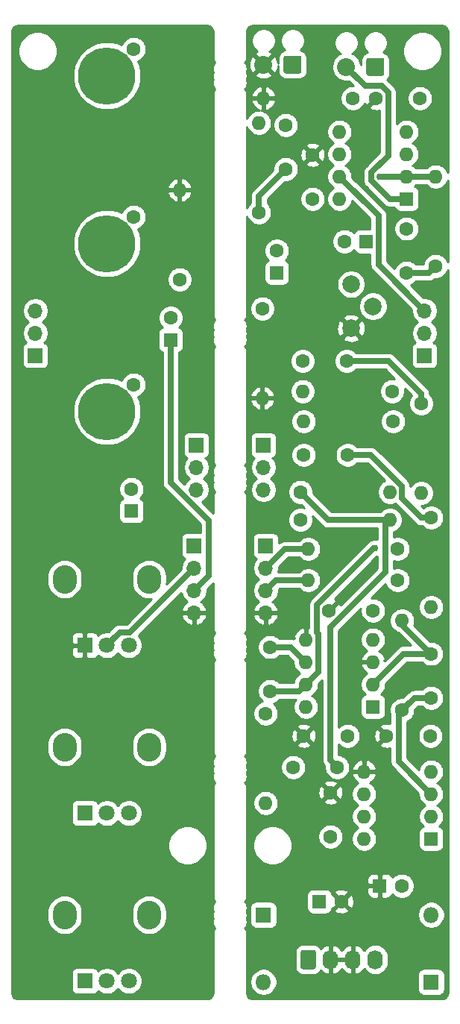
<source format=gbl>
%TF.GenerationSoftware,KiCad,Pcbnew,(5.1.8-0-10_14)*%
%TF.CreationDate,2021-09-01T19:05:50+01:00*%
%TF.ProjectId,4u-spring-reverb,34752d73-7072-4696-9e67-2d7265766572,rev?*%
%TF.SameCoordinates,Original*%
%TF.FileFunction,Copper,L2,Bot*%
%TF.FilePolarity,Positive*%
%FSLAX46Y46*%
G04 Gerber Fmt 4.6, Leading zero omitted, Abs format (unit mm)*
G04 Created by KiCad (PCBNEW (5.1.8-0-10_14)) date 2021-09-01 19:05:50*
%MOMM*%
%LPD*%
G01*
G04 APERTURE LIST*
%TA.AperFunction,ComponentPad*%
%ADD10O,1.600000X1.600000*%
%TD*%
%TA.AperFunction,ComponentPad*%
%ADD11C,1.600000*%
%TD*%
%TA.AperFunction,ComponentPad*%
%ADD12O,2.720000X3.240000*%
%TD*%
%TA.AperFunction,ComponentPad*%
%ADD13C,1.800000*%
%TD*%
%TA.AperFunction,ComponentPad*%
%ADD14R,1.800000X1.800000*%
%TD*%
%TA.AperFunction,ComponentPad*%
%ADD15C,2.000000*%
%TD*%
%TA.AperFunction,ComponentPad*%
%ADD16O,1.740000X2.190000*%
%TD*%
%TA.AperFunction,ComponentPad*%
%ADD17O,1.700000X1.700000*%
%TD*%
%TA.AperFunction,ComponentPad*%
%ADD18R,1.700000X1.700000*%
%TD*%
%TA.AperFunction,ComponentPad*%
%ADD19C,2.032000*%
%TD*%
%TA.AperFunction,ComponentPad*%
%ADD20C,6.500000*%
%TD*%
%TA.AperFunction,ComponentPad*%
%ADD21R,1.600000X1.600000*%
%TD*%
%TA.AperFunction,ComponentPad*%
%ADD22O,1.800000X1.800000*%
%TD*%
%TA.AperFunction,ViaPad*%
%ADD23C,0.762000*%
%TD*%
%TA.AperFunction,Conductor*%
%ADD24C,0.635000*%
%TD*%
%TA.AperFunction,Conductor*%
%ADD25C,0.254000*%
%TD*%
%TA.AperFunction,Conductor*%
%ADD26C,0.100000*%
%TD*%
G04 APERTURE END LIST*
D10*
%TO.P,R16,2*%
%TO.N,GND1*%
X120015000Y-57404000D03*
D11*
%TO.P,R16,1*%
%TO.N,/AUDIO2_IN_CTRL*%
X120015000Y-67564000D03*
%TD*%
D12*
%TO.P,RV2,*%
%TO.N,*%
X106960000Y-139700000D03*
X116560000Y-139700000D03*
D13*
%TO.P,RV2,3*%
%TO.N,/AUDIO_WET_CTRL*%
X114260000Y-147200000D03*
%TO.P,RV2,2*%
%TO.N,/AUDIO_MIX_CTRL*%
X111760000Y-147200000D03*
D14*
%TO.P,RV2,1*%
%TO.N,/AUDIO_DRY_CTRL*%
X109260000Y-147200000D03*
%TD*%
D15*
%TO.P,R14,3*%
%TO.N,GND*%
X139486000Y-73112000D03*
%TO.P,R14,1*%
%TO.N,Net-(C10-Pad2)*%
X139486000Y-68112000D03*
%TO.P,R14,2*%
X141986000Y-70612000D03*
%TD*%
D10*
%TO.P,R13,2*%
%TO.N,Net-(C9-Pad1)*%
X129794000Y-127000000D03*
D11*
%TO.P,R13,1*%
%TO.N,/AUDIO_OUT_MAIN*%
X129794000Y-116840000D03*
%TD*%
D10*
%TO.P,R2,2*%
%TO.N,GND*%
X129413000Y-81026000D03*
D11*
%TO.P,R2,1*%
%TO.N,Net-(C3-Pad1)*%
X129413000Y-70866000D03*
%TD*%
D16*
%TO.P,J8,4*%
%TO.N,Net-(D2-Pad1)*%
X142240000Y-144780000D03*
%TO.P,J8,3*%
%TO.N,GND*%
X139700000Y-144780000D03*
%TO.P,J8,2*%
X137160000Y-144780000D03*
%TO.P,J8,1*%
%TO.N,Net-(D1-Pad2)*%
%TA.AperFunction,ComponentPad*%
G36*
G01*
X133750000Y-145625001D02*
X133750000Y-143934999D01*
G75*
G02*
X133999999Y-143685000I249999J0D01*
G01*
X135240001Y-143685000D01*
G75*
G02*
X135490000Y-143934999I0J-249999D01*
G01*
X135490000Y-145625001D01*
G75*
G02*
X135240001Y-145875000I-249999J0D01*
G01*
X133999999Y-145875000D01*
G75*
G02*
X133750000Y-145625001I0J249999D01*
G01*
G37*
%TD.AperFunction*%
%TD*%
D17*
%TO.P,J7,3*%
%TO.N,/TILT_CENTRE_CTRL*%
X121920000Y-91440000D03*
%TO.P,J7,2*%
%TO.N,/TILT_HI_CTRL*%
X121920000Y-88900000D03*
D18*
%TO.P,J7,1*%
%TO.N,/TILT_LO_CTRL*%
X121920000Y-86360000D03*
%TD*%
D17*
%TO.P,J6,3*%
%TO.N,/TILT_CENTRE_MAIN*%
X129540000Y-91440000D03*
%TO.P,J6,2*%
%TO.N,/TILT_HI_MAIN*%
X129540000Y-88900000D03*
D18*
%TO.P,J6,1*%
%TO.N,/TILT_LO_MAIN*%
X129540000Y-86360000D03*
%TD*%
%TO.P,J5,1*%
%TO.N,Net-(C10-Pad1)*%
%TA.AperFunction,ComponentPad*%
G36*
G01*
X143256000Y-42672000D02*
X143256000Y-44196000D01*
G75*
G02*
X143002000Y-44450000I-254000J0D01*
G01*
X141478000Y-44450000D01*
G75*
G02*
X141224000Y-44196000I0J254000D01*
G01*
X141224000Y-42672000D01*
G75*
G02*
X141478000Y-42418000I254000J0D01*
G01*
X143002000Y-42418000D01*
G75*
G02*
X143256000Y-42672000I0J-254000D01*
G01*
G37*
%TD.AperFunction*%
D19*
%TO.P,J5,2*%
%TO.N,Net-(C11-Pad1)*%
X138938000Y-43434000D03*
%TD*%
D11*
%TO.P,J3,1*%
%TO.N,Net-(C2-Pad2)*%
X114808000Y-60452000D03*
D20*
X111760000Y-63500000D03*
%TD*%
%TO.P,J2,1*%
%TO.N,Net-(J2-Pad1)*%
%TA.AperFunction,ComponentPad*%
G36*
G01*
X133858000Y-42418000D02*
X133858000Y-43942000D01*
G75*
G02*
X133604000Y-44196000I-254000J0D01*
G01*
X132080000Y-44196000D01*
G75*
G02*
X131826000Y-43942000I0J254000D01*
G01*
X131826000Y-42418000D01*
G75*
G02*
X132080000Y-42164000I254000J0D01*
G01*
X133604000Y-42164000D01*
G75*
G02*
X133858000Y-42418000I0J-254000D01*
G01*
G37*
%TD.AperFunction*%
D19*
%TO.P,J2,2*%
%TO.N,GND*%
X129540000Y-43180000D03*
%TD*%
D11*
%TO.P,C13,2*%
%TO.N,-12V*%
X145248000Y-136398000D03*
D21*
%TO.P,C13,1*%
%TO.N,GND*%
X142748000Y-136398000D03*
%TD*%
D11*
%TO.P,C12,2*%
%TO.N,GND*%
X138390000Y-138176000D03*
D21*
%TO.P,C12,1*%
%TO.N,+12V*%
X135890000Y-138176000D03*
%TD*%
D11*
%TO.P,C11,2*%
%TO.N,Net-(C11-Pad2)*%
X145796000Y-66802000D03*
%TO.P,C11,1*%
%TO.N,Net-(C11-Pad1)*%
X145796000Y-61802000D03*
%TD*%
%TO.P,C9,2*%
%TO.N,Net-(C9-Pad2)*%
X137922000Y-122936000D03*
%TO.P,C9,1*%
%TO.N,Net-(C9-Pad1)*%
X132922000Y-122936000D03*
%TD*%
D12*
%TO.P,RV3,*%
%TO.N,*%
X106960000Y-120650000D03*
X116560000Y-120650000D03*
D13*
%TO.P,RV3,3*%
%TO.N,/TILT_HI_CTRL*%
X114260000Y-128150000D03*
%TO.P,RV3,2*%
%TO.N,/TILT_CENTRE_CTRL*%
X111760000Y-128150000D03*
D14*
%TO.P,RV3,1*%
%TO.N,/TILT_LO_CTRL*%
X109260000Y-128150000D03*
%TD*%
D12*
%TO.P,RV1,*%
%TO.N,*%
X106960000Y-101600000D03*
X116560000Y-101600000D03*
D13*
%TO.P,RV1,3*%
%TO.N,Net-(C1-Pad1)*%
X114260000Y-109100000D03*
%TO.P,RV1,2*%
%TO.N,/AUDIO1_IN_CTRL*%
X111760000Y-109100000D03*
D14*
%TO.P,RV1,1*%
%TO.N,GND1*%
X109260000Y-109100000D03*
%TD*%
D10*
%TO.P,U3,8*%
%TO.N,+12V*%
X140970000Y-131064000D03*
%TO.P,U3,4*%
%TO.N,-12V*%
X148590000Y-123444000D03*
%TO.P,U3,7*%
%TO.N,Net-(C9-Pad1)*%
X140970000Y-128524000D03*
%TO.P,U3,3*%
%TO.N,/AUDIO_MIX*%
X148590000Y-125984000D03*
%TO.P,U3,6*%
%TO.N,Net-(C9-Pad2)*%
X140970000Y-125984000D03*
%TO.P,U3,2*%
%TO.N,/AUDIO_DRY_MAIN*%
X148590000Y-128524000D03*
%TO.P,U3,5*%
%TO.N,GND*%
X140970000Y-123444000D03*
D21*
%TO.P,U3,1*%
%TO.N,/AUDIO_DRY_MAIN*%
X148590000Y-131064000D03*
%TD*%
D10*
%TO.P,U2,8*%
%TO.N,+12V*%
X134366000Y-116078000D03*
%TO.P,U2,4*%
%TO.N,-12V*%
X141986000Y-108458000D03*
%TO.P,U2,7*%
%TO.N,Net-(C8-Pad1)*%
X134366000Y-113538000D03*
%TO.P,U2,3*%
%TO.N,GND*%
X141986000Y-110998000D03*
%TO.P,U2,6*%
%TO.N,/TILT_CENTRE_MAIN*%
X134366000Y-110998000D03*
%TO.P,U2,2*%
%TO.N,Net-(C5-Pad2)*%
X141986000Y-113538000D03*
%TO.P,U2,5*%
%TO.N,GND*%
X134366000Y-108458000D03*
D21*
%TO.P,U2,1*%
%TO.N,/AUDIO_MIX*%
X141986000Y-116078000D03*
%TD*%
D10*
%TO.P,U1,8*%
%TO.N,+12V*%
X138176000Y-58420000D03*
%TO.P,U1,4*%
%TO.N,-12V*%
X145796000Y-50800000D03*
%TO.P,U1,7*%
%TO.N,/AUDIO_WET_MAIN*%
X138176000Y-55880000D03*
%TO.P,U1,3*%
%TO.N,Net-(C8-Pad1)*%
X145796000Y-53340000D03*
%TO.P,U1,6*%
%TO.N,Net-(C3-Pad2)*%
X138176000Y-53340000D03*
%TO.P,U1,2*%
%TO.N,Net-(C10-Pad1)*%
X145796000Y-55880000D03*
%TO.P,U1,5*%
%TO.N,Net-(J2-Pad1)*%
X138176000Y-50800000D03*
D21*
%TO.P,U1,1*%
%TO.N,Net-(C11-Pad1)*%
X145796000Y-58420000D03*
%TD*%
D10*
%TO.P,R15,2*%
%TO.N,Net-(C10-Pad1)*%
X149098000Y-55880000D03*
D11*
%TO.P,R15,1*%
%TO.N,Net-(C11-Pad2)*%
X149098000Y-66040000D03*
%TD*%
D10*
%TO.P,R12,2*%
%TO.N,Net-(C7-Pad1)*%
X133985000Y-80264000D03*
D11*
%TO.P,R12,1*%
%TO.N,Net-(C8-Pad1)*%
X144145000Y-80264000D03*
%TD*%
D10*
%TO.P,R11,2*%
%TO.N,/TILT_HI_MAIN*%
X134112000Y-83693000D03*
D11*
%TO.P,R11,1*%
%TO.N,Net-(C8-Pad1)*%
X144272000Y-83693000D03*
%TD*%
D10*
%TO.P,R10,2*%
%TO.N,Net-(C9-Pad2)*%
X143891000Y-94869000D03*
D11*
%TO.P,R10,1*%
%TO.N,/AUDIO_OUT_MAIN*%
X133731000Y-94869000D03*
%TD*%
D10*
%TO.P,R9,2*%
%TO.N,/AUDIO_MIX_MAIN*%
X143891000Y-91694000D03*
D11*
%TO.P,R9,1*%
%TO.N,Net-(C9-Pad2)*%
X133731000Y-91694000D03*
%TD*%
D10*
%TO.P,R8,2*%
%TO.N,/AUDIO_MIX*%
X147447000Y-91821000D03*
D11*
%TO.P,R8,1*%
%TO.N,/TILT_LO_MAIN*%
X147447000Y-81661000D03*
%TD*%
D10*
%TO.P,R7,2*%
%TO.N,/AUDIO_MIX*%
X148590000Y-104775000D03*
D11*
%TO.P,R7,1*%
%TO.N,Net-(C6-Pad2)*%
X148590000Y-94615000D03*
%TD*%
D10*
%TO.P,R6,2*%
%TO.N,Net-(C5-Pad2)*%
X145288000Y-106299000D03*
D11*
%TO.P,R6,1*%
%TO.N,/AUDIO_MIX*%
X145288000Y-116459000D03*
%TD*%
D10*
%TO.P,R5,2*%
%TO.N,/AUDIO1_IN_MAIN*%
X134620000Y-98171000D03*
D11*
%TO.P,R5,1*%
%TO.N,Net-(C5-Pad2)*%
X144780000Y-98171000D03*
%TD*%
D10*
%TO.P,R4,2*%
%TO.N,/AUDIO2_IN_MAIN*%
X134620000Y-101727000D03*
D11*
%TO.P,R4,1*%
%TO.N,Net-(C5-Pad2)*%
X144780000Y-101727000D03*
%TD*%
D10*
%TO.P,R3,2*%
%TO.N,Net-(C3-Pad2)*%
X129032000Y-49784000D03*
D11*
%TO.P,R3,1*%
%TO.N,/AUDIO_WET_MAIN*%
X129032000Y-59944000D03*
%TD*%
D10*
%TO.P,R1,2*%
%TO.N,GND*%
X129540000Y-46990000D03*
D11*
%TO.P,R1,1*%
%TO.N,Net-(J2-Pad1)*%
X139700000Y-46990000D03*
%TD*%
D17*
%TO.P,J12,4*%
%TO.N,GND1*%
X121666000Y-105410000D03*
%TO.P,J12,3*%
%TO.N,/AUDIO2_IN_CTRL*%
X121666000Y-102870000D03*
%TO.P,J12,2*%
%TO.N,/AUDIO1_IN_CTRL*%
X121666000Y-100330000D03*
D18*
%TO.P,J12,1*%
%TO.N,/AUDIO_OUT_CTRL*%
X121666000Y-97790000D03*
%TD*%
D17*
%TO.P,J11,4*%
%TO.N,GND*%
X129794000Y-105410000D03*
%TO.P,J11,3*%
%TO.N,/AUDIO2_IN_MAIN*%
X129794000Y-102870000D03*
%TO.P,J11,2*%
%TO.N,/AUDIO1_IN_MAIN*%
X129794000Y-100330000D03*
D18*
%TO.P,J11,1*%
%TO.N,/AUDIO_OUT_MAIN*%
X129794000Y-97790000D03*
%TD*%
D17*
%TO.P,J10,3*%
%TO.N,/AUDIO_WET_MAIN*%
X147828000Y-71120000D03*
%TO.P,J10,2*%
%TO.N,/AUDIO_MIX_MAIN*%
X147828000Y-73660000D03*
D18*
%TO.P,J10,1*%
%TO.N,/AUDIO_DRY_MAIN*%
X147828000Y-76200000D03*
%TD*%
D17*
%TO.P,J9,3*%
%TO.N,/AUDIO_WET_CTRL*%
X103632000Y-71120000D03*
%TO.P,J9,2*%
%TO.N,/AUDIO_MIX_CTRL*%
X103632000Y-73660000D03*
D18*
%TO.P,J9,1*%
%TO.N,/AUDIO_DRY_CTRL*%
X103632000Y-76200000D03*
%TD*%
D11*
%TO.P,J4,1*%
%TO.N,/AUDIO_OUT_CTRL*%
X114808000Y-41402000D03*
D20*
X111760000Y-44450000D03*
%TD*%
D11*
%TO.P,J1,1*%
%TO.N,Net-(C1-Pad2)*%
X114808000Y-79502000D03*
D20*
X111760000Y-82550000D03*
%TD*%
D22*
%TO.P,D2,2*%
%TO.N,-12V*%
X148590000Y-139700000D03*
D14*
%TO.P,D2,1*%
%TO.N,Net-(D2-Pad1)*%
X148590000Y-147320000D03*
%TD*%
D22*
%TO.P,D1,2*%
%TO.N,Net-(D1-Pad2)*%
X129540000Y-147320000D03*
D14*
%TO.P,D1,1*%
%TO.N,+12V*%
X129540000Y-139700000D03*
%TD*%
D11*
%TO.P,C19,2*%
%TO.N,-12V*%
X147320000Y-46990000D03*
%TO.P,C19,1*%
%TO.N,GND*%
X142320000Y-46990000D03*
%TD*%
%TO.P,C18,2*%
%TO.N,GND*%
X137160000Y-125810000D03*
%TO.P,C18,1*%
%TO.N,+12V*%
X137160000Y-130810000D03*
%TD*%
%TO.P,C17,2*%
%TO.N,-12V*%
X148510000Y-119380000D03*
%TO.P,C17,1*%
%TO.N,GND*%
X143510000Y-119380000D03*
%TD*%
%TO.P,C16,2*%
%TO.N,GND*%
X135128000Y-53420000D03*
%TO.P,C16,1*%
%TO.N,+12V*%
X135128000Y-58420000D03*
%TD*%
%TO.P,C15,2*%
%TO.N,-12V*%
X141986000Y-105156000D03*
%TO.P,C15,1*%
%TO.N,GND*%
X136986000Y-105156000D03*
%TD*%
%TO.P,C14,2*%
%TO.N,GND*%
X134112000Y-119380000D03*
%TO.P,C14,1*%
%TO.N,+12V*%
X139112000Y-119380000D03*
%TD*%
%TO.P,C10,2*%
%TO.N,Net-(C10-Pad2)*%
X138724000Y-63246000D03*
D21*
%TO.P,C10,1*%
%TO.N,Net-(C10-Pad1)*%
X141224000Y-63246000D03*
%TD*%
D11*
%TO.P,C8,2*%
%TO.N,/TILT_CENTRE_MAIN*%
X130302000Y-109300000D03*
%TO.P,C8,1*%
%TO.N,Net-(C8-Pad1)*%
X130302000Y-114300000D03*
%TD*%
%TO.P,C7,2*%
%TO.N,/TILT_LO_MAIN*%
X138985000Y-76835000D03*
%TO.P,C7,1*%
%TO.N,Net-(C7-Pad1)*%
X133985000Y-76835000D03*
%TD*%
%TO.P,C6,2*%
%TO.N,Net-(C6-Pad2)*%
X139112000Y-87503000D03*
%TO.P,C6,1*%
%TO.N,/TILT_HI_MAIN*%
X134112000Y-87503000D03*
%TD*%
%TO.P,C5,2*%
%TO.N,Net-(C5-Pad2)*%
X148590000Y-110062000D03*
%TO.P,C5,1*%
%TO.N,/AUDIO_MIX*%
X148590000Y-115062000D03*
%TD*%
%TO.P,C4,2*%
%TO.N,Net-(C3-Pad2)*%
X132080000Y-50038000D03*
%TO.P,C4,1*%
%TO.N,/AUDIO_WET_MAIN*%
X132080000Y-55038000D03*
%TD*%
%TO.P,C3,2*%
%TO.N,Net-(C3-Pad2)*%
X131064000Y-64302000D03*
D21*
%TO.P,C3,1*%
%TO.N,Net-(C3-Pad1)*%
X131064000Y-66802000D03*
%TD*%
D11*
%TO.P,C2,2*%
%TO.N,Net-(C2-Pad2)*%
X118999000Y-71922000D03*
D21*
%TO.P,C2,1*%
%TO.N,/AUDIO2_IN_CTRL*%
X118999000Y-74422000D03*
%TD*%
D11*
%TO.P,C1,2*%
%TO.N,Net-(C1-Pad2)*%
X114554000Y-91353000D03*
D21*
%TO.P,C1,1*%
%TO.N,Net-(C1-Pad1)*%
X114554000Y-93853000D03*
%TD*%
D23*
%TO.N,Net-(C8-Pad1)*%
X142240000Y-98044000D03*
%TO.N,Net-(C10-Pad1)*%
X142748000Y-55880000D03*
%TD*%
D24*
%TO.N,Net-(C3-Pad2)*%
X138176000Y-53342178D02*
X138176000Y-53340000D01*
%TO.N,Net-(C5-Pad2)*%
X145462000Y-110062000D02*
X141986000Y-113538000D01*
X148590000Y-110062000D02*
X145462000Y-110062000D01*
X145288000Y-106760000D02*
X148590000Y-110062000D01*
X145288000Y-106299000D02*
X145288000Y-106760000D01*
%TO.N,Net-(C6-Pad2)*%
X145262501Y-92418871D02*
X145262501Y-91035679D01*
X141729822Y-87503000D02*
X139112000Y-87503000D01*
X145262501Y-91035679D02*
X141729822Y-87503000D01*
X147458630Y-94615000D02*
X145262501Y-92418871D01*
X148590000Y-94615000D02*
X147458630Y-94615000D01*
%TO.N,Net-(C8-Pad1)*%
X135614499Y-104497679D02*
X142068178Y-98044000D01*
X135614499Y-107676677D02*
X135614499Y-104497679D01*
X142068178Y-98044000D02*
X142240000Y-98044000D01*
X135737501Y-107799679D02*
X135614499Y-107676677D01*
X135737501Y-112166499D02*
X135737501Y-107799679D01*
X134366000Y-113538000D02*
X135737501Y-112166499D01*
X133604000Y-114300000D02*
X134366000Y-113538000D01*
X130302000Y-114300000D02*
X133604000Y-114300000D01*
%TO.N,Net-(C11-Pad2)*%
X148336000Y-66802000D02*
X149098000Y-66040000D01*
X145796000Y-66802000D02*
X148336000Y-66802000D01*
%TO.N,Net-(C11-Pad1)*%
X143878298Y-58420000D02*
X145796000Y-58420000D01*
X141795499Y-56337201D02*
X143878298Y-58420000D01*
X143691501Y-53526797D02*
X141795499Y-55422799D01*
X143691501Y-46331679D02*
X143691501Y-53526797D01*
X142978321Y-45618499D02*
X143691501Y-46331679D01*
X141122499Y-45618499D02*
X142978321Y-45618499D01*
X141795499Y-55422799D02*
X141795499Y-56337201D01*
X138938000Y-43434000D02*
X141122499Y-45618499D01*
%TO.N,/AUDIO1_IN_MAIN*%
X131953000Y-98171000D02*
X129794000Y-100330000D01*
X134620000Y-98171000D02*
X131953000Y-98171000D01*
%TO.N,/AUDIO2_IN_MAIN*%
X130937000Y-101727000D02*
X129794000Y-102870000D01*
X134620000Y-101727000D02*
X130937000Y-101727000D01*
%TO.N,/TILT_LO_MAIN*%
X143752370Y-76835000D02*
X138985000Y-76835000D01*
X147447000Y-80529630D02*
X143752370Y-76835000D01*
X147447000Y-81661000D02*
X147447000Y-80529630D01*
X129540000Y-86360000D02*
X129768501Y-86131499D01*
%TO.N,/TILT_CENTRE_MAIN*%
X132668000Y-109300000D02*
X134366000Y-110998000D01*
X130302000Y-109300000D02*
X132668000Y-109300000D01*
%TO.N,/AUDIO1_IN_CTRL*%
X114367501Y-107628499D02*
X121666000Y-100330000D01*
X113231501Y-107628499D02*
X114367501Y-107628499D01*
X111760000Y-109100000D02*
X113231501Y-107628499D01*
%TO.N,/AUDIO2_IN_CTRL*%
X121666000Y-102870000D02*
X123341501Y-101194499D01*
X118999000Y-90622822D02*
X118999000Y-74422000D01*
X123341501Y-94965323D02*
X118999000Y-90622822D01*
X123341501Y-101194499D02*
X123341501Y-94965323D01*
%TO.N,/TILT_CENTRE_CTRL*%
X112051567Y-128150000D02*
X111760000Y-128150000D01*
%TO.N,/AUDIO_WET_MAIN*%
X142595501Y-65887501D02*
X147828000Y-71120000D01*
X142595501Y-60299501D02*
X142595501Y-65887501D01*
X138176000Y-55880000D02*
X142595501Y-60299501D01*
X129032000Y-58086000D02*
X132080000Y-55038000D01*
X129032000Y-59944000D02*
X129032000Y-58086000D01*
%TO.N,/AUDIO_MIX*%
X146685000Y-115062000D02*
X145288000Y-116459000D01*
X148590000Y-115062000D02*
X146685000Y-115062000D01*
X144881501Y-116865499D02*
X145288000Y-116459000D01*
X144881501Y-122275501D02*
X144881501Y-116865499D01*
X148590000Y-125984000D02*
X144881501Y-122275501D01*
%TO.N,Net-(C1-Pad2)*%
X111760000Y-82971000D02*
X111760000Y-82550000D01*
%TO.N,Net-(C9-Pad2)*%
X143408499Y-100763323D02*
X143408499Y-95351501D01*
X137122001Y-122136001D02*
X137122001Y-107049821D01*
X143408499Y-95351501D02*
X143891000Y-94869000D01*
X137122001Y-107049821D02*
X143408499Y-100763323D01*
X137922000Y-122936000D02*
X137122001Y-122136001D01*
X136906000Y-94869000D02*
X133731000Y-91694000D01*
X143891000Y-94869000D02*
X136906000Y-94869000D01*
%TO.N,Net-(C10-Pad1)*%
X142748000Y-55880000D02*
X145796000Y-55880000D01*
X145796000Y-55880000D02*
X149098000Y-55880000D01*
%TD*%
D25*
%TO.N,GND1*%
X123307869Y-38774722D02*
X123421246Y-38808953D01*
X123525819Y-38864555D01*
X123617596Y-38939407D01*
X123693091Y-39030664D01*
X123749419Y-39134844D01*
X123784440Y-39247976D01*
X123800000Y-39396022D01*
X123800001Y-42132919D01*
X123803274Y-42166151D01*
X123803274Y-42182637D01*
X123804237Y-42191802D01*
X123831866Y-42438118D01*
X123844297Y-42496598D01*
X123855921Y-42555308D01*
X123858647Y-42564111D01*
X123933592Y-42800369D01*
X123957146Y-42855324D01*
X123979953Y-42910658D01*
X123984336Y-42918764D01*
X124028792Y-42999629D01*
X123942576Y-43085845D01*
X123845723Y-43230795D01*
X123779010Y-43391855D01*
X123745000Y-43562835D01*
X123745000Y-43737165D01*
X123779010Y-43908145D01*
X123837768Y-44050000D01*
X123779010Y-44191855D01*
X123745000Y-44362835D01*
X123745000Y-44537165D01*
X123779010Y-44708145D01*
X123837768Y-44850000D01*
X123779010Y-44991855D01*
X123745000Y-45162835D01*
X123745000Y-45337165D01*
X123779010Y-45508145D01*
X123845723Y-45669205D01*
X123942576Y-45814155D01*
X124028980Y-45900559D01*
X123973081Y-46005691D01*
X123950298Y-46060968D01*
X123926721Y-46115975D01*
X123923997Y-46124778D01*
X123852357Y-46362059D01*
X123840736Y-46420746D01*
X123828300Y-46479252D01*
X123827337Y-46488417D01*
X123803158Y-46735015D01*
X123800000Y-46767082D01*
X123800001Y-71342919D01*
X123803274Y-71376151D01*
X123803274Y-71392637D01*
X123804237Y-71401802D01*
X123831866Y-71648118D01*
X123844297Y-71706598D01*
X123855921Y-71765308D01*
X123858647Y-71774111D01*
X123933592Y-72010369D01*
X123957146Y-72065324D01*
X123979953Y-72120658D01*
X123984336Y-72128764D01*
X124028792Y-72209629D01*
X123942576Y-72295845D01*
X123845723Y-72440795D01*
X123779010Y-72601855D01*
X123745000Y-72772835D01*
X123745000Y-72947165D01*
X123779010Y-73118145D01*
X123837768Y-73260000D01*
X123779010Y-73401855D01*
X123745000Y-73572835D01*
X123745000Y-73747165D01*
X123779010Y-73918145D01*
X123837768Y-74060000D01*
X123779010Y-74201855D01*
X123745000Y-74372835D01*
X123745000Y-74547165D01*
X123779010Y-74718145D01*
X123845723Y-74879205D01*
X123942576Y-75024155D01*
X124028980Y-75110559D01*
X123973081Y-75215691D01*
X123950298Y-75270968D01*
X123926721Y-75325975D01*
X123923997Y-75334778D01*
X123852357Y-75572059D01*
X123840736Y-75630746D01*
X123828300Y-75689252D01*
X123827337Y-75698417D01*
X123803158Y-75945015D01*
X123800000Y-75977082D01*
X123800001Y-87852919D01*
X123803274Y-87886151D01*
X123803274Y-87902637D01*
X123804237Y-87911802D01*
X123831866Y-88158118D01*
X123844297Y-88216598D01*
X123855921Y-88275308D01*
X123858647Y-88284111D01*
X123933592Y-88520369D01*
X123957146Y-88575324D01*
X123979953Y-88630658D01*
X123984336Y-88638764D01*
X124028792Y-88719629D01*
X123942576Y-88805845D01*
X123845723Y-88950795D01*
X123779010Y-89111855D01*
X123745000Y-89282835D01*
X123745000Y-89457165D01*
X123779010Y-89628145D01*
X123837768Y-89770000D01*
X123779010Y-89911855D01*
X123745000Y-90082835D01*
X123745000Y-90257165D01*
X123779010Y-90428145D01*
X123837768Y-90570000D01*
X123779010Y-90711855D01*
X123745000Y-90882835D01*
X123745000Y-91057165D01*
X123779010Y-91228145D01*
X123845723Y-91389205D01*
X123942576Y-91534155D01*
X124028980Y-91620559D01*
X123973081Y-91725691D01*
X123950298Y-91780968D01*
X123926721Y-91835975D01*
X123923997Y-91844778D01*
X123852357Y-92082059D01*
X123840736Y-92140746D01*
X123828300Y-92199252D01*
X123827337Y-92208417D01*
X123803158Y-92455015D01*
X123800000Y-92487082D01*
X123800000Y-94076783D01*
X122521443Y-92798226D01*
X122623411Y-92755990D01*
X122866632Y-92593475D01*
X123073475Y-92386632D01*
X123235990Y-92143411D01*
X123347932Y-91873158D01*
X123405000Y-91586260D01*
X123405000Y-91293740D01*
X123347932Y-91006842D01*
X123235990Y-90736589D01*
X123073475Y-90493368D01*
X122866632Y-90286525D01*
X122692240Y-90170000D01*
X122866632Y-90053475D01*
X123073475Y-89846632D01*
X123235990Y-89603411D01*
X123347932Y-89333158D01*
X123405000Y-89046260D01*
X123405000Y-88753740D01*
X123347932Y-88466842D01*
X123235990Y-88196589D01*
X123073475Y-87953368D01*
X122941620Y-87821513D01*
X123014180Y-87799502D01*
X123124494Y-87740537D01*
X123221185Y-87661185D01*
X123300537Y-87564494D01*
X123359502Y-87454180D01*
X123395812Y-87334482D01*
X123408072Y-87210000D01*
X123408072Y-85510000D01*
X123395812Y-85385518D01*
X123359502Y-85265820D01*
X123300537Y-85155506D01*
X123221185Y-85058815D01*
X123124494Y-84979463D01*
X123014180Y-84920498D01*
X122894482Y-84884188D01*
X122770000Y-84871928D01*
X121070000Y-84871928D01*
X120945518Y-84884188D01*
X120825820Y-84920498D01*
X120715506Y-84979463D01*
X120618815Y-85058815D01*
X120539463Y-85155506D01*
X120480498Y-85265820D01*
X120444188Y-85385518D01*
X120431928Y-85510000D01*
X120431928Y-87210000D01*
X120444188Y-87334482D01*
X120480498Y-87454180D01*
X120539463Y-87564494D01*
X120618815Y-87661185D01*
X120715506Y-87740537D01*
X120825820Y-87799502D01*
X120898380Y-87821513D01*
X120766525Y-87953368D01*
X120604010Y-88196589D01*
X120492068Y-88466842D01*
X120435000Y-88753740D01*
X120435000Y-89046260D01*
X120492068Y-89333158D01*
X120604010Y-89603411D01*
X120766525Y-89846632D01*
X120973368Y-90053475D01*
X121147760Y-90170000D01*
X120973368Y-90286525D01*
X120766525Y-90493368D01*
X120604010Y-90736589D01*
X120561774Y-90838557D01*
X119951500Y-90228284D01*
X119951500Y-75839313D01*
X120043180Y-75811502D01*
X120153494Y-75752537D01*
X120250185Y-75673185D01*
X120329537Y-75576494D01*
X120388502Y-75466180D01*
X120424812Y-75346482D01*
X120437072Y-75222000D01*
X120437072Y-73622000D01*
X120424812Y-73497518D01*
X120388502Y-73377820D01*
X120329537Y-73267506D01*
X120250185Y-73170815D01*
X120153494Y-73091463D01*
X120043180Y-73032498D01*
X119947057Y-73003339D01*
X120113637Y-72836759D01*
X120270680Y-72601727D01*
X120378853Y-72340574D01*
X120434000Y-72063335D01*
X120434000Y-71780665D01*
X120378853Y-71503426D01*
X120270680Y-71242273D01*
X120113637Y-71007241D01*
X119913759Y-70807363D01*
X119678727Y-70650320D01*
X119417574Y-70542147D01*
X119140335Y-70487000D01*
X118857665Y-70487000D01*
X118580426Y-70542147D01*
X118319273Y-70650320D01*
X118084241Y-70807363D01*
X117884363Y-71007241D01*
X117727320Y-71242273D01*
X117619147Y-71503426D01*
X117564000Y-71780665D01*
X117564000Y-72063335D01*
X117619147Y-72340574D01*
X117727320Y-72601727D01*
X117884363Y-72836759D01*
X118050943Y-73003339D01*
X117954820Y-73032498D01*
X117844506Y-73091463D01*
X117747815Y-73170815D01*
X117668463Y-73267506D01*
X117609498Y-73377820D01*
X117573188Y-73497518D01*
X117560928Y-73622000D01*
X117560928Y-75222000D01*
X117573188Y-75346482D01*
X117609498Y-75466180D01*
X117668463Y-75576494D01*
X117747815Y-75673185D01*
X117844506Y-75752537D01*
X117954820Y-75811502D01*
X118046501Y-75839313D01*
X118046500Y-90576037D01*
X118041892Y-90622822D01*
X118046500Y-90669606D01*
X118060283Y-90809544D01*
X118114748Y-90989090D01*
X118203194Y-91154563D01*
X118322222Y-91299600D01*
X118358569Y-91329429D01*
X122389002Y-95359863D01*
X122389002Y-96301928D01*
X120816000Y-96301928D01*
X120691518Y-96314188D01*
X120571820Y-96350498D01*
X120461506Y-96409463D01*
X120364815Y-96488815D01*
X120285463Y-96585506D01*
X120226498Y-96695820D01*
X120190188Y-96815518D01*
X120177928Y-96940000D01*
X120177928Y-98640000D01*
X120190188Y-98764482D01*
X120226498Y-98884180D01*
X120285463Y-98994494D01*
X120364815Y-99091185D01*
X120461506Y-99170537D01*
X120571820Y-99229502D01*
X120644380Y-99251513D01*
X120512525Y-99383368D01*
X120350010Y-99626589D01*
X120238068Y-99896842D01*
X120181000Y-100183740D01*
X120181000Y-100467961D01*
X118540146Y-102108816D01*
X118555000Y-101957998D01*
X118555000Y-101242003D01*
X118526133Y-100948913D01*
X118412057Y-100572853D01*
X118226807Y-100226275D01*
X117977503Y-99922497D01*
X117673725Y-99673193D01*
X117327147Y-99487943D01*
X116951088Y-99373867D01*
X116560000Y-99335348D01*
X116168913Y-99373867D01*
X115792854Y-99487943D01*
X115446276Y-99673193D01*
X115142498Y-99922497D01*
X114893193Y-100226275D01*
X114707943Y-100572853D01*
X114593867Y-100948912D01*
X114565000Y-101242002D01*
X114565000Y-101957997D01*
X114593867Y-102251087D01*
X114707943Y-102627146D01*
X114893193Y-102973725D01*
X115142497Y-103277503D01*
X115446275Y-103526807D01*
X115792853Y-103712057D01*
X116168912Y-103826133D01*
X116560000Y-103864652D01*
X116808816Y-103840146D01*
X113972963Y-106675999D01*
X113278286Y-106675999D01*
X113231501Y-106671391D01*
X113184716Y-106675999D01*
X113044778Y-106689782D01*
X112977107Y-106710310D01*
X112865231Y-106744247D01*
X112787282Y-106785912D01*
X112699760Y-106832693D01*
X112554723Y-106951721D01*
X112524894Y-106988068D01*
X111941860Y-107571102D01*
X111911184Y-107565000D01*
X111608816Y-107565000D01*
X111312257Y-107623989D01*
X111032905Y-107739701D01*
X110781495Y-107907688D01*
X110743880Y-107945303D01*
X110690537Y-107845506D01*
X110611185Y-107748815D01*
X110514494Y-107669463D01*
X110404180Y-107610498D01*
X110284482Y-107574188D01*
X110160000Y-107561928D01*
X109545750Y-107565000D01*
X109387000Y-107723750D01*
X109387000Y-108973000D01*
X109407000Y-108973000D01*
X109407000Y-109227000D01*
X109387000Y-109227000D01*
X109387000Y-110476250D01*
X109545750Y-110635000D01*
X110160000Y-110638072D01*
X110284482Y-110625812D01*
X110404180Y-110589502D01*
X110514494Y-110530537D01*
X110611185Y-110451185D01*
X110690537Y-110354494D01*
X110743880Y-110254697D01*
X110781495Y-110292312D01*
X111032905Y-110460299D01*
X111312257Y-110576011D01*
X111608816Y-110635000D01*
X111911184Y-110635000D01*
X112207743Y-110576011D01*
X112487095Y-110460299D01*
X112738505Y-110292312D01*
X112952312Y-110078505D01*
X113010000Y-109992169D01*
X113067688Y-110078505D01*
X113281495Y-110292312D01*
X113532905Y-110460299D01*
X113812257Y-110576011D01*
X114108816Y-110635000D01*
X114411184Y-110635000D01*
X114707743Y-110576011D01*
X114987095Y-110460299D01*
X115238505Y-110292312D01*
X115452312Y-110078505D01*
X115620299Y-109827095D01*
X115736011Y-109547743D01*
X115795000Y-109251184D01*
X115795000Y-108948816D01*
X115736011Y-108652257D01*
X115620299Y-108372905D01*
X115452312Y-108121495D01*
X115336928Y-108006111D01*
X117576148Y-105766890D01*
X120224524Y-105766890D01*
X120269175Y-105914099D01*
X120394359Y-106176920D01*
X120568412Y-106410269D01*
X120784645Y-106605178D01*
X121034748Y-106754157D01*
X121309109Y-106851481D01*
X121539000Y-106730814D01*
X121539000Y-105537000D01*
X121793000Y-105537000D01*
X121793000Y-106730814D01*
X122022891Y-106851481D01*
X122297252Y-106754157D01*
X122547355Y-106605178D01*
X122763588Y-106410269D01*
X122937641Y-106176920D01*
X123062825Y-105914099D01*
X123107476Y-105766890D01*
X122986155Y-105537000D01*
X121793000Y-105537000D01*
X121539000Y-105537000D01*
X120345845Y-105537000D01*
X120224524Y-105766890D01*
X117576148Y-105766890D01*
X120205186Y-103137852D01*
X120238068Y-103303158D01*
X120350010Y-103573411D01*
X120512525Y-103816632D01*
X120719368Y-104023475D01*
X120901534Y-104145195D01*
X120784645Y-104214822D01*
X120568412Y-104409731D01*
X120394359Y-104643080D01*
X120269175Y-104905901D01*
X120224524Y-105053110D01*
X120345845Y-105283000D01*
X121539000Y-105283000D01*
X121539000Y-105263000D01*
X121793000Y-105263000D01*
X121793000Y-105283000D01*
X122986155Y-105283000D01*
X123107476Y-105053110D01*
X123062825Y-104905901D01*
X122937641Y-104643080D01*
X122763588Y-104409731D01*
X122547355Y-104214822D01*
X122430466Y-104145195D01*
X122612632Y-104023475D01*
X122819475Y-103816632D01*
X122981990Y-103573411D01*
X123093932Y-103303158D01*
X123151000Y-103016260D01*
X123151000Y-102732038D01*
X123800001Y-102083038D01*
X123800001Y-106902919D01*
X123803274Y-106936151D01*
X123803274Y-106952637D01*
X123804237Y-106961802D01*
X123831866Y-107208118D01*
X123844297Y-107266598D01*
X123855921Y-107325308D01*
X123858647Y-107334111D01*
X123933592Y-107570369D01*
X123957146Y-107625324D01*
X123979953Y-107680658D01*
X123984336Y-107688764D01*
X124028792Y-107769629D01*
X123942576Y-107855845D01*
X123845723Y-108000795D01*
X123779010Y-108161855D01*
X123745000Y-108332835D01*
X123745000Y-108507165D01*
X123779010Y-108678145D01*
X123837768Y-108820000D01*
X123779010Y-108961855D01*
X123745000Y-109132835D01*
X123745000Y-109307165D01*
X123779010Y-109478145D01*
X123837768Y-109620000D01*
X123779010Y-109761855D01*
X123745000Y-109932835D01*
X123745000Y-110107165D01*
X123779010Y-110278145D01*
X123845723Y-110439205D01*
X123942576Y-110584155D01*
X124028980Y-110670559D01*
X123973081Y-110775691D01*
X123950298Y-110830968D01*
X123926721Y-110885975D01*
X123923997Y-110894778D01*
X123852357Y-111132059D01*
X123840736Y-111190746D01*
X123828300Y-111249252D01*
X123827337Y-111258417D01*
X123803150Y-111505095D01*
X123803150Y-111505108D01*
X123800001Y-111537081D01*
X123800000Y-120872918D01*
X123803274Y-120906160D01*
X123803274Y-120922637D01*
X123804237Y-120931802D01*
X123831866Y-121178118D01*
X123844297Y-121236598D01*
X123855921Y-121295308D01*
X123858647Y-121304111D01*
X123933592Y-121540369D01*
X123957146Y-121595324D01*
X123979953Y-121650658D01*
X123984336Y-121658764D01*
X124028792Y-121739629D01*
X123942576Y-121825845D01*
X123845723Y-121970795D01*
X123779010Y-122131855D01*
X123745000Y-122302835D01*
X123745000Y-122477165D01*
X123779010Y-122648145D01*
X123837768Y-122790000D01*
X123779010Y-122931855D01*
X123745000Y-123102835D01*
X123745000Y-123277165D01*
X123779010Y-123448145D01*
X123837768Y-123590000D01*
X123779010Y-123731855D01*
X123745000Y-123902835D01*
X123745000Y-124077165D01*
X123779010Y-124248145D01*
X123845723Y-124409205D01*
X123942576Y-124554155D01*
X124028980Y-124640559D01*
X123973081Y-124745691D01*
X123950298Y-124800968D01*
X123926721Y-124855975D01*
X123923997Y-124864778D01*
X123852357Y-125102059D01*
X123840736Y-125160746D01*
X123828300Y-125219252D01*
X123827337Y-125228417D01*
X123803158Y-125475015D01*
X123800000Y-125507082D01*
X123800001Y-137382919D01*
X123803274Y-137416151D01*
X123803274Y-137432637D01*
X123804237Y-137441802D01*
X123831866Y-137688118D01*
X123844297Y-137746598D01*
X123855921Y-137805308D01*
X123858647Y-137814111D01*
X123933592Y-138050369D01*
X123957146Y-138105324D01*
X123979953Y-138160658D01*
X123984336Y-138168764D01*
X124028792Y-138249629D01*
X123942576Y-138335845D01*
X123845723Y-138480795D01*
X123779010Y-138641855D01*
X123745000Y-138812835D01*
X123745000Y-138987165D01*
X123779010Y-139158145D01*
X123837768Y-139300000D01*
X123779010Y-139441855D01*
X123745000Y-139612835D01*
X123745000Y-139787165D01*
X123779010Y-139958145D01*
X123837768Y-140100000D01*
X123779010Y-140241855D01*
X123745000Y-140412835D01*
X123745000Y-140587165D01*
X123779010Y-140758145D01*
X123845723Y-140919205D01*
X123942576Y-141064155D01*
X124028980Y-141150559D01*
X123973081Y-141255691D01*
X123950298Y-141310968D01*
X123926721Y-141365975D01*
X123923997Y-141374778D01*
X123852357Y-141612059D01*
X123840736Y-141670746D01*
X123828300Y-141729252D01*
X123827337Y-141738417D01*
X123803158Y-141985015D01*
X123800000Y-142017082D01*
X123800001Y-148557711D01*
X123785278Y-148707869D01*
X123751047Y-148821246D01*
X123695446Y-148925817D01*
X123620594Y-149017595D01*
X123529335Y-149093091D01*
X123425160Y-149149419D01*
X123312024Y-149184440D01*
X123163979Y-149200000D01*
X101632279Y-149200000D01*
X101482131Y-149185278D01*
X101368754Y-149151047D01*
X101264183Y-149095446D01*
X101172405Y-149020594D01*
X101096909Y-148929335D01*
X101040581Y-148825160D01*
X101005560Y-148712024D01*
X100990000Y-148563979D01*
X100990000Y-146300000D01*
X107721928Y-146300000D01*
X107721928Y-148100000D01*
X107734188Y-148224482D01*
X107770498Y-148344180D01*
X107829463Y-148454494D01*
X107908815Y-148551185D01*
X108005506Y-148630537D01*
X108115820Y-148689502D01*
X108235518Y-148725812D01*
X108360000Y-148738072D01*
X110160000Y-148738072D01*
X110284482Y-148725812D01*
X110404180Y-148689502D01*
X110514494Y-148630537D01*
X110611185Y-148551185D01*
X110690537Y-148454494D01*
X110743880Y-148354697D01*
X110781495Y-148392312D01*
X111032905Y-148560299D01*
X111312257Y-148676011D01*
X111608816Y-148735000D01*
X111911184Y-148735000D01*
X112207743Y-148676011D01*
X112487095Y-148560299D01*
X112738505Y-148392312D01*
X112952312Y-148178505D01*
X113010000Y-148092169D01*
X113067688Y-148178505D01*
X113281495Y-148392312D01*
X113532905Y-148560299D01*
X113812257Y-148676011D01*
X114108816Y-148735000D01*
X114411184Y-148735000D01*
X114707743Y-148676011D01*
X114987095Y-148560299D01*
X115238505Y-148392312D01*
X115452312Y-148178505D01*
X115620299Y-147927095D01*
X115736011Y-147647743D01*
X115795000Y-147351184D01*
X115795000Y-147048816D01*
X115736011Y-146752257D01*
X115620299Y-146472905D01*
X115452312Y-146221495D01*
X115238505Y-146007688D01*
X114987095Y-145839701D01*
X114707743Y-145723989D01*
X114411184Y-145665000D01*
X114108816Y-145665000D01*
X113812257Y-145723989D01*
X113532905Y-145839701D01*
X113281495Y-146007688D01*
X113067688Y-146221495D01*
X113010000Y-146307831D01*
X112952312Y-146221495D01*
X112738505Y-146007688D01*
X112487095Y-145839701D01*
X112207743Y-145723989D01*
X111911184Y-145665000D01*
X111608816Y-145665000D01*
X111312257Y-145723989D01*
X111032905Y-145839701D01*
X110781495Y-146007688D01*
X110743880Y-146045303D01*
X110690537Y-145945506D01*
X110611185Y-145848815D01*
X110514494Y-145769463D01*
X110404180Y-145710498D01*
X110284482Y-145674188D01*
X110160000Y-145661928D01*
X108360000Y-145661928D01*
X108235518Y-145674188D01*
X108115820Y-145710498D01*
X108005506Y-145769463D01*
X107908815Y-145848815D01*
X107829463Y-145945506D01*
X107770498Y-146055820D01*
X107734188Y-146175518D01*
X107721928Y-146300000D01*
X100990000Y-146300000D01*
X100990000Y-139342002D01*
X104965000Y-139342002D01*
X104965000Y-140057997D01*
X104993867Y-140351087D01*
X105107943Y-140727146D01*
X105293193Y-141073725D01*
X105542497Y-141377503D01*
X105846275Y-141626807D01*
X106192853Y-141812057D01*
X106568912Y-141926133D01*
X106960000Y-141964652D01*
X107351087Y-141926133D01*
X107727146Y-141812057D01*
X108073725Y-141626807D01*
X108377503Y-141377503D01*
X108626807Y-141073725D01*
X108812057Y-140727147D01*
X108926133Y-140351088D01*
X108955000Y-140057998D01*
X108955000Y-139342003D01*
X108955000Y-139342002D01*
X114565000Y-139342002D01*
X114565000Y-140057997D01*
X114593867Y-140351087D01*
X114707943Y-140727146D01*
X114893193Y-141073725D01*
X115142497Y-141377503D01*
X115446275Y-141626807D01*
X115792853Y-141812057D01*
X116168912Y-141926133D01*
X116560000Y-141964652D01*
X116951087Y-141926133D01*
X117327146Y-141812057D01*
X117673725Y-141626807D01*
X117977503Y-141377503D01*
X118226807Y-141073725D01*
X118412057Y-140727147D01*
X118526133Y-140351088D01*
X118555000Y-140057998D01*
X118555000Y-139342003D01*
X118526133Y-139048913D01*
X118412057Y-138672853D01*
X118226807Y-138326275D01*
X117977503Y-138022497D01*
X117673725Y-137773193D01*
X117327147Y-137587943D01*
X116951088Y-137473867D01*
X116560000Y-137435348D01*
X116168913Y-137473867D01*
X115792854Y-137587943D01*
X115446276Y-137773193D01*
X115142498Y-138022497D01*
X114893193Y-138326275D01*
X114707943Y-138672853D01*
X114593867Y-139048912D01*
X114565000Y-139342002D01*
X108955000Y-139342002D01*
X108926133Y-139048913D01*
X108812057Y-138672853D01*
X108626807Y-138326275D01*
X108377503Y-138022497D01*
X108073725Y-137773193D01*
X107727147Y-137587943D01*
X107351088Y-137473867D01*
X106960000Y-137435348D01*
X106568913Y-137473867D01*
X106192854Y-137587943D01*
X105846276Y-137773193D01*
X105542498Y-138022497D01*
X105293193Y-138326275D01*
X105107943Y-138672853D01*
X104993867Y-139048912D01*
X104965000Y-139342002D01*
X100990000Y-139342002D01*
X100990000Y-131605872D01*
X118669000Y-131605872D01*
X118669000Y-132046128D01*
X118754890Y-132477925D01*
X118923369Y-132884669D01*
X119167962Y-133250729D01*
X119479271Y-133562038D01*
X119845331Y-133806631D01*
X120252075Y-133975110D01*
X120683872Y-134061000D01*
X121124128Y-134061000D01*
X121555925Y-133975110D01*
X121962669Y-133806631D01*
X122328729Y-133562038D01*
X122640038Y-133250729D01*
X122884631Y-132884669D01*
X123053110Y-132477925D01*
X123139000Y-132046128D01*
X123139000Y-131605872D01*
X123053110Y-131174075D01*
X122884631Y-130767331D01*
X122640038Y-130401271D01*
X122328729Y-130089962D01*
X121962669Y-129845369D01*
X121555925Y-129676890D01*
X121124128Y-129591000D01*
X120683872Y-129591000D01*
X120252075Y-129676890D01*
X119845331Y-129845369D01*
X119479271Y-130089962D01*
X119167962Y-130401271D01*
X118923369Y-130767331D01*
X118754890Y-131174075D01*
X118669000Y-131605872D01*
X100990000Y-131605872D01*
X100990000Y-127250000D01*
X107721928Y-127250000D01*
X107721928Y-129050000D01*
X107734188Y-129174482D01*
X107770498Y-129294180D01*
X107829463Y-129404494D01*
X107908815Y-129501185D01*
X108005506Y-129580537D01*
X108115820Y-129639502D01*
X108235518Y-129675812D01*
X108360000Y-129688072D01*
X110160000Y-129688072D01*
X110284482Y-129675812D01*
X110404180Y-129639502D01*
X110514494Y-129580537D01*
X110611185Y-129501185D01*
X110690537Y-129404494D01*
X110743880Y-129304697D01*
X110781495Y-129342312D01*
X111032905Y-129510299D01*
X111312257Y-129626011D01*
X111608816Y-129685000D01*
X111911184Y-129685000D01*
X112207743Y-129626011D01*
X112487095Y-129510299D01*
X112738505Y-129342312D01*
X112952312Y-129128505D01*
X113010000Y-129042169D01*
X113067688Y-129128505D01*
X113281495Y-129342312D01*
X113532905Y-129510299D01*
X113812257Y-129626011D01*
X114108816Y-129685000D01*
X114411184Y-129685000D01*
X114707743Y-129626011D01*
X114987095Y-129510299D01*
X115238505Y-129342312D01*
X115452312Y-129128505D01*
X115620299Y-128877095D01*
X115736011Y-128597743D01*
X115795000Y-128301184D01*
X115795000Y-127998816D01*
X115736011Y-127702257D01*
X115620299Y-127422905D01*
X115452312Y-127171495D01*
X115238505Y-126957688D01*
X114987095Y-126789701D01*
X114707743Y-126673989D01*
X114411184Y-126615000D01*
X114108816Y-126615000D01*
X113812257Y-126673989D01*
X113532905Y-126789701D01*
X113281495Y-126957688D01*
X113067688Y-127171495D01*
X113010000Y-127257831D01*
X112952312Y-127171495D01*
X112738505Y-126957688D01*
X112487095Y-126789701D01*
X112207743Y-126673989D01*
X111911184Y-126615000D01*
X111608816Y-126615000D01*
X111312257Y-126673989D01*
X111032905Y-126789701D01*
X110781495Y-126957688D01*
X110743880Y-126995303D01*
X110690537Y-126895506D01*
X110611185Y-126798815D01*
X110514494Y-126719463D01*
X110404180Y-126660498D01*
X110284482Y-126624188D01*
X110160000Y-126611928D01*
X108360000Y-126611928D01*
X108235518Y-126624188D01*
X108115820Y-126660498D01*
X108005506Y-126719463D01*
X107908815Y-126798815D01*
X107829463Y-126895506D01*
X107770498Y-127005820D01*
X107734188Y-127125518D01*
X107721928Y-127250000D01*
X100990000Y-127250000D01*
X100990000Y-120292002D01*
X104965000Y-120292002D01*
X104965000Y-121007997D01*
X104993867Y-121301087D01*
X105107943Y-121677146D01*
X105293193Y-122023725D01*
X105542497Y-122327503D01*
X105846275Y-122576807D01*
X106192853Y-122762057D01*
X106568912Y-122876133D01*
X106960000Y-122914652D01*
X107351087Y-122876133D01*
X107727146Y-122762057D01*
X108073725Y-122576807D01*
X108377503Y-122327503D01*
X108626807Y-122023725D01*
X108812057Y-121677147D01*
X108926133Y-121301088D01*
X108955000Y-121007998D01*
X108955000Y-120292003D01*
X108955000Y-120292002D01*
X114565000Y-120292002D01*
X114565000Y-121007997D01*
X114593867Y-121301087D01*
X114707943Y-121677146D01*
X114893193Y-122023725D01*
X115142497Y-122327503D01*
X115446275Y-122576807D01*
X115792853Y-122762057D01*
X116168912Y-122876133D01*
X116560000Y-122914652D01*
X116951087Y-122876133D01*
X117327146Y-122762057D01*
X117673725Y-122576807D01*
X117977503Y-122327503D01*
X118226807Y-122023725D01*
X118412057Y-121677147D01*
X118526133Y-121301088D01*
X118555000Y-121007998D01*
X118555000Y-120292003D01*
X118526133Y-119998913D01*
X118412057Y-119622853D01*
X118226807Y-119276275D01*
X117977503Y-118972497D01*
X117673725Y-118723193D01*
X117327147Y-118537943D01*
X116951088Y-118423867D01*
X116560000Y-118385348D01*
X116168913Y-118423867D01*
X115792854Y-118537943D01*
X115446276Y-118723193D01*
X115142498Y-118972497D01*
X114893193Y-119276275D01*
X114707943Y-119622853D01*
X114593867Y-119998912D01*
X114565000Y-120292002D01*
X108955000Y-120292002D01*
X108926133Y-119998913D01*
X108812057Y-119622853D01*
X108626807Y-119276275D01*
X108377503Y-118972497D01*
X108073725Y-118723193D01*
X107727147Y-118537943D01*
X107351088Y-118423867D01*
X106960000Y-118385348D01*
X106568913Y-118423867D01*
X106192854Y-118537943D01*
X105846276Y-118723193D01*
X105542498Y-118972497D01*
X105293193Y-119276275D01*
X105107943Y-119622853D01*
X104993867Y-119998912D01*
X104965000Y-120292002D01*
X100990000Y-120292002D01*
X100990000Y-110000000D01*
X107721928Y-110000000D01*
X107734188Y-110124482D01*
X107770498Y-110244180D01*
X107829463Y-110354494D01*
X107908815Y-110451185D01*
X108005506Y-110530537D01*
X108115820Y-110589502D01*
X108235518Y-110625812D01*
X108360000Y-110638072D01*
X108974250Y-110635000D01*
X109133000Y-110476250D01*
X109133000Y-109227000D01*
X107883750Y-109227000D01*
X107725000Y-109385750D01*
X107721928Y-110000000D01*
X100990000Y-110000000D01*
X100990000Y-108200000D01*
X107721928Y-108200000D01*
X107725000Y-108814250D01*
X107883750Y-108973000D01*
X109133000Y-108973000D01*
X109133000Y-107723750D01*
X108974250Y-107565000D01*
X108360000Y-107561928D01*
X108235518Y-107574188D01*
X108115820Y-107610498D01*
X108005506Y-107669463D01*
X107908815Y-107748815D01*
X107829463Y-107845506D01*
X107770498Y-107955820D01*
X107734188Y-108075518D01*
X107721928Y-108200000D01*
X100990000Y-108200000D01*
X100990000Y-101242002D01*
X104965000Y-101242002D01*
X104965000Y-101957997D01*
X104993867Y-102251087D01*
X105107943Y-102627146D01*
X105293193Y-102973725D01*
X105542497Y-103277503D01*
X105846275Y-103526807D01*
X106192853Y-103712057D01*
X106568912Y-103826133D01*
X106960000Y-103864652D01*
X107351087Y-103826133D01*
X107727146Y-103712057D01*
X108073725Y-103526807D01*
X108377503Y-103277503D01*
X108626807Y-102973725D01*
X108812057Y-102627147D01*
X108926133Y-102251088D01*
X108955000Y-101957998D01*
X108955000Y-101242003D01*
X108926133Y-100948913D01*
X108812057Y-100572853D01*
X108626807Y-100226275D01*
X108377503Y-99922497D01*
X108073725Y-99673193D01*
X107727147Y-99487943D01*
X107351088Y-99373867D01*
X106960000Y-99335348D01*
X106568913Y-99373867D01*
X106192854Y-99487943D01*
X105846276Y-99673193D01*
X105542498Y-99922497D01*
X105293193Y-100226275D01*
X105107943Y-100572853D01*
X104993867Y-100948912D01*
X104965000Y-101242002D01*
X100990000Y-101242002D01*
X100990000Y-93053000D01*
X113115928Y-93053000D01*
X113115928Y-94653000D01*
X113128188Y-94777482D01*
X113164498Y-94897180D01*
X113223463Y-95007494D01*
X113302815Y-95104185D01*
X113399506Y-95183537D01*
X113509820Y-95242502D01*
X113629518Y-95278812D01*
X113754000Y-95291072D01*
X115354000Y-95291072D01*
X115478482Y-95278812D01*
X115598180Y-95242502D01*
X115708494Y-95183537D01*
X115805185Y-95104185D01*
X115884537Y-95007494D01*
X115943502Y-94897180D01*
X115979812Y-94777482D01*
X115992072Y-94653000D01*
X115992072Y-93053000D01*
X115979812Y-92928518D01*
X115943502Y-92808820D01*
X115884537Y-92698506D01*
X115805185Y-92601815D01*
X115708494Y-92522463D01*
X115598180Y-92463498D01*
X115502057Y-92434339D01*
X115668637Y-92267759D01*
X115825680Y-92032727D01*
X115933853Y-91771574D01*
X115989000Y-91494335D01*
X115989000Y-91211665D01*
X115933853Y-90934426D01*
X115825680Y-90673273D01*
X115668637Y-90438241D01*
X115468759Y-90238363D01*
X115233727Y-90081320D01*
X114972574Y-89973147D01*
X114695335Y-89918000D01*
X114412665Y-89918000D01*
X114135426Y-89973147D01*
X113874273Y-90081320D01*
X113639241Y-90238363D01*
X113439363Y-90438241D01*
X113282320Y-90673273D01*
X113174147Y-90934426D01*
X113119000Y-91211665D01*
X113119000Y-91494335D01*
X113174147Y-91771574D01*
X113282320Y-92032727D01*
X113439363Y-92267759D01*
X113605943Y-92434339D01*
X113509820Y-92463498D01*
X113399506Y-92522463D01*
X113302815Y-92601815D01*
X113223463Y-92698506D01*
X113164498Y-92808820D01*
X113128188Y-92928518D01*
X113115928Y-93053000D01*
X100990000Y-93053000D01*
X100990000Y-82167361D01*
X107875000Y-82167361D01*
X107875000Y-82932639D01*
X108024298Y-83683213D01*
X108317158Y-84390238D01*
X108742323Y-85026543D01*
X109283457Y-85567677D01*
X109919762Y-85992842D01*
X110626787Y-86285702D01*
X111377361Y-86435000D01*
X112142639Y-86435000D01*
X112893213Y-86285702D01*
X113600238Y-85992842D01*
X114236543Y-85567677D01*
X114777677Y-85026543D01*
X115202842Y-84390238D01*
X115495702Y-83683213D01*
X115645000Y-82932639D01*
X115645000Y-82167361D01*
X115495702Y-81416787D01*
X115267161Y-80865041D01*
X115487727Y-80773680D01*
X115722759Y-80616637D01*
X115922637Y-80416759D01*
X116079680Y-80181727D01*
X116187853Y-79920574D01*
X116243000Y-79643335D01*
X116243000Y-79360665D01*
X116187853Y-79083426D01*
X116079680Y-78822273D01*
X115922637Y-78587241D01*
X115722759Y-78387363D01*
X115487727Y-78230320D01*
X115226574Y-78122147D01*
X114949335Y-78067000D01*
X114666665Y-78067000D01*
X114389426Y-78122147D01*
X114128273Y-78230320D01*
X113893241Y-78387363D01*
X113693363Y-78587241D01*
X113536320Y-78822273D01*
X113444959Y-79042839D01*
X112893213Y-78814298D01*
X112142639Y-78665000D01*
X111377361Y-78665000D01*
X110626787Y-78814298D01*
X109919762Y-79107158D01*
X109283457Y-79532323D01*
X108742323Y-80073457D01*
X108317158Y-80709762D01*
X108024298Y-81416787D01*
X107875000Y-82167361D01*
X100990000Y-82167361D01*
X100990000Y-75350000D01*
X102143928Y-75350000D01*
X102143928Y-77050000D01*
X102156188Y-77174482D01*
X102192498Y-77294180D01*
X102251463Y-77404494D01*
X102330815Y-77501185D01*
X102427506Y-77580537D01*
X102537820Y-77639502D01*
X102657518Y-77675812D01*
X102782000Y-77688072D01*
X104482000Y-77688072D01*
X104606482Y-77675812D01*
X104726180Y-77639502D01*
X104836494Y-77580537D01*
X104933185Y-77501185D01*
X105012537Y-77404494D01*
X105071502Y-77294180D01*
X105107812Y-77174482D01*
X105120072Y-77050000D01*
X105120072Y-75350000D01*
X105107812Y-75225518D01*
X105071502Y-75105820D01*
X105012537Y-74995506D01*
X104933185Y-74898815D01*
X104836494Y-74819463D01*
X104726180Y-74760498D01*
X104653620Y-74738487D01*
X104785475Y-74606632D01*
X104947990Y-74363411D01*
X105059932Y-74093158D01*
X105117000Y-73806260D01*
X105117000Y-73513740D01*
X105059932Y-73226842D01*
X104947990Y-72956589D01*
X104785475Y-72713368D01*
X104578632Y-72506525D01*
X104404240Y-72390000D01*
X104578632Y-72273475D01*
X104785475Y-72066632D01*
X104947990Y-71823411D01*
X105059932Y-71553158D01*
X105117000Y-71266260D01*
X105117000Y-70973740D01*
X105059932Y-70686842D01*
X104947990Y-70416589D01*
X104785475Y-70173368D01*
X104578632Y-69966525D01*
X104335411Y-69804010D01*
X104065158Y-69692068D01*
X103778260Y-69635000D01*
X103485740Y-69635000D01*
X103198842Y-69692068D01*
X102928589Y-69804010D01*
X102685368Y-69966525D01*
X102478525Y-70173368D01*
X102316010Y-70416589D01*
X102204068Y-70686842D01*
X102147000Y-70973740D01*
X102147000Y-71266260D01*
X102204068Y-71553158D01*
X102316010Y-71823411D01*
X102478525Y-72066632D01*
X102685368Y-72273475D01*
X102859760Y-72390000D01*
X102685368Y-72506525D01*
X102478525Y-72713368D01*
X102316010Y-72956589D01*
X102204068Y-73226842D01*
X102147000Y-73513740D01*
X102147000Y-73806260D01*
X102204068Y-74093158D01*
X102316010Y-74363411D01*
X102478525Y-74606632D01*
X102610380Y-74738487D01*
X102537820Y-74760498D01*
X102427506Y-74819463D01*
X102330815Y-74898815D01*
X102251463Y-74995506D01*
X102192498Y-75105820D01*
X102156188Y-75225518D01*
X102143928Y-75350000D01*
X100990000Y-75350000D01*
X100990000Y-67422665D01*
X118580000Y-67422665D01*
X118580000Y-67705335D01*
X118635147Y-67982574D01*
X118743320Y-68243727D01*
X118900363Y-68478759D01*
X119100241Y-68678637D01*
X119335273Y-68835680D01*
X119596426Y-68943853D01*
X119873665Y-68999000D01*
X120156335Y-68999000D01*
X120433574Y-68943853D01*
X120694727Y-68835680D01*
X120929759Y-68678637D01*
X121129637Y-68478759D01*
X121286680Y-68243727D01*
X121394853Y-67982574D01*
X121450000Y-67705335D01*
X121450000Y-67422665D01*
X121394853Y-67145426D01*
X121286680Y-66884273D01*
X121129637Y-66649241D01*
X120929759Y-66449363D01*
X120694727Y-66292320D01*
X120433574Y-66184147D01*
X120156335Y-66129000D01*
X119873665Y-66129000D01*
X119596426Y-66184147D01*
X119335273Y-66292320D01*
X119100241Y-66449363D01*
X118900363Y-66649241D01*
X118743320Y-66884273D01*
X118635147Y-67145426D01*
X118580000Y-67422665D01*
X100990000Y-67422665D01*
X100990000Y-63117361D01*
X107875000Y-63117361D01*
X107875000Y-63882639D01*
X108024298Y-64633213D01*
X108317158Y-65340238D01*
X108742323Y-65976543D01*
X109283457Y-66517677D01*
X109919762Y-66942842D01*
X110626787Y-67235702D01*
X111377361Y-67385000D01*
X112142639Y-67385000D01*
X112893213Y-67235702D01*
X113600238Y-66942842D01*
X114236543Y-66517677D01*
X114777677Y-65976543D01*
X115202842Y-65340238D01*
X115495702Y-64633213D01*
X115645000Y-63882639D01*
X115645000Y-63117361D01*
X115495702Y-62366787D01*
X115267161Y-61815041D01*
X115487727Y-61723680D01*
X115722759Y-61566637D01*
X115922637Y-61366759D01*
X116079680Y-61131727D01*
X116187853Y-60870574D01*
X116243000Y-60593335D01*
X116243000Y-60310665D01*
X116187853Y-60033426D01*
X116079680Y-59772273D01*
X115922637Y-59537241D01*
X115722759Y-59337363D01*
X115487727Y-59180320D01*
X115226574Y-59072147D01*
X114949335Y-59017000D01*
X114666665Y-59017000D01*
X114389426Y-59072147D01*
X114128273Y-59180320D01*
X113893241Y-59337363D01*
X113693363Y-59537241D01*
X113536320Y-59772273D01*
X113444959Y-59992839D01*
X112893213Y-59764298D01*
X112142639Y-59615000D01*
X111377361Y-59615000D01*
X110626787Y-59764298D01*
X109919762Y-60057158D01*
X109283457Y-60482323D01*
X108742323Y-61023457D01*
X108317158Y-61659762D01*
X108024298Y-62366787D01*
X107875000Y-63117361D01*
X100990000Y-63117361D01*
X100990000Y-57753040D01*
X118623091Y-57753040D01*
X118717930Y-58017881D01*
X118862615Y-58259131D01*
X119051586Y-58467519D01*
X119277580Y-58635037D01*
X119531913Y-58755246D01*
X119665961Y-58795904D01*
X119888000Y-58673915D01*
X119888000Y-57531000D01*
X120142000Y-57531000D01*
X120142000Y-58673915D01*
X120364039Y-58795904D01*
X120498087Y-58755246D01*
X120752420Y-58635037D01*
X120978414Y-58467519D01*
X121167385Y-58259131D01*
X121312070Y-58017881D01*
X121406909Y-57753040D01*
X121285624Y-57531000D01*
X120142000Y-57531000D01*
X119888000Y-57531000D01*
X118744376Y-57531000D01*
X118623091Y-57753040D01*
X100990000Y-57753040D01*
X100990000Y-57054960D01*
X118623091Y-57054960D01*
X118744376Y-57277000D01*
X119888000Y-57277000D01*
X119888000Y-56134085D01*
X120142000Y-56134085D01*
X120142000Y-57277000D01*
X121285624Y-57277000D01*
X121406909Y-57054960D01*
X121312070Y-56790119D01*
X121167385Y-56548869D01*
X120978414Y-56340481D01*
X120752420Y-56172963D01*
X120498087Y-56052754D01*
X120364039Y-56012096D01*
X120142000Y-56134085D01*
X119888000Y-56134085D01*
X119665961Y-56012096D01*
X119531913Y-56052754D01*
X119277580Y-56172963D01*
X119051586Y-56340481D01*
X118862615Y-56548869D01*
X118717930Y-56790119D01*
X118623091Y-57054960D01*
X100990000Y-57054960D01*
X100990000Y-44067361D01*
X107875000Y-44067361D01*
X107875000Y-44832639D01*
X108024298Y-45583213D01*
X108317158Y-46290238D01*
X108742323Y-46926543D01*
X109283457Y-47467677D01*
X109919762Y-47892842D01*
X110626787Y-48185702D01*
X111377361Y-48335000D01*
X112142639Y-48335000D01*
X112893213Y-48185702D01*
X113600238Y-47892842D01*
X114236543Y-47467677D01*
X114777677Y-46926543D01*
X115202842Y-46290238D01*
X115495702Y-45583213D01*
X115645000Y-44832639D01*
X115645000Y-44067361D01*
X115495702Y-43316787D01*
X115267161Y-42765041D01*
X115487727Y-42673680D01*
X115722759Y-42516637D01*
X115922637Y-42316759D01*
X116079680Y-42081727D01*
X116187853Y-41820574D01*
X116243000Y-41543335D01*
X116243000Y-41260665D01*
X116187853Y-40983426D01*
X116079680Y-40722273D01*
X115922637Y-40487241D01*
X115722759Y-40287363D01*
X115487727Y-40130320D01*
X115226574Y-40022147D01*
X114949335Y-39967000D01*
X114666665Y-39967000D01*
X114389426Y-40022147D01*
X114128273Y-40130320D01*
X113893241Y-40287363D01*
X113693363Y-40487241D01*
X113536320Y-40722273D01*
X113444959Y-40942839D01*
X112893213Y-40714298D01*
X112142639Y-40565000D01*
X111377361Y-40565000D01*
X110626787Y-40714298D01*
X109919762Y-41007158D01*
X109283457Y-41432323D01*
X108742323Y-41973457D01*
X108317158Y-42609762D01*
X108024298Y-43316787D01*
X107875000Y-44067361D01*
X100990000Y-44067361D01*
X100990000Y-41435872D01*
X101651000Y-41435872D01*
X101651000Y-41876128D01*
X101736890Y-42307925D01*
X101905369Y-42714669D01*
X102149962Y-43080729D01*
X102461271Y-43392038D01*
X102827331Y-43636631D01*
X103234075Y-43805110D01*
X103665872Y-43891000D01*
X104106128Y-43891000D01*
X104537925Y-43805110D01*
X104944669Y-43636631D01*
X105310729Y-43392038D01*
X105622038Y-43080729D01*
X105866631Y-42714669D01*
X106035110Y-42307925D01*
X106121000Y-41876128D01*
X106121000Y-41435872D01*
X106035110Y-41004075D01*
X105866631Y-40597331D01*
X105622038Y-40231271D01*
X105310729Y-39919962D01*
X104944669Y-39675369D01*
X104537925Y-39506890D01*
X104106128Y-39421000D01*
X103665872Y-39421000D01*
X103234075Y-39506890D01*
X102827331Y-39675369D01*
X102461271Y-39919962D01*
X102149962Y-40231271D01*
X101905369Y-40597331D01*
X101736890Y-41004075D01*
X101651000Y-41435872D01*
X100990000Y-41435872D01*
X100990000Y-39402279D01*
X101004722Y-39252131D01*
X101038953Y-39138754D01*
X101094555Y-39034181D01*
X101169407Y-38942404D01*
X101260664Y-38866909D01*
X101364844Y-38810581D01*
X101477976Y-38775560D01*
X101626022Y-38760000D01*
X123157721Y-38760000D01*
X123307869Y-38774722D01*
%TA.AperFunction,Conductor*%
D26*
G36*
X123307869Y-38774722D02*
G01*
X123421246Y-38808953D01*
X123525819Y-38864555D01*
X123617596Y-38939407D01*
X123693091Y-39030664D01*
X123749419Y-39134844D01*
X123784440Y-39247976D01*
X123800000Y-39396022D01*
X123800001Y-42132919D01*
X123803274Y-42166151D01*
X123803274Y-42182637D01*
X123804237Y-42191802D01*
X123831866Y-42438118D01*
X123844297Y-42496598D01*
X123855921Y-42555308D01*
X123858647Y-42564111D01*
X123933592Y-42800369D01*
X123957146Y-42855324D01*
X123979953Y-42910658D01*
X123984336Y-42918764D01*
X124028792Y-42999629D01*
X123942576Y-43085845D01*
X123845723Y-43230795D01*
X123779010Y-43391855D01*
X123745000Y-43562835D01*
X123745000Y-43737165D01*
X123779010Y-43908145D01*
X123837768Y-44050000D01*
X123779010Y-44191855D01*
X123745000Y-44362835D01*
X123745000Y-44537165D01*
X123779010Y-44708145D01*
X123837768Y-44850000D01*
X123779010Y-44991855D01*
X123745000Y-45162835D01*
X123745000Y-45337165D01*
X123779010Y-45508145D01*
X123845723Y-45669205D01*
X123942576Y-45814155D01*
X124028980Y-45900559D01*
X123973081Y-46005691D01*
X123950298Y-46060968D01*
X123926721Y-46115975D01*
X123923997Y-46124778D01*
X123852357Y-46362059D01*
X123840736Y-46420746D01*
X123828300Y-46479252D01*
X123827337Y-46488417D01*
X123803158Y-46735015D01*
X123800000Y-46767082D01*
X123800001Y-71342919D01*
X123803274Y-71376151D01*
X123803274Y-71392637D01*
X123804237Y-71401802D01*
X123831866Y-71648118D01*
X123844297Y-71706598D01*
X123855921Y-71765308D01*
X123858647Y-71774111D01*
X123933592Y-72010369D01*
X123957146Y-72065324D01*
X123979953Y-72120658D01*
X123984336Y-72128764D01*
X124028792Y-72209629D01*
X123942576Y-72295845D01*
X123845723Y-72440795D01*
X123779010Y-72601855D01*
X123745000Y-72772835D01*
X123745000Y-72947165D01*
X123779010Y-73118145D01*
X123837768Y-73260000D01*
X123779010Y-73401855D01*
X123745000Y-73572835D01*
X123745000Y-73747165D01*
X123779010Y-73918145D01*
X123837768Y-74060000D01*
X123779010Y-74201855D01*
X123745000Y-74372835D01*
X123745000Y-74547165D01*
X123779010Y-74718145D01*
X123845723Y-74879205D01*
X123942576Y-75024155D01*
X124028980Y-75110559D01*
X123973081Y-75215691D01*
X123950298Y-75270968D01*
X123926721Y-75325975D01*
X123923997Y-75334778D01*
X123852357Y-75572059D01*
X123840736Y-75630746D01*
X123828300Y-75689252D01*
X123827337Y-75698417D01*
X123803158Y-75945015D01*
X123800000Y-75977082D01*
X123800001Y-87852919D01*
X123803274Y-87886151D01*
X123803274Y-87902637D01*
X123804237Y-87911802D01*
X123831866Y-88158118D01*
X123844297Y-88216598D01*
X123855921Y-88275308D01*
X123858647Y-88284111D01*
X123933592Y-88520369D01*
X123957146Y-88575324D01*
X123979953Y-88630658D01*
X123984336Y-88638764D01*
X124028792Y-88719629D01*
X123942576Y-88805845D01*
X123845723Y-88950795D01*
X123779010Y-89111855D01*
X123745000Y-89282835D01*
X123745000Y-89457165D01*
X123779010Y-89628145D01*
X123837768Y-89770000D01*
X123779010Y-89911855D01*
X123745000Y-90082835D01*
X123745000Y-90257165D01*
X123779010Y-90428145D01*
X123837768Y-90570000D01*
X123779010Y-90711855D01*
X123745000Y-90882835D01*
X123745000Y-91057165D01*
X123779010Y-91228145D01*
X123845723Y-91389205D01*
X123942576Y-91534155D01*
X124028980Y-91620559D01*
X123973081Y-91725691D01*
X123950298Y-91780968D01*
X123926721Y-91835975D01*
X123923997Y-91844778D01*
X123852357Y-92082059D01*
X123840736Y-92140746D01*
X123828300Y-92199252D01*
X123827337Y-92208417D01*
X123803158Y-92455015D01*
X123800000Y-92487082D01*
X123800000Y-94076783D01*
X122521443Y-92798226D01*
X122623411Y-92755990D01*
X122866632Y-92593475D01*
X123073475Y-92386632D01*
X123235990Y-92143411D01*
X123347932Y-91873158D01*
X123405000Y-91586260D01*
X123405000Y-91293740D01*
X123347932Y-91006842D01*
X123235990Y-90736589D01*
X123073475Y-90493368D01*
X122866632Y-90286525D01*
X122692240Y-90170000D01*
X122866632Y-90053475D01*
X123073475Y-89846632D01*
X123235990Y-89603411D01*
X123347932Y-89333158D01*
X123405000Y-89046260D01*
X123405000Y-88753740D01*
X123347932Y-88466842D01*
X123235990Y-88196589D01*
X123073475Y-87953368D01*
X122941620Y-87821513D01*
X123014180Y-87799502D01*
X123124494Y-87740537D01*
X123221185Y-87661185D01*
X123300537Y-87564494D01*
X123359502Y-87454180D01*
X123395812Y-87334482D01*
X123408072Y-87210000D01*
X123408072Y-85510000D01*
X123395812Y-85385518D01*
X123359502Y-85265820D01*
X123300537Y-85155506D01*
X123221185Y-85058815D01*
X123124494Y-84979463D01*
X123014180Y-84920498D01*
X122894482Y-84884188D01*
X122770000Y-84871928D01*
X121070000Y-84871928D01*
X120945518Y-84884188D01*
X120825820Y-84920498D01*
X120715506Y-84979463D01*
X120618815Y-85058815D01*
X120539463Y-85155506D01*
X120480498Y-85265820D01*
X120444188Y-85385518D01*
X120431928Y-85510000D01*
X120431928Y-87210000D01*
X120444188Y-87334482D01*
X120480498Y-87454180D01*
X120539463Y-87564494D01*
X120618815Y-87661185D01*
X120715506Y-87740537D01*
X120825820Y-87799502D01*
X120898380Y-87821513D01*
X120766525Y-87953368D01*
X120604010Y-88196589D01*
X120492068Y-88466842D01*
X120435000Y-88753740D01*
X120435000Y-89046260D01*
X120492068Y-89333158D01*
X120604010Y-89603411D01*
X120766525Y-89846632D01*
X120973368Y-90053475D01*
X121147760Y-90170000D01*
X120973368Y-90286525D01*
X120766525Y-90493368D01*
X120604010Y-90736589D01*
X120561774Y-90838557D01*
X119951500Y-90228284D01*
X119951500Y-75839313D01*
X120043180Y-75811502D01*
X120153494Y-75752537D01*
X120250185Y-75673185D01*
X120329537Y-75576494D01*
X120388502Y-75466180D01*
X120424812Y-75346482D01*
X120437072Y-75222000D01*
X120437072Y-73622000D01*
X120424812Y-73497518D01*
X120388502Y-73377820D01*
X120329537Y-73267506D01*
X120250185Y-73170815D01*
X120153494Y-73091463D01*
X120043180Y-73032498D01*
X119947057Y-73003339D01*
X120113637Y-72836759D01*
X120270680Y-72601727D01*
X120378853Y-72340574D01*
X120434000Y-72063335D01*
X120434000Y-71780665D01*
X120378853Y-71503426D01*
X120270680Y-71242273D01*
X120113637Y-71007241D01*
X119913759Y-70807363D01*
X119678727Y-70650320D01*
X119417574Y-70542147D01*
X119140335Y-70487000D01*
X118857665Y-70487000D01*
X118580426Y-70542147D01*
X118319273Y-70650320D01*
X118084241Y-70807363D01*
X117884363Y-71007241D01*
X117727320Y-71242273D01*
X117619147Y-71503426D01*
X117564000Y-71780665D01*
X117564000Y-72063335D01*
X117619147Y-72340574D01*
X117727320Y-72601727D01*
X117884363Y-72836759D01*
X118050943Y-73003339D01*
X117954820Y-73032498D01*
X117844506Y-73091463D01*
X117747815Y-73170815D01*
X117668463Y-73267506D01*
X117609498Y-73377820D01*
X117573188Y-73497518D01*
X117560928Y-73622000D01*
X117560928Y-75222000D01*
X117573188Y-75346482D01*
X117609498Y-75466180D01*
X117668463Y-75576494D01*
X117747815Y-75673185D01*
X117844506Y-75752537D01*
X117954820Y-75811502D01*
X118046501Y-75839313D01*
X118046500Y-90576037D01*
X118041892Y-90622822D01*
X118046500Y-90669606D01*
X118060283Y-90809544D01*
X118114748Y-90989090D01*
X118203194Y-91154563D01*
X118322222Y-91299600D01*
X118358569Y-91329429D01*
X122389002Y-95359863D01*
X122389002Y-96301928D01*
X120816000Y-96301928D01*
X120691518Y-96314188D01*
X120571820Y-96350498D01*
X120461506Y-96409463D01*
X120364815Y-96488815D01*
X120285463Y-96585506D01*
X120226498Y-96695820D01*
X120190188Y-96815518D01*
X120177928Y-96940000D01*
X120177928Y-98640000D01*
X120190188Y-98764482D01*
X120226498Y-98884180D01*
X120285463Y-98994494D01*
X120364815Y-99091185D01*
X120461506Y-99170537D01*
X120571820Y-99229502D01*
X120644380Y-99251513D01*
X120512525Y-99383368D01*
X120350010Y-99626589D01*
X120238068Y-99896842D01*
X120181000Y-100183740D01*
X120181000Y-100467961D01*
X118540146Y-102108816D01*
X118555000Y-101957998D01*
X118555000Y-101242003D01*
X118526133Y-100948913D01*
X118412057Y-100572853D01*
X118226807Y-100226275D01*
X117977503Y-99922497D01*
X117673725Y-99673193D01*
X117327147Y-99487943D01*
X116951088Y-99373867D01*
X116560000Y-99335348D01*
X116168913Y-99373867D01*
X115792854Y-99487943D01*
X115446276Y-99673193D01*
X115142498Y-99922497D01*
X114893193Y-100226275D01*
X114707943Y-100572853D01*
X114593867Y-100948912D01*
X114565000Y-101242002D01*
X114565000Y-101957997D01*
X114593867Y-102251087D01*
X114707943Y-102627146D01*
X114893193Y-102973725D01*
X115142497Y-103277503D01*
X115446275Y-103526807D01*
X115792853Y-103712057D01*
X116168912Y-103826133D01*
X116560000Y-103864652D01*
X116808816Y-103840146D01*
X113972963Y-106675999D01*
X113278286Y-106675999D01*
X113231501Y-106671391D01*
X113184716Y-106675999D01*
X113044778Y-106689782D01*
X112977107Y-106710310D01*
X112865231Y-106744247D01*
X112787282Y-106785912D01*
X112699760Y-106832693D01*
X112554723Y-106951721D01*
X112524894Y-106988068D01*
X111941860Y-107571102D01*
X111911184Y-107565000D01*
X111608816Y-107565000D01*
X111312257Y-107623989D01*
X111032905Y-107739701D01*
X110781495Y-107907688D01*
X110743880Y-107945303D01*
X110690537Y-107845506D01*
X110611185Y-107748815D01*
X110514494Y-107669463D01*
X110404180Y-107610498D01*
X110284482Y-107574188D01*
X110160000Y-107561928D01*
X109545750Y-107565000D01*
X109387000Y-107723750D01*
X109387000Y-108973000D01*
X109407000Y-108973000D01*
X109407000Y-109227000D01*
X109387000Y-109227000D01*
X109387000Y-110476250D01*
X109545750Y-110635000D01*
X110160000Y-110638072D01*
X110284482Y-110625812D01*
X110404180Y-110589502D01*
X110514494Y-110530537D01*
X110611185Y-110451185D01*
X110690537Y-110354494D01*
X110743880Y-110254697D01*
X110781495Y-110292312D01*
X111032905Y-110460299D01*
X111312257Y-110576011D01*
X111608816Y-110635000D01*
X111911184Y-110635000D01*
X112207743Y-110576011D01*
X112487095Y-110460299D01*
X112738505Y-110292312D01*
X112952312Y-110078505D01*
X113010000Y-109992169D01*
X113067688Y-110078505D01*
X113281495Y-110292312D01*
X113532905Y-110460299D01*
X113812257Y-110576011D01*
X114108816Y-110635000D01*
X114411184Y-110635000D01*
X114707743Y-110576011D01*
X114987095Y-110460299D01*
X115238505Y-110292312D01*
X115452312Y-110078505D01*
X115620299Y-109827095D01*
X115736011Y-109547743D01*
X115795000Y-109251184D01*
X115795000Y-108948816D01*
X115736011Y-108652257D01*
X115620299Y-108372905D01*
X115452312Y-108121495D01*
X115336928Y-108006111D01*
X117576148Y-105766890D01*
X120224524Y-105766890D01*
X120269175Y-105914099D01*
X120394359Y-106176920D01*
X120568412Y-106410269D01*
X120784645Y-106605178D01*
X121034748Y-106754157D01*
X121309109Y-106851481D01*
X121539000Y-106730814D01*
X121539000Y-105537000D01*
X121793000Y-105537000D01*
X121793000Y-106730814D01*
X122022891Y-106851481D01*
X122297252Y-106754157D01*
X122547355Y-106605178D01*
X122763588Y-106410269D01*
X122937641Y-106176920D01*
X123062825Y-105914099D01*
X123107476Y-105766890D01*
X122986155Y-105537000D01*
X121793000Y-105537000D01*
X121539000Y-105537000D01*
X120345845Y-105537000D01*
X120224524Y-105766890D01*
X117576148Y-105766890D01*
X120205186Y-103137852D01*
X120238068Y-103303158D01*
X120350010Y-103573411D01*
X120512525Y-103816632D01*
X120719368Y-104023475D01*
X120901534Y-104145195D01*
X120784645Y-104214822D01*
X120568412Y-104409731D01*
X120394359Y-104643080D01*
X120269175Y-104905901D01*
X120224524Y-105053110D01*
X120345845Y-105283000D01*
X121539000Y-105283000D01*
X121539000Y-105263000D01*
X121793000Y-105263000D01*
X121793000Y-105283000D01*
X122986155Y-105283000D01*
X123107476Y-105053110D01*
X123062825Y-104905901D01*
X122937641Y-104643080D01*
X122763588Y-104409731D01*
X122547355Y-104214822D01*
X122430466Y-104145195D01*
X122612632Y-104023475D01*
X122819475Y-103816632D01*
X122981990Y-103573411D01*
X123093932Y-103303158D01*
X123151000Y-103016260D01*
X123151000Y-102732038D01*
X123800001Y-102083038D01*
X123800001Y-106902919D01*
X123803274Y-106936151D01*
X123803274Y-106952637D01*
X123804237Y-106961802D01*
X123831866Y-107208118D01*
X123844297Y-107266598D01*
X123855921Y-107325308D01*
X123858647Y-107334111D01*
X123933592Y-107570369D01*
X123957146Y-107625324D01*
X123979953Y-107680658D01*
X123984336Y-107688764D01*
X124028792Y-107769629D01*
X123942576Y-107855845D01*
X123845723Y-108000795D01*
X123779010Y-108161855D01*
X123745000Y-108332835D01*
X123745000Y-108507165D01*
X123779010Y-108678145D01*
X123837768Y-108820000D01*
X123779010Y-108961855D01*
X123745000Y-109132835D01*
X123745000Y-109307165D01*
X123779010Y-109478145D01*
X123837768Y-109620000D01*
X123779010Y-109761855D01*
X123745000Y-109932835D01*
X123745000Y-110107165D01*
X123779010Y-110278145D01*
X123845723Y-110439205D01*
X123942576Y-110584155D01*
X124028980Y-110670559D01*
X123973081Y-110775691D01*
X123950298Y-110830968D01*
X123926721Y-110885975D01*
X123923997Y-110894778D01*
X123852357Y-111132059D01*
X123840736Y-111190746D01*
X123828300Y-111249252D01*
X123827337Y-111258417D01*
X123803150Y-111505095D01*
X123803150Y-111505108D01*
X123800001Y-111537081D01*
X123800000Y-120872918D01*
X123803274Y-120906160D01*
X123803274Y-120922637D01*
X123804237Y-120931802D01*
X123831866Y-121178118D01*
X123844297Y-121236598D01*
X123855921Y-121295308D01*
X123858647Y-121304111D01*
X123933592Y-121540369D01*
X123957146Y-121595324D01*
X123979953Y-121650658D01*
X123984336Y-121658764D01*
X124028792Y-121739629D01*
X123942576Y-121825845D01*
X123845723Y-121970795D01*
X123779010Y-122131855D01*
X123745000Y-122302835D01*
X123745000Y-122477165D01*
X123779010Y-122648145D01*
X123837768Y-122790000D01*
X123779010Y-122931855D01*
X123745000Y-123102835D01*
X123745000Y-123277165D01*
X123779010Y-123448145D01*
X123837768Y-123590000D01*
X123779010Y-123731855D01*
X123745000Y-123902835D01*
X123745000Y-124077165D01*
X123779010Y-124248145D01*
X123845723Y-124409205D01*
X123942576Y-124554155D01*
X124028980Y-124640559D01*
X123973081Y-124745691D01*
X123950298Y-124800968D01*
X123926721Y-124855975D01*
X123923997Y-124864778D01*
X123852357Y-125102059D01*
X123840736Y-125160746D01*
X123828300Y-125219252D01*
X123827337Y-125228417D01*
X123803158Y-125475015D01*
X123800000Y-125507082D01*
X123800001Y-137382919D01*
X123803274Y-137416151D01*
X123803274Y-137432637D01*
X123804237Y-137441802D01*
X123831866Y-137688118D01*
X123844297Y-137746598D01*
X123855921Y-137805308D01*
X123858647Y-137814111D01*
X123933592Y-138050369D01*
X123957146Y-138105324D01*
X123979953Y-138160658D01*
X123984336Y-138168764D01*
X124028792Y-138249629D01*
X123942576Y-138335845D01*
X123845723Y-138480795D01*
X123779010Y-138641855D01*
X123745000Y-138812835D01*
X123745000Y-138987165D01*
X123779010Y-139158145D01*
X123837768Y-139300000D01*
X123779010Y-139441855D01*
X123745000Y-139612835D01*
X123745000Y-139787165D01*
X123779010Y-139958145D01*
X123837768Y-140100000D01*
X123779010Y-140241855D01*
X123745000Y-140412835D01*
X123745000Y-140587165D01*
X123779010Y-140758145D01*
X123845723Y-140919205D01*
X123942576Y-141064155D01*
X124028980Y-141150559D01*
X123973081Y-141255691D01*
X123950298Y-141310968D01*
X123926721Y-141365975D01*
X123923997Y-141374778D01*
X123852357Y-141612059D01*
X123840736Y-141670746D01*
X123828300Y-141729252D01*
X123827337Y-141738417D01*
X123803158Y-141985015D01*
X123800000Y-142017082D01*
X123800001Y-148557711D01*
X123785278Y-148707869D01*
X123751047Y-148821246D01*
X123695446Y-148925817D01*
X123620594Y-149017595D01*
X123529335Y-149093091D01*
X123425160Y-149149419D01*
X123312024Y-149184440D01*
X123163979Y-149200000D01*
X101632279Y-149200000D01*
X101482131Y-149185278D01*
X101368754Y-149151047D01*
X101264183Y-149095446D01*
X101172405Y-149020594D01*
X101096909Y-148929335D01*
X101040581Y-148825160D01*
X101005560Y-148712024D01*
X100990000Y-148563979D01*
X100990000Y-146300000D01*
X107721928Y-146300000D01*
X107721928Y-148100000D01*
X107734188Y-148224482D01*
X107770498Y-148344180D01*
X107829463Y-148454494D01*
X107908815Y-148551185D01*
X108005506Y-148630537D01*
X108115820Y-148689502D01*
X108235518Y-148725812D01*
X108360000Y-148738072D01*
X110160000Y-148738072D01*
X110284482Y-148725812D01*
X110404180Y-148689502D01*
X110514494Y-148630537D01*
X110611185Y-148551185D01*
X110690537Y-148454494D01*
X110743880Y-148354697D01*
X110781495Y-148392312D01*
X111032905Y-148560299D01*
X111312257Y-148676011D01*
X111608816Y-148735000D01*
X111911184Y-148735000D01*
X112207743Y-148676011D01*
X112487095Y-148560299D01*
X112738505Y-148392312D01*
X112952312Y-148178505D01*
X113010000Y-148092169D01*
X113067688Y-148178505D01*
X113281495Y-148392312D01*
X113532905Y-148560299D01*
X113812257Y-148676011D01*
X114108816Y-148735000D01*
X114411184Y-148735000D01*
X114707743Y-148676011D01*
X114987095Y-148560299D01*
X115238505Y-148392312D01*
X115452312Y-148178505D01*
X115620299Y-147927095D01*
X115736011Y-147647743D01*
X115795000Y-147351184D01*
X115795000Y-147048816D01*
X115736011Y-146752257D01*
X115620299Y-146472905D01*
X115452312Y-146221495D01*
X115238505Y-146007688D01*
X114987095Y-145839701D01*
X114707743Y-145723989D01*
X114411184Y-145665000D01*
X114108816Y-145665000D01*
X113812257Y-145723989D01*
X113532905Y-145839701D01*
X113281495Y-146007688D01*
X113067688Y-146221495D01*
X113010000Y-146307831D01*
X112952312Y-146221495D01*
X112738505Y-146007688D01*
X112487095Y-145839701D01*
X112207743Y-145723989D01*
X111911184Y-145665000D01*
X111608816Y-145665000D01*
X111312257Y-145723989D01*
X111032905Y-145839701D01*
X110781495Y-146007688D01*
X110743880Y-146045303D01*
X110690537Y-145945506D01*
X110611185Y-145848815D01*
X110514494Y-145769463D01*
X110404180Y-145710498D01*
X110284482Y-145674188D01*
X110160000Y-145661928D01*
X108360000Y-145661928D01*
X108235518Y-145674188D01*
X108115820Y-145710498D01*
X108005506Y-145769463D01*
X107908815Y-145848815D01*
X107829463Y-145945506D01*
X107770498Y-146055820D01*
X107734188Y-146175518D01*
X107721928Y-146300000D01*
X100990000Y-146300000D01*
X100990000Y-139342002D01*
X104965000Y-139342002D01*
X104965000Y-140057997D01*
X104993867Y-140351087D01*
X105107943Y-140727146D01*
X105293193Y-141073725D01*
X105542497Y-141377503D01*
X105846275Y-141626807D01*
X106192853Y-141812057D01*
X106568912Y-141926133D01*
X106960000Y-141964652D01*
X107351087Y-141926133D01*
X107727146Y-141812057D01*
X108073725Y-141626807D01*
X108377503Y-141377503D01*
X108626807Y-141073725D01*
X108812057Y-140727147D01*
X108926133Y-140351088D01*
X108955000Y-140057998D01*
X108955000Y-139342003D01*
X108955000Y-139342002D01*
X114565000Y-139342002D01*
X114565000Y-140057997D01*
X114593867Y-140351087D01*
X114707943Y-140727146D01*
X114893193Y-141073725D01*
X115142497Y-141377503D01*
X115446275Y-141626807D01*
X115792853Y-141812057D01*
X116168912Y-141926133D01*
X116560000Y-141964652D01*
X116951087Y-141926133D01*
X117327146Y-141812057D01*
X117673725Y-141626807D01*
X117977503Y-141377503D01*
X118226807Y-141073725D01*
X118412057Y-140727147D01*
X118526133Y-140351088D01*
X118555000Y-140057998D01*
X118555000Y-139342003D01*
X118526133Y-139048913D01*
X118412057Y-138672853D01*
X118226807Y-138326275D01*
X117977503Y-138022497D01*
X117673725Y-137773193D01*
X117327147Y-137587943D01*
X116951088Y-137473867D01*
X116560000Y-137435348D01*
X116168913Y-137473867D01*
X115792854Y-137587943D01*
X115446276Y-137773193D01*
X115142498Y-138022497D01*
X114893193Y-138326275D01*
X114707943Y-138672853D01*
X114593867Y-139048912D01*
X114565000Y-139342002D01*
X108955000Y-139342002D01*
X108926133Y-139048913D01*
X108812057Y-138672853D01*
X108626807Y-138326275D01*
X108377503Y-138022497D01*
X108073725Y-137773193D01*
X107727147Y-137587943D01*
X107351088Y-137473867D01*
X106960000Y-137435348D01*
X106568913Y-137473867D01*
X106192854Y-137587943D01*
X105846276Y-137773193D01*
X105542498Y-138022497D01*
X105293193Y-138326275D01*
X105107943Y-138672853D01*
X104993867Y-139048912D01*
X104965000Y-139342002D01*
X100990000Y-139342002D01*
X100990000Y-131605872D01*
X118669000Y-131605872D01*
X118669000Y-132046128D01*
X118754890Y-132477925D01*
X118923369Y-132884669D01*
X119167962Y-133250729D01*
X119479271Y-133562038D01*
X119845331Y-133806631D01*
X120252075Y-133975110D01*
X120683872Y-134061000D01*
X121124128Y-134061000D01*
X121555925Y-133975110D01*
X121962669Y-133806631D01*
X122328729Y-133562038D01*
X122640038Y-133250729D01*
X122884631Y-132884669D01*
X123053110Y-132477925D01*
X123139000Y-132046128D01*
X123139000Y-131605872D01*
X123053110Y-131174075D01*
X122884631Y-130767331D01*
X122640038Y-130401271D01*
X122328729Y-130089962D01*
X121962669Y-129845369D01*
X121555925Y-129676890D01*
X121124128Y-129591000D01*
X120683872Y-129591000D01*
X120252075Y-129676890D01*
X119845331Y-129845369D01*
X119479271Y-130089962D01*
X119167962Y-130401271D01*
X118923369Y-130767331D01*
X118754890Y-131174075D01*
X118669000Y-131605872D01*
X100990000Y-131605872D01*
X100990000Y-127250000D01*
X107721928Y-127250000D01*
X107721928Y-129050000D01*
X107734188Y-129174482D01*
X107770498Y-129294180D01*
X107829463Y-129404494D01*
X107908815Y-129501185D01*
X108005506Y-129580537D01*
X108115820Y-129639502D01*
X108235518Y-129675812D01*
X108360000Y-129688072D01*
X110160000Y-129688072D01*
X110284482Y-129675812D01*
X110404180Y-129639502D01*
X110514494Y-129580537D01*
X110611185Y-129501185D01*
X110690537Y-129404494D01*
X110743880Y-129304697D01*
X110781495Y-129342312D01*
X111032905Y-129510299D01*
X111312257Y-129626011D01*
X111608816Y-129685000D01*
X111911184Y-129685000D01*
X112207743Y-129626011D01*
X112487095Y-129510299D01*
X112738505Y-129342312D01*
X112952312Y-129128505D01*
X113010000Y-129042169D01*
X113067688Y-129128505D01*
X113281495Y-129342312D01*
X113532905Y-129510299D01*
X113812257Y-129626011D01*
X114108816Y-129685000D01*
X114411184Y-129685000D01*
X114707743Y-129626011D01*
X114987095Y-129510299D01*
X115238505Y-129342312D01*
X115452312Y-129128505D01*
X115620299Y-128877095D01*
X115736011Y-128597743D01*
X115795000Y-128301184D01*
X115795000Y-127998816D01*
X115736011Y-127702257D01*
X115620299Y-127422905D01*
X115452312Y-127171495D01*
X115238505Y-126957688D01*
X114987095Y-126789701D01*
X114707743Y-126673989D01*
X114411184Y-126615000D01*
X114108816Y-126615000D01*
X113812257Y-126673989D01*
X113532905Y-126789701D01*
X113281495Y-126957688D01*
X113067688Y-127171495D01*
X113010000Y-127257831D01*
X112952312Y-127171495D01*
X112738505Y-126957688D01*
X112487095Y-126789701D01*
X112207743Y-126673989D01*
X111911184Y-126615000D01*
X111608816Y-126615000D01*
X111312257Y-126673989D01*
X111032905Y-126789701D01*
X110781495Y-126957688D01*
X110743880Y-126995303D01*
X110690537Y-126895506D01*
X110611185Y-126798815D01*
X110514494Y-126719463D01*
X110404180Y-126660498D01*
X110284482Y-126624188D01*
X110160000Y-126611928D01*
X108360000Y-126611928D01*
X108235518Y-126624188D01*
X108115820Y-126660498D01*
X108005506Y-126719463D01*
X107908815Y-126798815D01*
X107829463Y-126895506D01*
X107770498Y-127005820D01*
X107734188Y-127125518D01*
X107721928Y-127250000D01*
X100990000Y-127250000D01*
X100990000Y-120292002D01*
X104965000Y-120292002D01*
X104965000Y-121007997D01*
X104993867Y-121301087D01*
X105107943Y-121677146D01*
X105293193Y-122023725D01*
X105542497Y-122327503D01*
X105846275Y-122576807D01*
X106192853Y-122762057D01*
X106568912Y-122876133D01*
X106960000Y-122914652D01*
X107351087Y-122876133D01*
X107727146Y-122762057D01*
X108073725Y-122576807D01*
X108377503Y-122327503D01*
X108626807Y-122023725D01*
X108812057Y-121677147D01*
X108926133Y-121301088D01*
X108955000Y-121007998D01*
X108955000Y-120292003D01*
X108955000Y-120292002D01*
X114565000Y-120292002D01*
X114565000Y-121007997D01*
X114593867Y-121301087D01*
X114707943Y-121677146D01*
X114893193Y-122023725D01*
X115142497Y-122327503D01*
X115446275Y-122576807D01*
X115792853Y-122762057D01*
X116168912Y-122876133D01*
X116560000Y-122914652D01*
X116951087Y-122876133D01*
X117327146Y-122762057D01*
X117673725Y-122576807D01*
X117977503Y-122327503D01*
X118226807Y-122023725D01*
X118412057Y-121677147D01*
X118526133Y-121301088D01*
X118555000Y-121007998D01*
X118555000Y-120292003D01*
X118526133Y-119998913D01*
X118412057Y-119622853D01*
X118226807Y-119276275D01*
X117977503Y-118972497D01*
X117673725Y-118723193D01*
X117327147Y-118537943D01*
X116951088Y-118423867D01*
X116560000Y-118385348D01*
X116168913Y-118423867D01*
X115792854Y-118537943D01*
X115446276Y-118723193D01*
X115142498Y-118972497D01*
X114893193Y-119276275D01*
X114707943Y-119622853D01*
X114593867Y-119998912D01*
X114565000Y-120292002D01*
X108955000Y-120292002D01*
X108926133Y-119998913D01*
X108812057Y-119622853D01*
X108626807Y-119276275D01*
X108377503Y-118972497D01*
X108073725Y-118723193D01*
X107727147Y-118537943D01*
X107351088Y-118423867D01*
X106960000Y-118385348D01*
X106568913Y-118423867D01*
X106192854Y-118537943D01*
X105846276Y-118723193D01*
X105542498Y-118972497D01*
X105293193Y-119276275D01*
X105107943Y-119622853D01*
X104993867Y-119998912D01*
X104965000Y-120292002D01*
X100990000Y-120292002D01*
X100990000Y-110000000D01*
X107721928Y-110000000D01*
X107734188Y-110124482D01*
X107770498Y-110244180D01*
X107829463Y-110354494D01*
X107908815Y-110451185D01*
X108005506Y-110530537D01*
X108115820Y-110589502D01*
X108235518Y-110625812D01*
X108360000Y-110638072D01*
X108974250Y-110635000D01*
X109133000Y-110476250D01*
X109133000Y-109227000D01*
X107883750Y-109227000D01*
X107725000Y-109385750D01*
X107721928Y-110000000D01*
X100990000Y-110000000D01*
X100990000Y-108200000D01*
X107721928Y-108200000D01*
X107725000Y-108814250D01*
X107883750Y-108973000D01*
X109133000Y-108973000D01*
X109133000Y-107723750D01*
X108974250Y-107565000D01*
X108360000Y-107561928D01*
X108235518Y-107574188D01*
X108115820Y-107610498D01*
X108005506Y-107669463D01*
X107908815Y-107748815D01*
X107829463Y-107845506D01*
X107770498Y-107955820D01*
X107734188Y-108075518D01*
X107721928Y-108200000D01*
X100990000Y-108200000D01*
X100990000Y-101242002D01*
X104965000Y-101242002D01*
X104965000Y-101957997D01*
X104993867Y-102251087D01*
X105107943Y-102627146D01*
X105293193Y-102973725D01*
X105542497Y-103277503D01*
X105846275Y-103526807D01*
X106192853Y-103712057D01*
X106568912Y-103826133D01*
X106960000Y-103864652D01*
X107351087Y-103826133D01*
X107727146Y-103712057D01*
X108073725Y-103526807D01*
X108377503Y-103277503D01*
X108626807Y-102973725D01*
X108812057Y-102627147D01*
X108926133Y-102251088D01*
X108955000Y-101957998D01*
X108955000Y-101242003D01*
X108926133Y-100948913D01*
X108812057Y-100572853D01*
X108626807Y-100226275D01*
X108377503Y-99922497D01*
X108073725Y-99673193D01*
X107727147Y-99487943D01*
X107351088Y-99373867D01*
X106960000Y-99335348D01*
X106568913Y-99373867D01*
X106192854Y-99487943D01*
X105846276Y-99673193D01*
X105542498Y-99922497D01*
X105293193Y-100226275D01*
X105107943Y-100572853D01*
X104993867Y-100948912D01*
X104965000Y-101242002D01*
X100990000Y-101242002D01*
X100990000Y-93053000D01*
X113115928Y-93053000D01*
X113115928Y-94653000D01*
X113128188Y-94777482D01*
X113164498Y-94897180D01*
X113223463Y-95007494D01*
X113302815Y-95104185D01*
X113399506Y-95183537D01*
X113509820Y-95242502D01*
X113629518Y-95278812D01*
X113754000Y-95291072D01*
X115354000Y-95291072D01*
X115478482Y-95278812D01*
X115598180Y-95242502D01*
X115708494Y-95183537D01*
X115805185Y-95104185D01*
X115884537Y-95007494D01*
X115943502Y-94897180D01*
X115979812Y-94777482D01*
X115992072Y-94653000D01*
X115992072Y-93053000D01*
X115979812Y-92928518D01*
X115943502Y-92808820D01*
X115884537Y-92698506D01*
X115805185Y-92601815D01*
X115708494Y-92522463D01*
X115598180Y-92463498D01*
X115502057Y-92434339D01*
X115668637Y-92267759D01*
X115825680Y-92032727D01*
X115933853Y-91771574D01*
X115989000Y-91494335D01*
X115989000Y-91211665D01*
X115933853Y-90934426D01*
X115825680Y-90673273D01*
X115668637Y-90438241D01*
X115468759Y-90238363D01*
X115233727Y-90081320D01*
X114972574Y-89973147D01*
X114695335Y-89918000D01*
X114412665Y-89918000D01*
X114135426Y-89973147D01*
X113874273Y-90081320D01*
X113639241Y-90238363D01*
X113439363Y-90438241D01*
X113282320Y-90673273D01*
X113174147Y-90934426D01*
X113119000Y-91211665D01*
X113119000Y-91494335D01*
X113174147Y-91771574D01*
X113282320Y-92032727D01*
X113439363Y-92267759D01*
X113605943Y-92434339D01*
X113509820Y-92463498D01*
X113399506Y-92522463D01*
X113302815Y-92601815D01*
X113223463Y-92698506D01*
X113164498Y-92808820D01*
X113128188Y-92928518D01*
X113115928Y-93053000D01*
X100990000Y-93053000D01*
X100990000Y-82167361D01*
X107875000Y-82167361D01*
X107875000Y-82932639D01*
X108024298Y-83683213D01*
X108317158Y-84390238D01*
X108742323Y-85026543D01*
X109283457Y-85567677D01*
X109919762Y-85992842D01*
X110626787Y-86285702D01*
X111377361Y-86435000D01*
X112142639Y-86435000D01*
X112893213Y-86285702D01*
X113600238Y-85992842D01*
X114236543Y-85567677D01*
X114777677Y-85026543D01*
X115202842Y-84390238D01*
X115495702Y-83683213D01*
X115645000Y-82932639D01*
X115645000Y-82167361D01*
X115495702Y-81416787D01*
X115267161Y-80865041D01*
X115487727Y-80773680D01*
X115722759Y-80616637D01*
X115922637Y-80416759D01*
X116079680Y-80181727D01*
X116187853Y-79920574D01*
X116243000Y-79643335D01*
X116243000Y-79360665D01*
X116187853Y-79083426D01*
X116079680Y-78822273D01*
X115922637Y-78587241D01*
X115722759Y-78387363D01*
X115487727Y-78230320D01*
X115226574Y-78122147D01*
X114949335Y-78067000D01*
X114666665Y-78067000D01*
X114389426Y-78122147D01*
X114128273Y-78230320D01*
X113893241Y-78387363D01*
X113693363Y-78587241D01*
X113536320Y-78822273D01*
X113444959Y-79042839D01*
X112893213Y-78814298D01*
X112142639Y-78665000D01*
X111377361Y-78665000D01*
X110626787Y-78814298D01*
X109919762Y-79107158D01*
X109283457Y-79532323D01*
X108742323Y-80073457D01*
X108317158Y-80709762D01*
X108024298Y-81416787D01*
X107875000Y-82167361D01*
X100990000Y-82167361D01*
X100990000Y-75350000D01*
X102143928Y-75350000D01*
X102143928Y-77050000D01*
X102156188Y-77174482D01*
X102192498Y-77294180D01*
X102251463Y-77404494D01*
X102330815Y-77501185D01*
X102427506Y-77580537D01*
X102537820Y-77639502D01*
X102657518Y-77675812D01*
X102782000Y-77688072D01*
X104482000Y-77688072D01*
X104606482Y-77675812D01*
X104726180Y-77639502D01*
X104836494Y-77580537D01*
X104933185Y-77501185D01*
X105012537Y-77404494D01*
X105071502Y-77294180D01*
X105107812Y-77174482D01*
X105120072Y-77050000D01*
X105120072Y-75350000D01*
X105107812Y-75225518D01*
X105071502Y-75105820D01*
X105012537Y-74995506D01*
X104933185Y-74898815D01*
X104836494Y-74819463D01*
X104726180Y-74760498D01*
X104653620Y-74738487D01*
X104785475Y-74606632D01*
X104947990Y-74363411D01*
X105059932Y-74093158D01*
X105117000Y-73806260D01*
X105117000Y-73513740D01*
X105059932Y-73226842D01*
X104947990Y-72956589D01*
X104785475Y-72713368D01*
X104578632Y-72506525D01*
X104404240Y-72390000D01*
X104578632Y-72273475D01*
X104785475Y-72066632D01*
X104947990Y-71823411D01*
X105059932Y-71553158D01*
X105117000Y-71266260D01*
X105117000Y-70973740D01*
X105059932Y-70686842D01*
X104947990Y-70416589D01*
X104785475Y-70173368D01*
X104578632Y-69966525D01*
X104335411Y-69804010D01*
X104065158Y-69692068D01*
X103778260Y-69635000D01*
X103485740Y-69635000D01*
X103198842Y-69692068D01*
X102928589Y-69804010D01*
X102685368Y-69966525D01*
X102478525Y-70173368D01*
X102316010Y-70416589D01*
X102204068Y-70686842D01*
X102147000Y-70973740D01*
X102147000Y-71266260D01*
X102204068Y-71553158D01*
X102316010Y-71823411D01*
X102478525Y-72066632D01*
X102685368Y-72273475D01*
X102859760Y-72390000D01*
X102685368Y-72506525D01*
X102478525Y-72713368D01*
X102316010Y-72956589D01*
X102204068Y-73226842D01*
X102147000Y-73513740D01*
X102147000Y-73806260D01*
X102204068Y-74093158D01*
X102316010Y-74363411D01*
X102478525Y-74606632D01*
X102610380Y-74738487D01*
X102537820Y-74760498D01*
X102427506Y-74819463D01*
X102330815Y-74898815D01*
X102251463Y-74995506D01*
X102192498Y-75105820D01*
X102156188Y-75225518D01*
X102143928Y-75350000D01*
X100990000Y-75350000D01*
X100990000Y-67422665D01*
X118580000Y-67422665D01*
X118580000Y-67705335D01*
X118635147Y-67982574D01*
X118743320Y-68243727D01*
X118900363Y-68478759D01*
X119100241Y-68678637D01*
X119335273Y-68835680D01*
X119596426Y-68943853D01*
X119873665Y-68999000D01*
X120156335Y-68999000D01*
X120433574Y-68943853D01*
X120694727Y-68835680D01*
X120929759Y-68678637D01*
X121129637Y-68478759D01*
X121286680Y-68243727D01*
X121394853Y-67982574D01*
X121450000Y-67705335D01*
X121450000Y-67422665D01*
X121394853Y-67145426D01*
X121286680Y-66884273D01*
X121129637Y-66649241D01*
X120929759Y-66449363D01*
X120694727Y-66292320D01*
X120433574Y-66184147D01*
X120156335Y-66129000D01*
X119873665Y-66129000D01*
X119596426Y-66184147D01*
X119335273Y-66292320D01*
X119100241Y-66449363D01*
X118900363Y-66649241D01*
X118743320Y-66884273D01*
X118635147Y-67145426D01*
X118580000Y-67422665D01*
X100990000Y-67422665D01*
X100990000Y-63117361D01*
X107875000Y-63117361D01*
X107875000Y-63882639D01*
X108024298Y-64633213D01*
X108317158Y-65340238D01*
X108742323Y-65976543D01*
X109283457Y-66517677D01*
X109919762Y-66942842D01*
X110626787Y-67235702D01*
X111377361Y-67385000D01*
X112142639Y-67385000D01*
X112893213Y-67235702D01*
X113600238Y-66942842D01*
X114236543Y-66517677D01*
X114777677Y-65976543D01*
X115202842Y-65340238D01*
X115495702Y-64633213D01*
X115645000Y-63882639D01*
X115645000Y-63117361D01*
X115495702Y-62366787D01*
X115267161Y-61815041D01*
X115487727Y-61723680D01*
X115722759Y-61566637D01*
X115922637Y-61366759D01*
X116079680Y-61131727D01*
X116187853Y-60870574D01*
X116243000Y-60593335D01*
X116243000Y-60310665D01*
X116187853Y-60033426D01*
X116079680Y-59772273D01*
X115922637Y-59537241D01*
X115722759Y-59337363D01*
X115487727Y-59180320D01*
X115226574Y-59072147D01*
X114949335Y-59017000D01*
X114666665Y-59017000D01*
X114389426Y-59072147D01*
X114128273Y-59180320D01*
X113893241Y-59337363D01*
X113693363Y-59537241D01*
X113536320Y-59772273D01*
X113444959Y-59992839D01*
X112893213Y-59764298D01*
X112142639Y-59615000D01*
X111377361Y-59615000D01*
X110626787Y-59764298D01*
X109919762Y-60057158D01*
X109283457Y-60482323D01*
X108742323Y-61023457D01*
X108317158Y-61659762D01*
X108024298Y-62366787D01*
X107875000Y-63117361D01*
X100990000Y-63117361D01*
X100990000Y-57753040D01*
X118623091Y-57753040D01*
X118717930Y-58017881D01*
X118862615Y-58259131D01*
X119051586Y-58467519D01*
X119277580Y-58635037D01*
X119531913Y-58755246D01*
X119665961Y-58795904D01*
X119888000Y-58673915D01*
X119888000Y-57531000D01*
X120142000Y-57531000D01*
X120142000Y-58673915D01*
X120364039Y-58795904D01*
X120498087Y-58755246D01*
X120752420Y-58635037D01*
X120978414Y-58467519D01*
X121167385Y-58259131D01*
X121312070Y-58017881D01*
X121406909Y-57753040D01*
X121285624Y-57531000D01*
X120142000Y-57531000D01*
X119888000Y-57531000D01*
X118744376Y-57531000D01*
X118623091Y-57753040D01*
X100990000Y-57753040D01*
X100990000Y-57054960D01*
X118623091Y-57054960D01*
X118744376Y-57277000D01*
X119888000Y-57277000D01*
X119888000Y-56134085D01*
X120142000Y-56134085D01*
X120142000Y-57277000D01*
X121285624Y-57277000D01*
X121406909Y-57054960D01*
X121312070Y-56790119D01*
X121167385Y-56548869D01*
X120978414Y-56340481D01*
X120752420Y-56172963D01*
X120498087Y-56052754D01*
X120364039Y-56012096D01*
X120142000Y-56134085D01*
X119888000Y-56134085D01*
X119665961Y-56012096D01*
X119531913Y-56052754D01*
X119277580Y-56172963D01*
X119051586Y-56340481D01*
X118862615Y-56548869D01*
X118717930Y-56790119D01*
X118623091Y-57054960D01*
X100990000Y-57054960D01*
X100990000Y-44067361D01*
X107875000Y-44067361D01*
X107875000Y-44832639D01*
X108024298Y-45583213D01*
X108317158Y-46290238D01*
X108742323Y-46926543D01*
X109283457Y-47467677D01*
X109919762Y-47892842D01*
X110626787Y-48185702D01*
X111377361Y-48335000D01*
X112142639Y-48335000D01*
X112893213Y-48185702D01*
X113600238Y-47892842D01*
X114236543Y-47467677D01*
X114777677Y-46926543D01*
X115202842Y-46290238D01*
X115495702Y-45583213D01*
X115645000Y-44832639D01*
X115645000Y-44067361D01*
X115495702Y-43316787D01*
X115267161Y-42765041D01*
X115487727Y-42673680D01*
X115722759Y-42516637D01*
X115922637Y-42316759D01*
X116079680Y-42081727D01*
X116187853Y-41820574D01*
X116243000Y-41543335D01*
X116243000Y-41260665D01*
X116187853Y-40983426D01*
X116079680Y-40722273D01*
X115922637Y-40487241D01*
X115722759Y-40287363D01*
X115487727Y-40130320D01*
X115226574Y-40022147D01*
X114949335Y-39967000D01*
X114666665Y-39967000D01*
X114389426Y-40022147D01*
X114128273Y-40130320D01*
X113893241Y-40287363D01*
X113693363Y-40487241D01*
X113536320Y-40722273D01*
X113444959Y-40942839D01*
X112893213Y-40714298D01*
X112142639Y-40565000D01*
X111377361Y-40565000D01*
X110626787Y-40714298D01*
X109919762Y-41007158D01*
X109283457Y-41432323D01*
X108742323Y-41973457D01*
X108317158Y-42609762D01*
X108024298Y-43316787D01*
X107875000Y-44067361D01*
X100990000Y-44067361D01*
X100990000Y-41435872D01*
X101651000Y-41435872D01*
X101651000Y-41876128D01*
X101736890Y-42307925D01*
X101905369Y-42714669D01*
X102149962Y-43080729D01*
X102461271Y-43392038D01*
X102827331Y-43636631D01*
X103234075Y-43805110D01*
X103665872Y-43891000D01*
X104106128Y-43891000D01*
X104537925Y-43805110D01*
X104944669Y-43636631D01*
X105310729Y-43392038D01*
X105622038Y-43080729D01*
X105866631Y-42714669D01*
X106035110Y-42307925D01*
X106121000Y-41876128D01*
X106121000Y-41435872D01*
X106035110Y-41004075D01*
X105866631Y-40597331D01*
X105622038Y-40231271D01*
X105310729Y-39919962D01*
X104944669Y-39675369D01*
X104537925Y-39506890D01*
X104106128Y-39421000D01*
X103665872Y-39421000D01*
X103234075Y-39506890D01*
X102827331Y-39675369D01*
X102461271Y-39919962D01*
X102149962Y-40231271D01*
X101905369Y-40597331D01*
X101736890Y-41004075D01*
X101651000Y-41435872D01*
X100990000Y-41435872D01*
X100990000Y-39402279D01*
X101004722Y-39252131D01*
X101038953Y-39138754D01*
X101094555Y-39034181D01*
X101169407Y-38942404D01*
X101260664Y-38866909D01*
X101364844Y-38810581D01*
X101477976Y-38775560D01*
X101626022Y-38760000D01*
X123157721Y-38760000D01*
X123307869Y-38774722D01*
G37*
%TD.AperFunction*%
%TD*%
D25*
%TO.N,GND*%
X149977869Y-38774722D02*
X150091246Y-38808953D01*
X150195819Y-38864555D01*
X150287596Y-38939407D01*
X150363091Y-39030664D01*
X150419419Y-39134844D01*
X150454440Y-39247976D01*
X150470000Y-39396022D01*
X150470000Y-55442468D01*
X150369680Y-55200273D01*
X150212637Y-54965241D01*
X150012759Y-54765363D01*
X149777727Y-54608320D01*
X149516574Y-54500147D01*
X149239335Y-54445000D01*
X148956665Y-54445000D01*
X148679426Y-54500147D01*
X148418273Y-54608320D01*
X148183241Y-54765363D01*
X148021104Y-54927500D01*
X146872896Y-54927500D01*
X146710759Y-54765363D01*
X146478241Y-54610000D01*
X146710759Y-54454637D01*
X146910637Y-54254759D01*
X147067680Y-54019727D01*
X147175853Y-53758574D01*
X147231000Y-53481335D01*
X147231000Y-53198665D01*
X147175853Y-52921426D01*
X147067680Y-52660273D01*
X146910637Y-52425241D01*
X146710759Y-52225363D01*
X146478241Y-52070000D01*
X146710759Y-51914637D01*
X146910637Y-51714759D01*
X147067680Y-51479727D01*
X147175853Y-51218574D01*
X147231000Y-50941335D01*
X147231000Y-50658665D01*
X147175853Y-50381426D01*
X147067680Y-50120273D01*
X146910637Y-49885241D01*
X146710759Y-49685363D01*
X146475727Y-49528320D01*
X146214574Y-49420147D01*
X145937335Y-49365000D01*
X145654665Y-49365000D01*
X145377426Y-49420147D01*
X145116273Y-49528320D01*
X144881241Y-49685363D01*
X144681363Y-49885241D01*
X144644001Y-49941157D01*
X144644001Y-46848665D01*
X145885000Y-46848665D01*
X145885000Y-47131335D01*
X145940147Y-47408574D01*
X146048320Y-47669727D01*
X146205363Y-47904759D01*
X146405241Y-48104637D01*
X146640273Y-48261680D01*
X146901426Y-48369853D01*
X147178665Y-48425000D01*
X147461335Y-48425000D01*
X147738574Y-48369853D01*
X147999727Y-48261680D01*
X148234759Y-48104637D01*
X148434637Y-47904759D01*
X148591680Y-47669727D01*
X148699853Y-47408574D01*
X148755000Y-47131335D01*
X148755000Y-46848665D01*
X148699853Y-46571426D01*
X148591680Y-46310273D01*
X148434637Y-46075241D01*
X148234759Y-45875363D01*
X147999727Y-45718320D01*
X147738574Y-45610147D01*
X147461335Y-45555000D01*
X147178665Y-45555000D01*
X146901426Y-45610147D01*
X146640273Y-45718320D01*
X146405241Y-45875363D01*
X146205363Y-46075241D01*
X146048320Y-46310273D01*
X145940147Y-46571426D01*
X145885000Y-46848665D01*
X144644001Y-46848665D01*
X144644001Y-46378464D01*
X144648609Y-46331679D01*
X144630218Y-46144956D01*
X144575753Y-45965409D01*
X144529602Y-45879067D01*
X144487307Y-45799938D01*
X144368279Y-45654901D01*
X144331937Y-45625076D01*
X143684928Y-44978068D01*
X143655099Y-44941721D01*
X143573923Y-44875102D01*
X143632790Y-44826790D01*
X143743731Y-44691609D01*
X143826167Y-44537381D01*
X143876931Y-44370035D01*
X143894072Y-44196000D01*
X143894072Y-42672000D01*
X143876931Y-42497965D01*
X143826167Y-42330619D01*
X143743731Y-42176391D01*
X143632790Y-42041210D01*
X143497609Y-41930269D01*
X143343381Y-41847833D01*
X143176035Y-41797069D01*
X143107188Y-41790288D01*
X143122886Y-41779799D01*
X143315799Y-41586886D01*
X143416703Y-41435872D01*
X145339000Y-41435872D01*
X145339000Y-41876128D01*
X145424890Y-42307925D01*
X145593369Y-42714669D01*
X145837962Y-43080729D01*
X146149271Y-43392038D01*
X146515331Y-43636631D01*
X146922075Y-43805110D01*
X147353872Y-43891000D01*
X147794128Y-43891000D01*
X148225925Y-43805110D01*
X148632669Y-43636631D01*
X148998729Y-43392038D01*
X149310038Y-43080729D01*
X149554631Y-42714669D01*
X149723110Y-42307925D01*
X149809000Y-41876128D01*
X149809000Y-41435872D01*
X149723110Y-41004075D01*
X149554631Y-40597331D01*
X149310038Y-40231271D01*
X148998729Y-39919962D01*
X148632669Y-39675369D01*
X148225925Y-39506890D01*
X147794128Y-39421000D01*
X147353872Y-39421000D01*
X146922075Y-39506890D01*
X146515331Y-39675369D01*
X146149271Y-39919962D01*
X145837962Y-40231271D01*
X145593369Y-40597331D01*
X145424890Y-41004075D01*
X145339000Y-41435872D01*
X143416703Y-41435872D01*
X143467371Y-41360043D01*
X143571775Y-41107989D01*
X143625000Y-40840411D01*
X143625000Y-40567589D01*
X143571775Y-40300011D01*
X143467371Y-40047957D01*
X143315799Y-39821114D01*
X143122886Y-39628201D01*
X142896043Y-39476629D01*
X142643989Y-39372225D01*
X142376411Y-39319000D01*
X142103589Y-39319000D01*
X141836011Y-39372225D01*
X141583957Y-39476629D01*
X141357114Y-39628201D01*
X141164201Y-39821114D01*
X141012629Y-40047957D01*
X140908225Y-40300011D01*
X140855000Y-40567589D01*
X140855000Y-40840411D01*
X140908225Y-41107989D01*
X141012629Y-41360043D01*
X141164201Y-41586886D01*
X141357114Y-41779799D01*
X141372812Y-41790288D01*
X141303965Y-41797069D01*
X141136619Y-41847833D01*
X140982391Y-41930269D01*
X140847210Y-42041210D01*
X140736269Y-42176391D01*
X140653833Y-42330619D01*
X140603069Y-42497965D01*
X140585928Y-42672000D01*
X140585928Y-43255947D01*
X140525553Y-42952421D01*
X140401097Y-42651958D01*
X140220415Y-42381549D01*
X139990451Y-42151585D01*
X139720042Y-41970903D01*
X139605738Y-41923557D01*
X139820886Y-41779799D01*
X140013799Y-41586886D01*
X140165371Y-41360043D01*
X140269775Y-41107989D01*
X140323000Y-40840411D01*
X140323000Y-40567589D01*
X140269775Y-40300011D01*
X140165371Y-40047957D01*
X140013799Y-39821114D01*
X139820886Y-39628201D01*
X139594043Y-39476629D01*
X139341989Y-39372225D01*
X139074411Y-39319000D01*
X138801589Y-39319000D01*
X138534011Y-39372225D01*
X138281957Y-39476629D01*
X138055114Y-39628201D01*
X137862201Y-39821114D01*
X137710629Y-40047957D01*
X137606225Y-40300011D01*
X137553000Y-40567589D01*
X137553000Y-40840411D01*
X137606225Y-41107989D01*
X137710629Y-41360043D01*
X137862201Y-41586886D01*
X138055114Y-41779799D01*
X138270262Y-41923557D01*
X138155958Y-41970903D01*
X137885549Y-42151585D01*
X137655585Y-42381549D01*
X137474903Y-42651958D01*
X137350447Y-42952421D01*
X137287000Y-43271391D01*
X137287000Y-43596609D01*
X137350447Y-43915579D01*
X137474903Y-44216042D01*
X137655585Y-44486451D01*
X137885549Y-44716415D01*
X138155958Y-44897097D01*
X138456421Y-45021553D01*
X138775391Y-45085000D01*
X139100609Y-45085000D01*
X139218510Y-45061548D01*
X139711961Y-45555000D01*
X139558665Y-45555000D01*
X139281426Y-45610147D01*
X139020273Y-45718320D01*
X138785241Y-45875363D01*
X138585363Y-46075241D01*
X138428320Y-46310273D01*
X138320147Y-46571426D01*
X138265000Y-46848665D01*
X138265000Y-47131335D01*
X138320147Y-47408574D01*
X138428320Y-47669727D01*
X138585363Y-47904759D01*
X138785241Y-48104637D01*
X139020273Y-48261680D01*
X139281426Y-48369853D01*
X139558665Y-48425000D01*
X139841335Y-48425000D01*
X140118574Y-48369853D01*
X140379727Y-48261680D01*
X140614759Y-48104637D01*
X140814637Y-47904759D01*
X140971680Y-47669727D01*
X141007852Y-47582399D01*
X141016397Y-47606292D01*
X141083329Y-47731514D01*
X141327298Y-47803097D01*
X142140395Y-46990000D01*
X142126253Y-46975858D01*
X142305858Y-46796253D01*
X142320000Y-46810395D01*
X142334143Y-46796253D01*
X142513748Y-46975858D01*
X142499605Y-46990000D01*
X142513748Y-47004143D01*
X142334143Y-47183748D01*
X142320000Y-47169605D01*
X141506903Y-47982702D01*
X141578486Y-48226671D01*
X141833996Y-48347571D01*
X142108184Y-48416300D01*
X142390512Y-48430217D01*
X142670130Y-48388787D01*
X142739001Y-48364157D01*
X142739002Y-53132257D01*
X141155068Y-54716192D01*
X141118721Y-54746021D01*
X140999693Y-54891058D01*
X140911247Y-55056531D01*
X140873995Y-55179335D01*
X140856782Y-55236077D01*
X140838391Y-55422799D01*
X140842999Y-55469585D01*
X140843000Y-56290407D01*
X140838391Y-56337201D01*
X140856782Y-56523923D01*
X140911248Y-56703470D01*
X140960043Y-56794759D01*
X140999694Y-56868942D01*
X141118722Y-57013979D01*
X141155064Y-57043804D01*
X143171691Y-59060431D01*
X143201520Y-59096778D01*
X143346557Y-59215806D01*
X143429293Y-59260029D01*
X143512028Y-59304252D01*
X143601802Y-59331485D01*
X143691575Y-59358717D01*
X143831513Y-59372500D01*
X143878298Y-59377108D01*
X143925083Y-59372500D01*
X144378687Y-59372500D01*
X144406498Y-59464180D01*
X144465463Y-59574494D01*
X144544815Y-59671185D01*
X144641506Y-59750537D01*
X144751820Y-59809502D01*
X144871518Y-59845812D01*
X144996000Y-59858072D01*
X146596000Y-59858072D01*
X146720482Y-59845812D01*
X146840180Y-59809502D01*
X146950494Y-59750537D01*
X147047185Y-59671185D01*
X147126537Y-59574494D01*
X147185502Y-59464180D01*
X147221812Y-59344482D01*
X147234072Y-59220000D01*
X147234072Y-57620000D01*
X147221812Y-57495518D01*
X147185502Y-57375820D01*
X147126537Y-57265506D01*
X147047185Y-57168815D01*
X146950494Y-57089463D01*
X146840180Y-57030498D01*
X146720482Y-56994188D01*
X146712039Y-56993357D01*
X146872896Y-56832500D01*
X148021104Y-56832500D01*
X148183241Y-56994637D01*
X148418273Y-57151680D01*
X148679426Y-57259853D01*
X148956665Y-57315000D01*
X149239335Y-57315000D01*
X149516574Y-57259853D01*
X149777727Y-57151680D01*
X150012759Y-56994637D01*
X150212637Y-56794759D01*
X150369680Y-56559727D01*
X150470000Y-56317532D01*
X150470000Y-65602468D01*
X150369680Y-65360273D01*
X150212637Y-65125241D01*
X150012759Y-64925363D01*
X149777727Y-64768320D01*
X149516574Y-64660147D01*
X149239335Y-64605000D01*
X148956665Y-64605000D01*
X148679426Y-64660147D01*
X148418273Y-64768320D01*
X148183241Y-64925363D01*
X147983363Y-65125241D01*
X147826320Y-65360273D01*
X147718147Y-65621426D01*
X147672780Y-65849500D01*
X146872896Y-65849500D01*
X146710759Y-65687363D01*
X146475727Y-65530320D01*
X146214574Y-65422147D01*
X145937335Y-65367000D01*
X145654665Y-65367000D01*
X145377426Y-65422147D01*
X145116273Y-65530320D01*
X144881241Y-65687363D01*
X144681363Y-65887241D01*
X144524320Y-66122273D01*
X144422684Y-66367645D01*
X143548001Y-65492963D01*
X143548001Y-61660665D01*
X144361000Y-61660665D01*
X144361000Y-61943335D01*
X144416147Y-62220574D01*
X144524320Y-62481727D01*
X144681363Y-62716759D01*
X144881241Y-62916637D01*
X145116273Y-63073680D01*
X145377426Y-63181853D01*
X145654665Y-63237000D01*
X145937335Y-63237000D01*
X146214574Y-63181853D01*
X146475727Y-63073680D01*
X146710759Y-62916637D01*
X146910637Y-62716759D01*
X147067680Y-62481727D01*
X147175853Y-62220574D01*
X147231000Y-61943335D01*
X147231000Y-61660665D01*
X147175853Y-61383426D01*
X147067680Y-61122273D01*
X146910637Y-60887241D01*
X146710759Y-60687363D01*
X146475727Y-60530320D01*
X146214574Y-60422147D01*
X145937335Y-60367000D01*
X145654665Y-60367000D01*
X145377426Y-60422147D01*
X145116273Y-60530320D01*
X144881241Y-60687363D01*
X144681363Y-60887241D01*
X144524320Y-61122273D01*
X144416147Y-61383426D01*
X144361000Y-61660665D01*
X143548001Y-61660665D01*
X143548001Y-60346285D01*
X143552609Y-60299500D01*
X143534218Y-60112778D01*
X143525893Y-60085335D01*
X143479753Y-59933232D01*
X143391307Y-59767760D01*
X143272279Y-59622723D01*
X143235937Y-59592898D01*
X139611000Y-55967962D01*
X139611000Y-55738665D01*
X139555853Y-55461426D01*
X139447680Y-55200273D01*
X139290637Y-54965241D01*
X139090759Y-54765363D01*
X138858241Y-54610000D01*
X139090759Y-54454637D01*
X139290637Y-54254759D01*
X139447680Y-54019727D01*
X139555853Y-53758574D01*
X139611000Y-53481335D01*
X139611000Y-53198665D01*
X139555853Y-52921426D01*
X139447680Y-52660273D01*
X139290637Y-52425241D01*
X139090759Y-52225363D01*
X138858241Y-52070000D01*
X139090759Y-51914637D01*
X139290637Y-51714759D01*
X139447680Y-51479727D01*
X139555853Y-51218574D01*
X139611000Y-50941335D01*
X139611000Y-50658665D01*
X139555853Y-50381426D01*
X139447680Y-50120273D01*
X139290637Y-49885241D01*
X139090759Y-49685363D01*
X138855727Y-49528320D01*
X138594574Y-49420147D01*
X138317335Y-49365000D01*
X138034665Y-49365000D01*
X137757426Y-49420147D01*
X137496273Y-49528320D01*
X137261241Y-49685363D01*
X137061363Y-49885241D01*
X136904320Y-50120273D01*
X136796147Y-50381426D01*
X136741000Y-50658665D01*
X136741000Y-50941335D01*
X136796147Y-51218574D01*
X136904320Y-51479727D01*
X137061363Y-51714759D01*
X137261241Y-51914637D01*
X137493759Y-52070000D01*
X137261241Y-52225363D01*
X137061363Y-52425241D01*
X136904320Y-52660273D01*
X136796147Y-52921426D01*
X136741000Y-53198665D01*
X136741000Y-53481335D01*
X136796147Y-53758574D01*
X136904320Y-54019727D01*
X137061363Y-54254759D01*
X137261241Y-54454637D01*
X137493759Y-54610000D01*
X137261241Y-54765363D01*
X137061363Y-54965241D01*
X136904320Y-55200273D01*
X136796147Y-55461426D01*
X136741000Y-55738665D01*
X136741000Y-56021335D01*
X136796147Y-56298574D01*
X136904320Y-56559727D01*
X137061363Y-56794759D01*
X137261241Y-56994637D01*
X137493759Y-57150000D01*
X137261241Y-57305363D01*
X137061363Y-57505241D01*
X136904320Y-57740273D01*
X136796147Y-58001426D01*
X136741000Y-58278665D01*
X136741000Y-58561335D01*
X136796147Y-58838574D01*
X136904320Y-59099727D01*
X137061363Y-59334759D01*
X137261241Y-59534637D01*
X137496273Y-59691680D01*
X137757426Y-59799853D01*
X138034665Y-59855000D01*
X138317335Y-59855000D01*
X138594574Y-59799853D01*
X138855727Y-59691680D01*
X139090759Y-59534637D01*
X139290637Y-59334759D01*
X139447680Y-59099727D01*
X139555853Y-58838574D01*
X139594292Y-58645331D01*
X141643001Y-60694040D01*
X141643001Y-61807928D01*
X140424000Y-61807928D01*
X140299518Y-61820188D01*
X140179820Y-61856498D01*
X140069506Y-61915463D01*
X139972815Y-61994815D01*
X139893463Y-62091506D01*
X139834498Y-62201820D01*
X139805339Y-62297943D01*
X139638759Y-62131363D01*
X139403727Y-61974320D01*
X139142574Y-61866147D01*
X138865335Y-61811000D01*
X138582665Y-61811000D01*
X138305426Y-61866147D01*
X138044273Y-61974320D01*
X137809241Y-62131363D01*
X137609363Y-62331241D01*
X137452320Y-62566273D01*
X137344147Y-62827426D01*
X137289000Y-63104665D01*
X137289000Y-63387335D01*
X137344147Y-63664574D01*
X137452320Y-63925727D01*
X137609363Y-64160759D01*
X137809241Y-64360637D01*
X138044273Y-64517680D01*
X138305426Y-64625853D01*
X138582665Y-64681000D01*
X138865335Y-64681000D01*
X139142574Y-64625853D01*
X139403727Y-64517680D01*
X139638759Y-64360637D01*
X139805339Y-64194057D01*
X139834498Y-64290180D01*
X139893463Y-64400494D01*
X139972815Y-64497185D01*
X140069506Y-64576537D01*
X140179820Y-64635502D01*
X140299518Y-64671812D01*
X140424000Y-64684072D01*
X141643002Y-64684072D01*
X141643002Y-65840706D01*
X141638393Y-65887501D01*
X141656784Y-66074223D01*
X141672255Y-66125222D01*
X141711250Y-66253770D01*
X141799696Y-66419242D01*
X141918724Y-66564279D01*
X141955065Y-66594103D01*
X146343000Y-70982039D01*
X146343000Y-71266260D01*
X146400068Y-71553158D01*
X146512010Y-71823411D01*
X146674525Y-72066632D01*
X146881368Y-72273475D01*
X147055760Y-72390000D01*
X146881368Y-72506525D01*
X146674525Y-72713368D01*
X146512010Y-72956589D01*
X146400068Y-73226842D01*
X146343000Y-73513740D01*
X146343000Y-73806260D01*
X146400068Y-74093158D01*
X146512010Y-74363411D01*
X146674525Y-74606632D01*
X146806380Y-74738487D01*
X146733820Y-74760498D01*
X146623506Y-74819463D01*
X146526815Y-74898815D01*
X146447463Y-74995506D01*
X146388498Y-75105820D01*
X146352188Y-75225518D01*
X146339928Y-75350000D01*
X146339928Y-77050000D01*
X146352188Y-77174482D01*
X146388498Y-77294180D01*
X146447463Y-77404494D01*
X146526815Y-77501185D01*
X146623506Y-77580537D01*
X146733820Y-77639502D01*
X146853518Y-77675812D01*
X146978000Y-77688072D01*
X148678000Y-77688072D01*
X148802482Y-77675812D01*
X148922180Y-77639502D01*
X149032494Y-77580537D01*
X149129185Y-77501185D01*
X149208537Y-77404494D01*
X149267502Y-77294180D01*
X149303812Y-77174482D01*
X149316072Y-77050000D01*
X149316072Y-75350000D01*
X149303812Y-75225518D01*
X149267502Y-75105820D01*
X149208537Y-74995506D01*
X149129185Y-74898815D01*
X149032494Y-74819463D01*
X148922180Y-74760498D01*
X148849620Y-74738487D01*
X148981475Y-74606632D01*
X149143990Y-74363411D01*
X149255932Y-74093158D01*
X149313000Y-73806260D01*
X149313000Y-73513740D01*
X149255932Y-73226842D01*
X149143990Y-72956589D01*
X148981475Y-72713368D01*
X148774632Y-72506525D01*
X148600240Y-72390000D01*
X148774632Y-72273475D01*
X148981475Y-72066632D01*
X149143990Y-71823411D01*
X149255932Y-71553158D01*
X149313000Y-71266260D01*
X149313000Y-70973740D01*
X149255932Y-70686842D01*
X149143990Y-70416589D01*
X148981475Y-70173368D01*
X148774632Y-69966525D01*
X148531411Y-69804010D01*
X148261158Y-69692068D01*
X147974260Y-69635000D01*
X147690039Y-69635000D01*
X146230355Y-68175316D01*
X146475727Y-68073680D01*
X146710759Y-67916637D01*
X146872896Y-67754500D01*
X148289215Y-67754500D01*
X148336000Y-67759108D01*
X148382785Y-67754500D01*
X148522723Y-67740717D01*
X148702269Y-67686252D01*
X148867741Y-67597806D01*
X149012778Y-67478778D01*
X149015879Y-67475000D01*
X149239335Y-67475000D01*
X149516574Y-67419853D01*
X149777727Y-67311680D01*
X150012759Y-67154637D01*
X150212637Y-66954759D01*
X150369680Y-66719727D01*
X150470000Y-66477532D01*
X150470001Y-148557711D01*
X150455278Y-148707869D01*
X150421047Y-148821246D01*
X150365446Y-148925817D01*
X150290594Y-149017595D01*
X150199335Y-149093091D01*
X150095160Y-149149419D01*
X149982024Y-149184440D01*
X149833979Y-149200000D01*
X128302279Y-149200000D01*
X128152131Y-149185278D01*
X128038754Y-149151047D01*
X127934183Y-149095446D01*
X127842405Y-149020594D01*
X127766909Y-148929335D01*
X127710581Y-148825160D01*
X127675560Y-148712024D01*
X127660000Y-148563979D01*
X127660000Y-147168816D01*
X128005000Y-147168816D01*
X128005000Y-147471184D01*
X128063989Y-147767743D01*
X128179701Y-148047095D01*
X128347688Y-148298505D01*
X128561495Y-148512312D01*
X128812905Y-148680299D01*
X129092257Y-148796011D01*
X129388816Y-148855000D01*
X129691184Y-148855000D01*
X129987743Y-148796011D01*
X130267095Y-148680299D01*
X130518505Y-148512312D01*
X130732312Y-148298505D01*
X130900299Y-148047095D01*
X131016011Y-147767743D01*
X131075000Y-147471184D01*
X131075000Y-147168816D01*
X131016011Y-146872257D01*
X130900299Y-146592905D01*
X130732312Y-146341495D01*
X130518505Y-146127688D01*
X130267095Y-145959701D01*
X129987743Y-145843989D01*
X129691184Y-145785000D01*
X129388816Y-145785000D01*
X129092257Y-145843989D01*
X128812905Y-145959701D01*
X128561495Y-146127688D01*
X128347688Y-146341495D01*
X128179701Y-146592905D01*
X128063989Y-146872257D01*
X128005000Y-147168816D01*
X127660000Y-147168816D01*
X127660000Y-143934999D01*
X133111928Y-143934999D01*
X133111928Y-145625001D01*
X133128992Y-145798255D01*
X133179528Y-145964851D01*
X133261595Y-146118387D01*
X133372038Y-146252962D01*
X133506613Y-146363405D01*
X133660149Y-146445472D01*
X133826745Y-146496008D01*
X133999999Y-146513072D01*
X135240001Y-146513072D01*
X135413255Y-146496008D01*
X135579851Y-146445472D01*
X135733387Y-146363405D01*
X135867962Y-146252962D01*
X135978405Y-146118387D01*
X136036655Y-146009410D01*
X136193674Y-146168306D01*
X136439191Y-146334474D01*
X136712409Y-146449551D01*
X136799969Y-146466302D01*
X137033000Y-146345246D01*
X137033000Y-144907000D01*
X137287000Y-144907000D01*
X137287000Y-146345246D01*
X137520031Y-146466302D01*
X137607591Y-146449551D01*
X137880809Y-146334474D01*
X138126326Y-146168306D01*
X138334708Y-145957433D01*
X138430000Y-145812968D01*
X138525292Y-145957433D01*
X138733674Y-146168306D01*
X138979191Y-146334474D01*
X139252409Y-146449551D01*
X139339969Y-146466302D01*
X139573000Y-146345246D01*
X139573000Y-144907000D01*
X137287000Y-144907000D01*
X137033000Y-144907000D01*
X137013000Y-144907000D01*
X137013000Y-144653000D01*
X137033000Y-144653000D01*
X137033000Y-143214754D01*
X137287000Y-143214754D01*
X137287000Y-144653000D01*
X139573000Y-144653000D01*
X139573000Y-143214754D01*
X139827000Y-143214754D01*
X139827000Y-144653000D01*
X139847000Y-144653000D01*
X139847000Y-144907000D01*
X139827000Y-144907000D01*
X139827000Y-146345246D01*
X140060031Y-146466302D01*
X140147591Y-146449551D01*
X140420809Y-146334474D01*
X140666326Y-146168306D01*
X140874708Y-145957433D01*
X140967440Y-145816848D01*
X140982583Y-145845179D01*
X141170655Y-146074345D01*
X141399822Y-146262417D01*
X141661276Y-146402166D01*
X141944969Y-146488224D01*
X142240000Y-146517282D01*
X142535032Y-146488224D01*
X142759934Y-146420000D01*
X147051928Y-146420000D01*
X147051928Y-148220000D01*
X147064188Y-148344482D01*
X147100498Y-148464180D01*
X147159463Y-148574494D01*
X147238815Y-148671185D01*
X147335506Y-148750537D01*
X147445820Y-148809502D01*
X147565518Y-148845812D01*
X147690000Y-148858072D01*
X149490000Y-148858072D01*
X149614482Y-148845812D01*
X149734180Y-148809502D01*
X149844494Y-148750537D01*
X149941185Y-148671185D01*
X150020537Y-148574494D01*
X150079502Y-148464180D01*
X150115812Y-148344482D01*
X150128072Y-148220000D01*
X150128072Y-146420000D01*
X150115812Y-146295518D01*
X150079502Y-146175820D01*
X150020537Y-146065506D01*
X149941185Y-145968815D01*
X149844494Y-145889463D01*
X149734180Y-145830498D01*
X149614482Y-145794188D01*
X149490000Y-145781928D01*
X147690000Y-145781928D01*
X147565518Y-145794188D01*
X147445820Y-145830498D01*
X147335506Y-145889463D01*
X147238815Y-145968815D01*
X147159463Y-146065506D01*
X147100498Y-146175820D01*
X147064188Y-146295518D01*
X147051928Y-146420000D01*
X142759934Y-146420000D01*
X142818725Y-146402166D01*
X143080179Y-146262417D01*
X143309345Y-146074345D01*
X143497417Y-145845179D01*
X143637166Y-145583724D01*
X143723224Y-145300031D01*
X143745000Y-145078935D01*
X143745000Y-144481064D01*
X143723224Y-144259968D01*
X143637166Y-143976275D01*
X143497417Y-143714821D01*
X143309345Y-143485655D01*
X143080178Y-143297583D01*
X142818724Y-143157834D01*
X142535031Y-143071776D01*
X142240000Y-143042718D01*
X141944968Y-143071776D01*
X141661275Y-143157834D01*
X141399821Y-143297583D01*
X141170655Y-143485655D01*
X140982583Y-143714822D01*
X140967440Y-143743152D01*
X140874708Y-143602567D01*
X140666326Y-143391694D01*
X140420809Y-143225526D01*
X140147591Y-143110449D01*
X140060031Y-143093698D01*
X139827000Y-143214754D01*
X139573000Y-143214754D01*
X139339969Y-143093698D01*
X139252409Y-143110449D01*
X138979191Y-143225526D01*
X138733674Y-143391694D01*
X138525292Y-143602567D01*
X138430000Y-143747032D01*
X138334708Y-143602567D01*
X138126326Y-143391694D01*
X137880809Y-143225526D01*
X137607591Y-143110449D01*
X137520031Y-143093698D01*
X137287000Y-143214754D01*
X137033000Y-143214754D01*
X136799969Y-143093698D01*
X136712409Y-143110449D01*
X136439191Y-143225526D01*
X136193674Y-143391694D01*
X136036655Y-143550590D01*
X135978405Y-143441613D01*
X135867962Y-143307038D01*
X135733387Y-143196595D01*
X135579851Y-143114528D01*
X135413255Y-143063992D01*
X135240001Y-143046928D01*
X133999999Y-143046928D01*
X133826745Y-143063992D01*
X133660149Y-143114528D01*
X133506613Y-143196595D01*
X133372038Y-143307038D01*
X133261595Y-143441613D01*
X133179528Y-143595149D01*
X133128992Y-143761745D01*
X133111928Y-143934999D01*
X127660000Y-143934999D01*
X127660000Y-142017081D01*
X127656726Y-141983839D01*
X127656726Y-141967363D01*
X127655763Y-141958198D01*
X127628134Y-141711882D01*
X127615695Y-141653365D01*
X127604078Y-141594692D01*
X127601353Y-141585889D01*
X127526408Y-141349631D01*
X127502868Y-141294709D01*
X127480048Y-141239342D01*
X127475664Y-141231236D01*
X127431208Y-141150371D01*
X127517424Y-141064155D01*
X127614277Y-140919205D01*
X127680990Y-140758145D01*
X127715000Y-140587165D01*
X127715000Y-140412835D01*
X127680990Y-140241855D01*
X127622232Y-140100000D01*
X127680990Y-139958145D01*
X127715000Y-139787165D01*
X127715000Y-139612835D01*
X127680990Y-139441855D01*
X127622232Y-139300000D01*
X127680990Y-139158145D01*
X127715000Y-138987165D01*
X127715000Y-138812835D01*
X127712447Y-138800000D01*
X128001928Y-138800000D01*
X128001928Y-140600000D01*
X128014188Y-140724482D01*
X128050498Y-140844180D01*
X128109463Y-140954494D01*
X128188815Y-141051185D01*
X128285506Y-141130537D01*
X128395820Y-141189502D01*
X128515518Y-141225812D01*
X128640000Y-141238072D01*
X130440000Y-141238072D01*
X130564482Y-141225812D01*
X130684180Y-141189502D01*
X130794494Y-141130537D01*
X130891185Y-141051185D01*
X130970537Y-140954494D01*
X131029502Y-140844180D01*
X131065812Y-140724482D01*
X131078072Y-140600000D01*
X131078072Y-138800000D01*
X131065812Y-138675518D01*
X131029502Y-138555820D01*
X130970537Y-138445506D01*
X130891185Y-138348815D01*
X130794494Y-138269463D01*
X130684180Y-138210498D01*
X130564482Y-138174188D01*
X130440000Y-138161928D01*
X128640000Y-138161928D01*
X128515518Y-138174188D01*
X128395820Y-138210498D01*
X128285506Y-138269463D01*
X128188815Y-138348815D01*
X128109463Y-138445506D01*
X128050498Y-138555820D01*
X128014188Y-138675518D01*
X128001928Y-138800000D01*
X127712447Y-138800000D01*
X127680990Y-138641855D01*
X127614277Y-138480795D01*
X127517424Y-138335845D01*
X127431020Y-138249441D01*
X127486919Y-138144309D01*
X127509707Y-138089021D01*
X127533279Y-138034025D01*
X127536003Y-138025222D01*
X127607643Y-137787941D01*
X127619264Y-137729254D01*
X127631700Y-137670748D01*
X127632663Y-137661583D01*
X127656850Y-137414905D01*
X127656850Y-137414902D01*
X127660000Y-137382919D01*
X127660000Y-137376000D01*
X134451928Y-137376000D01*
X134451928Y-138976000D01*
X134464188Y-139100482D01*
X134500498Y-139220180D01*
X134559463Y-139330494D01*
X134638815Y-139427185D01*
X134735506Y-139506537D01*
X134845820Y-139565502D01*
X134965518Y-139601812D01*
X135090000Y-139614072D01*
X136690000Y-139614072D01*
X136814482Y-139601812D01*
X136934180Y-139565502D01*
X137044494Y-139506537D01*
X137141185Y-139427185D01*
X137220537Y-139330494D01*
X137279502Y-139220180D01*
X137295117Y-139168702D01*
X137576903Y-139168702D01*
X137648486Y-139412671D01*
X137903996Y-139533571D01*
X138178184Y-139602300D01*
X138460512Y-139616217D01*
X138740130Y-139574787D01*
X138812752Y-139548816D01*
X147055000Y-139548816D01*
X147055000Y-139851184D01*
X147113989Y-140147743D01*
X147229701Y-140427095D01*
X147397688Y-140678505D01*
X147611495Y-140892312D01*
X147862905Y-141060299D01*
X148142257Y-141176011D01*
X148438816Y-141235000D01*
X148741184Y-141235000D01*
X149037743Y-141176011D01*
X149317095Y-141060299D01*
X149568505Y-140892312D01*
X149782312Y-140678505D01*
X149950299Y-140427095D01*
X150066011Y-140147743D01*
X150125000Y-139851184D01*
X150125000Y-139548816D01*
X150066011Y-139252257D01*
X149950299Y-138972905D01*
X149782312Y-138721495D01*
X149568505Y-138507688D01*
X149317095Y-138339701D01*
X149037743Y-138223989D01*
X148741184Y-138165000D01*
X148438816Y-138165000D01*
X148142257Y-138223989D01*
X147862905Y-138339701D01*
X147611495Y-138507688D01*
X147397688Y-138721495D01*
X147229701Y-138972905D01*
X147113989Y-139252257D01*
X147055000Y-139548816D01*
X138812752Y-139548816D01*
X139006292Y-139479603D01*
X139131514Y-139412671D01*
X139203097Y-139168702D01*
X138390000Y-138355605D01*
X137576903Y-139168702D01*
X137295117Y-139168702D01*
X137315812Y-139100482D01*
X137328072Y-138976000D01*
X137328072Y-138968785D01*
X137397298Y-138989097D01*
X138210395Y-138176000D01*
X138569605Y-138176000D01*
X139382702Y-138989097D01*
X139626671Y-138917514D01*
X139747571Y-138662004D01*
X139816300Y-138387816D01*
X139830217Y-138105488D01*
X139788787Y-137825870D01*
X139693603Y-137559708D01*
X139626671Y-137434486D01*
X139382702Y-137362903D01*
X138569605Y-138176000D01*
X138210395Y-138176000D01*
X137397298Y-137362903D01*
X137328072Y-137383215D01*
X137328072Y-137376000D01*
X137315812Y-137251518D01*
X137295118Y-137183298D01*
X137576903Y-137183298D01*
X138390000Y-137996395D01*
X139188395Y-137198000D01*
X141309928Y-137198000D01*
X141322188Y-137322482D01*
X141358498Y-137442180D01*
X141417463Y-137552494D01*
X141496815Y-137649185D01*
X141593506Y-137728537D01*
X141703820Y-137787502D01*
X141823518Y-137823812D01*
X141948000Y-137836072D01*
X142462250Y-137833000D01*
X142621000Y-137674250D01*
X142621000Y-136525000D01*
X141471750Y-136525000D01*
X141313000Y-136683750D01*
X141309928Y-137198000D01*
X139188395Y-137198000D01*
X139203097Y-137183298D01*
X139131514Y-136939329D01*
X138876004Y-136818429D01*
X138601816Y-136749700D01*
X138319488Y-136735783D01*
X138039870Y-136777213D01*
X137773708Y-136872397D01*
X137648486Y-136939329D01*
X137576903Y-137183298D01*
X137295118Y-137183298D01*
X137279502Y-137131820D01*
X137220537Y-137021506D01*
X137141185Y-136924815D01*
X137044494Y-136845463D01*
X136934180Y-136786498D01*
X136814482Y-136750188D01*
X136690000Y-136737928D01*
X135090000Y-136737928D01*
X134965518Y-136750188D01*
X134845820Y-136786498D01*
X134735506Y-136845463D01*
X134638815Y-136924815D01*
X134559463Y-137021506D01*
X134500498Y-137131820D01*
X134464188Y-137251518D01*
X134451928Y-137376000D01*
X127660000Y-137376000D01*
X127660000Y-135598000D01*
X141309928Y-135598000D01*
X141313000Y-136112250D01*
X141471750Y-136271000D01*
X142621000Y-136271000D01*
X142621000Y-135121750D01*
X142875000Y-135121750D01*
X142875000Y-136271000D01*
X142895000Y-136271000D01*
X142895000Y-136525000D01*
X142875000Y-136525000D01*
X142875000Y-137674250D01*
X143033750Y-137833000D01*
X143548000Y-137836072D01*
X143672482Y-137823812D01*
X143792180Y-137787502D01*
X143902494Y-137728537D01*
X143999185Y-137649185D01*
X144078537Y-137552494D01*
X144137502Y-137442180D01*
X144166661Y-137346057D01*
X144333241Y-137512637D01*
X144568273Y-137669680D01*
X144829426Y-137777853D01*
X145106665Y-137833000D01*
X145389335Y-137833000D01*
X145666574Y-137777853D01*
X145927727Y-137669680D01*
X146162759Y-137512637D01*
X146362637Y-137312759D01*
X146519680Y-137077727D01*
X146627853Y-136816574D01*
X146683000Y-136539335D01*
X146683000Y-136256665D01*
X146627853Y-135979426D01*
X146519680Y-135718273D01*
X146362637Y-135483241D01*
X146162759Y-135283363D01*
X145927727Y-135126320D01*
X145666574Y-135018147D01*
X145389335Y-134963000D01*
X145106665Y-134963000D01*
X144829426Y-135018147D01*
X144568273Y-135126320D01*
X144333241Y-135283363D01*
X144166661Y-135449943D01*
X144137502Y-135353820D01*
X144078537Y-135243506D01*
X143999185Y-135146815D01*
X143902494Y-135067463D01*
X143792180Y-135008498D01*
X143672482Y-134972188D01*
X143548000Y-134959928D01*
X143033750Y-134963000D01*
X142875000Y-135121750D01*
X142621000Y-135121750D01*
X142462250Y-134963000D01*
X141948000Y-134959928D01*
X141823518Y-134972188D01*
X141703820Y-135008498D01*
X141593506Y-135067463D01*
X141496815Y-135146815D01*
X141417463Y-135243506D01*
X141358498Y-135353820D01*
X141322188Y-135473518D01*
X141309928Y-135598000D01*
X127660000Y-135598000D01*
X127660000Y-131605872D01*
X128321000Y-131605872D01*
X128321000Y-132046128D01*
X128406890Y-132477925D01*
X128575369Y-132884669D01*
X128819962Y-133250729D01*
X129131271Y-133562038D01*
X129497331Y-133806631D01*
X129904075Y-133975110D01*
X130335872Y-134061000D01*
X130776128Y-134061000D01*
X131207925Y-133975110D01*
X131614669Y-133806631D01*
X131980729Y-133562038D01*
X132292038Y-133250729D01*
X132536631Y-132884669D01*
X132705110Y-132477925D01*
X132791000Y-132046128D01*
X132791000Y-131605872D01*
X132705110Y-131174075D01*
X132536631Y-130767331D01*
X132470705Y-130668665D01*
X135725000Y-130668665D01*
X135725000Y-130951335D01*
X135780147Y-131228574D01*
X135888320Y-131489727D01*
X136045363Y-131724759D01*
X136245241Y-131924637D01*
X136480273Y-132081680D01*
X136741426Y-132189853D01*
X137018665Y-132245000D01*
X137301335Y-132245000D01*
X137578574Y-132189853D01*
X137839727Y-132081680D01*
X138074759Y-131924637D01*
X138274637Y-131724759D01*
X138431680Y-131489727D01*
X138539853Y-131228574D01*
X138595000Y-130951335D01*
X138595000Y-130668665D01*
X138539853Y-130391426D01*
X138431680Y-130130273D01*
X138274637Y-129895241D01*
X138074759Y-129695363D01*
X137839727Y-129538320D01*
X137578574Y-129430147D01*
X137301335Y-129375000D01*
X137018665Y-129375000D01*
X136741426Y-129430147D01*
X136480273Y-129538320D01*
X136245241Y-129695363D01*
X136045363Y-129895241D01*
X135888320Y-130130273D01*
X135780147Y-130391426D01*
X135725000Y-130668665D01*
X132470705Y-130668665D01*
X132292038Y-130401271D01*
X131980729Y-130089962D01*
X131614669Y-129845369D01*
X131207925Y-129676890D01*
X130776128Y-129591000D01*
X130335872Y-129591000D01*
X129904075Y-129676890D01*
X129497331Y-129845369D01*
X129131271Y-130089962D01*
X128819962Y-130401271D01*
X128575369Y-130767331D01*
X128406890Y-131174075D01*
X128321000Y-131605872D01*
X127660000Y-131605872D01*
X127660000Y-126858665D01*
X128359000Y-126858665D01*
X128359000Y-127141335D01*
X128414147Y-127418574D01*
X128522320Y-127679727D01*
X128679363Y-127914759D01*
X128879241Y-128114637D01*
X129114273Y-128271680D01*
X129375426Y-128379853D01*
X129652665Y-128435000D01*
X129935335Y-128435000D01*
X130212574Y-128379853D01*
X130473727Y-128271680D01*
X130708759Y-128114637D01*
X130908637Y-127914759D01*
X131065680Y-127679727D01*
X131173853Y-127418574D01*
X131229000Y-127141335D01*
X131229000Y-126858665D01*
X131217869Y-126802702D01*
X136346903Y-126802702D01*
X136418486Y-127046671D01*
X136673996Y-127167571D01*
X136948184Y-127236300D01*
X137230512Y-127250217D01*
X137510130Y-127208787D01*
X137776292Y-127113603D01*
X137901514Y-127046671D01*
X137973097Y-126802702D01*
X137160000Y-125989605D01*
X136346903Y-126802702D01*
X131217869Y-126802702D01*
X131173853Y-126581426D01*
X131065680Y-126320273D01*
X130908637Y-126085241D01*
X130708759Y-125885363D01*
X130701499Y-125880512D01*
X135719783Y-125880512D01*
X135761213Y-126160130D01*
X135856397Y-126426292D01*
X135923329Y-126551514D01*
X136167298Y-126623097D01*
X136980395Y-125810000D01*
X137339605Y-125810000D01*
X138152702Y-126623097D01*
X138396671Y-126551514D01*
X138517571Y-126296004D01*
X138586300Y-126021816D01*
X138595131Y-125842665D01*
X139535000Y-125842665D01*
X139535000Y-126125335D01*
X139590147Y-126402574D01*
X139698320Y-126663727D01*
X139855363Y-126898759D01*
X140055241Y-127098637D01*
X140287759Y-127254000D01*
X140055241Y-127409363D01*
X139855363Y-127609241D01*
X139698320Y-127844273D01*
X139590147Y-128105426D01*
X139535000Y-128382665D01*
X139535000Y-128665335D01*
X139590147Y-128942574D01*
X139698320Y-129203727D01*
X139855363Y-129438759D01*
X140055241Y-129638637D01*
X140287759Y-129794000D01*
X140055241Y-129949363D01*
X139855363Y-130149241D01*
X139698320Y-130384273D01*
X139590147Y-130645426D01*
X139535000Y-130922665D01*
X139535000Y-131205335D01*
X139590147Y-131482574D01*
X139698320Y-131743727D01*
X139855363Y-131978759D01*
X140055241Y-132178637D01*
X140290273Y-132335680D01*
X140551426Y-132443853D01*
X140828665Y-132499000D01*
X141111335Y-132499000D01*
X141388574Y-132443853D01*
X141649727Y-132335680D01*
X141884759Y-132178637D01*
X142084637Y-131978759D01*
X142241680Y-131743727D01*
X142349853Y-131482574D01*
X142405000Y-131205335D01*
X142405000Y-130922665D01*
X142349853Y-130645426D01*
X142241680Y-130384273D01*
X142084637Y-130149241D01*
X141884759Y-129949363D01*
X141652241Y-129794000D01*
X141884759Y-129638637D01*
X142084637Y-129438759D01*
X142241680Y-129203727D01*
X142349853Y-128942574D01*
X142405000Y-128665335D01*
X142405000Y-128382665D01*
X142349853Y-128105426D01*
X142241680Y-127844273D01*
X142084637Y-127609241D01*
X141884759Y-127409363D01*
X141652241Y-127254000D01*
X141884759Y-127098637D01*
X142084637Y-126898759D01*
X142241680Y-126663727D01*
X142349853Y-126402574D01*
X142405000Y-126125335D01*
X142405000Y-125842665D01*
X142349853Y-125565426D01*
X142241680Y-125304273D01*
X142084637Y-125069241D01*
X141884759Y-124869363D01*
X141649727Y-124712320D01*
X141639135Y-124707933D01*
X141825131Y-124596385D01*
X142033519Y-124407414D01*
X142201037Y-124181420D01*
X142321246Y-123927087D01*
X142361904Y-123793039D01*
X142239915Y-123571000D01*
X141097000Y-123571000D01*
X141097000Y-123591000D01*
X140843000Y-123591000D01*
X140843000Y-123571000D01*
X139700085Y-123571000D01*
X139578096Y-123793039D01*
X139618754Y-123927087D01*
X139738963Y-124181420D01*
X139906481Y-124407414D01*
X140114869Y-124596385D01*
X140300865Y-124707933D01*
X140290273Y-124712320D01*
X140055241Y-124869363D01*
X139855363Y-125069241D01*
X139698320Y-125304273D01*
X139590147Y-125565426D01*
X139535000Y-125842665D01*
X138595131Y-125842665D01*
X138600217Y-125739488D01*
X138558787Y-125459870D01*
X138463603Y-125193708D01*
X138396671Y-125068486D01*
X138152702Y-124996903D01*
X137339605Y-125810000D01*
X136980395Y-125810000D01*
X136167298Y-124996903D01*
X135923329Y-125068486D01*
X135802429Y-125323996D01*
X135733700Y-125598184D01*
X135719783Y-125880512D01*
X130701499Y-125880512D01*
X130473727Y-125728320D01*
X130212574Y-125620147D01*
X129935335Y-125565000D01*
X129652665Y-125565000D01*
X129375426Y-125620147D01*
X129114273Y-125728320D01*
X128879241Y-125885363D01*
X128679363Y-126085241D01*
X128522320Y-126320273D01*
X128414147Y-126581426D01*
X128359000Y-126858665D01*
X127660000Y-126858665D01*
X127660000Y-125507081D01*
X127656726Y-125473839D01*
X127656726Y-125457363D01*
X127655763Y-125448198D01*
X127628134Y-125201882D01*
X127615695Y-125143365D01*
X127604078Y-125084692D01*
X127601353Y-125075889D01*
X127526408Y-124839631D01*
X127516836Y-124817298D01*
X136346903Y-124817298D01*
X137160000Y-125630395D01*
X137973097Y-124817298D01*
X137901514Y-124573329D01*
X137646004Y-124452429D01*
X137371816Y-124383700D01*
X137089488Y-124369783D01*
X136809870Y-124411213D01*
X136543708Y-124506397D01*
X136418486Y-124573329D01*
X136346903Y-124817298D01*
X127516836Y-124817298D01*
X127502868Y-124784709D01*
X127480048Y-124729342D01*
X127475664Y-124721236D01*
X127431208Y-124640371D01*
X127517424Y-124554155D01*
X127614277Y-124409205D01*
X127680990Y-124248145D01*
X127715000Y-124077165D01*
X127715000Y-123902835D01*
X127680990Y-123731855D01*
X127622232Y-123590000D01*
X127680990Y-123448145D01*
X127715000Y-123277165D01*
X127715000Y-123102835D01*
X127680990Y-122931855D01*
X127624165Y-122794665D01*
X131487000Y-122794665D01*
X131487000Y-123077335D01*
X131542147Y-123354574D01*
X131650320Y-123615727D01*
X131807363Y-123850759D01*
X132007241Y-124050637D01*
X132242273Y-124207680D01*
X132503426Y-124315853D01*
X132780665Y-124371000D01*
X133063335Y-124371000D01*
X133340574Y-124315853D01*
X133601727Y-124207680D01*
X133836759Y-124050637D01*
X134036637Y-123850759D01*
X134193680Y-123615727D01*
X134301853Y-123354574D01*
X134357000Y-123077335D01*
X134357000Y-122794665D01*
X134301853Y-122517426D01*
X134193680Y-122256273D01*
X134036637Y-122021241D01*
X133836759Y-121821363D01*
X133601727Y-121664320D01*
X133340574Y-121556147D01*
X133063335Y-121501000D01*
X132780665Y-121501000D01*
X132503426Y-121556147D01*
X132242273Y-121664320D01*
X132007241Y-121821363D01*
X131807363Y-122021241D01*
X131650320Y-122256273D01*
X131542147Y-122517426D01*
X131487000Y-122794665D01*
X127624165Y-122794665D01*
X127622232Y-122790000D01*
X127680990Y-122648145D01*
X127715000Y-122477165D01*
X127715000Y-122302835D01*
X127680990Y-122131855D01*
X127614277Y-121970795D01*
X127517424Y-121825845D01*
X127431020Y-121739441D01*
X127486919Y-121634309D01*
X127509707Y-121579021D01*
X127533279Y-121524025D01*
X127536003Y-121515222D01*
X127607643Y-121277941D01*
X127619264Y-121219254D01*
X127631700Y-121160748D01*
X127632663Y-121151583D01*
X127656850Y-120904905D01*
X127656850Y-120904902D01*
X127660000Y-120872919D01*
X127660000Y-120372702D01*
X133298903Y-120372702D01*
X133370486Y-120616671D01*
X133625996Y-120737571D01*
X133900184Y-120806300D01*
X134182512Y-120820217D01*
X134462130Y-120778787D01*
X134728292Y-120683603D01*
X134853514Y-120616671D01*
X134925097Y-120372702D01*
X134112000Y-119559605D01*
X133298903Y-120372702D01*
X127660000Y-120372702D01*
X127660000Y-119450512D01*
X132671783Y-119450512D01*
X132713213Y-119730130D01*
X132808397Y-119996292D01*
X132875329Y-120121514D01*
X133119298Y-120193097D01*
X133932395Y-119380000D01*
X134291605Y-119380000D01*
X135104702Y-120193097D01*
X135348671Y-120121514D01*
X135469571Y-119866004D01*
X135538300Y-119591816D01*
X135552217Y-119309488D01*
X135510787Y-119029870D01*
X135415603Y-118763708D01*
X135348671Y-118638486D01*
X135104702Y-118566903D01*
X134291605Y-119380000D01*
X133932395Y-119380000D01*
X133119298Y-118566903D01*
X132875329Y-118638486D01*
X132754429Y-118893996D01*
X132685700Y-119168184D01*
X132671783Y-119450512D01*
X127660000Y-119450512D01*
X127660000Y-118387298D01*
X133298903Y-118387298D01*
X134112000Y-119200395D01*
X134925097Y-118387298D01*
X134853514Y-118143329D01*
X134598004Y-118022429D01*
X134323816Y-117953700D01*
X134041488Y-117939783D01*
X133761870Y-117981213D01*
X133495708Y-118076397D01*
X133370486Y-118143329D01*
X133298903Y-118387298D01*
X127660000Y-118387298D01*
X127660000Y-116698665D01*
X128359000Y-116698665D01*
X128359000Y-116981335D01*
X128414147Y-117258574D01*
X128522320Y-117519727D01*
X128679363Y-117754759D01*
X128879241Y-117954637D01*
X129114273Y-118111680D01*
X129375426Y-118219853D01*
X129652665Y-118275000D01*
X129935335Y-118275000D01*
X130212574Y-118219853D01*
X130473727Y-118111680D01*
X130708759Y-117954637D01*
X130908637Y-117754759D01*
X131065680Y-117519727D01*
X131173853Y-117258574D01*
X131229000Y-116981335D01*
X131229000Y-116698665D01*
X131173853Y-116421426D01*
X131065680Y-116160273D01*
X130908637Y-115925241D01*
X130708759Y-115725363D01*
X130658984Y-115692104D01*
X130720574Y-115679853D01*
X130981727Y-115571680D01*
X131216759Y-115414637D01*
X131378896Y-115252500D01*
X133191722Y-115252500D01*
X133094320Y-115398273D01*
X132986147Y-115659426D01*
X132931000Y-115936665D01*
X132931000Y-116219335D01*
X132986147Y-116496574D01*
X133094320Y-116757727D01*
X133251363Y-116992759D01*
X133451241Y-117192637D01*
X133686273Y-117349680D01*
X133947426Y-117457853D01*
X134224665Y-117513000D01*
X134507335Y-117513000D01*
X134784574Y-117457853D01*
X135045727Y-117349680D01*
X135280759Y-117192637D01*
X135480637Y-116992759D01*
X135637680Y-116757727D01*
X135745853Y-116496574D01*
X135801000Y-116219335D01*
X135801000Y-115936665D01*
X135745853Y-115659426D01*
X135637680Y-115398273D01*
X135480637Y-115163241D01*
X135280759Y-114963363D01*
X135048241Y-114808000D01*
X135280759Y-114652637D01*
X135480637Y-114452759D01*
X135637680Y-114217727D01*
X135745853Y-113956574D01*
X135801000Y-113679335D01*
X135801000Y-113450038D01*
X136169502Y-113081536D01*
X136169501Y-122089216D01*
X136164893Y-122136001D01*
X136178955Y-122278768D01*
X136183284Y-122322723D01*
X136237749Y-122502269D01*
X136326195Y-122667742D01*
X136445223Y-122812779D01*
X136481570Y-122842608D01*
X136487000Y-122848038D01*
X136487000Y-123077335D01*
X136542147Y-123354574D01*
X136650320Y-123615727D01*
X136807363Y-123850759D01*
X137007241Y-124050637D01*
X137242273Y-124207680D01*
X137503426Y-124315853D01*
X137780665Y-124371000D01*
X138063335Y-124371000D01*
X138340574Y-124315853D01*
X138601727Y-124207680D01*
X138836759Y-124050637D01*
X139036637Y-123850759D01*
X139193680Y-123615727D01*
X139301853Y-123354574D01*
X139353493Y-123094961D01*
X139578096Y-123094961D01*
X139700085Y-123317000D01*
X140843000Y-123317000D01*
X140843000Y-122173376D01*
X141097000Y-122173376D01*
X141097000Y-123317000D01*
X142239915Y-123317000D01*
X142361904Y-123094961D01*
X142321246Y-122960913D01*
X142201037Y-122706580D01*
X142033519Y-122480586D01*
X141825131Y-122291615D01*
X141583881Y-122146930D01*
X141319040Y-122052091D01*
X141097000Y-122173376D01*
X140843000Y-122173376D01*
X140620960Y-122052091D01*
X140356119Y-122146930D01*
X140114869Y-122291615D01*
X139906481Y-122480586D01*
X139738963Y-122706580D01*
X139618754Y-122960913D01*
X139578096Y-123094961D01*
X139353493Y-123094961D01*
X139357000Y-123077335D01*
X139357000Y-122794665D01*
X139301853Y-122517426D01*
X139193680Y-122256273D01*
X139036637Y-122021241D01*
X138836759Y-121821363D01*
X138601727Y-121664320D01*
X138340574Y-121556147D01*
X138074501Y-121503221D01*
X138074501Y-120371897D01*
X138197241Y-120494637D01*
X138432273Y-120651680D01*
X138693426Y-120759853D01*
X138970665Y-120815000D01*
X139253335Y-120815000D01*
X139530574Y-120759853D01*
X139791727Y-120651680D01*
X140026759Y-120494637D01*
X140226637Y-120294759D01*
X140383680Y-120059727D01*
X140491853Y-119798574D01*
X140547000Y-119521335D01*
X140547000Y-119450512D01*
X142069783Y-119450512D01*
X142111213Y-119730130D01*
X142206397Y-119996292D01*
X142273329Y-120121514D01*
X142517298Y-120193097D01*
X143330395Y-119380000D01*
X142517298Y-118566903D01*
X142273329Y-118638486D01*
X142152429Y-118893996D01*
X142083700Y-119168184D01*
X142069783Y-119450512D01*
X140547000Y-119450512D01*
X140547000Y-119238665D01*
X140491853Y-118961426D01*
X140383680Y-118700273D01*
X140226637Y-118465241D01*
X140148694Y-118387298D01*
X142696903Y-118387298D01*
X143510000Y-119200395D01*
X143524143Y-119186253D01*
X143703748Y-119365858D01*
X143689605Y-119380000D01*
X143703748Y-119394143D01*
X143524143Y-119573748D01*
X143510000Y-119559605D01*
X142696903Y-120372702D01*
X142768486Y-120616671D01*
X143023996Y-120737571D01*
X143298184Y-120806300D01*
X143580512Y-120820217D01*
X143860130Y-120778787D01*
X143929001Y-120754157D01*
X143929001Y-122228716D01*
X143924393Y-122275501D01*
X143937164Y-122405165D01*
X143942784Y-122462223D01*
X143997249Y-122641769D01*
X144085695Y-122807242D01*
X144204723Y-122952279D01*
X144241070Y-122982108D01*
X147155000Y-125896038D01*
X147155000Y-126125335D01*
X147210147Y-126402574D01*
X147318320Y-126663727D01*
X147475363Y-126898759D01*
X147675241Y-127098637D01*
X147907759Y-127254000D01*
X147675241Y-127409363D01*
X147475363Y-127609241D01*
X147318320Y-127844273D01*
X147210147Y-128105426D01*
X147155000Y-128382665D01*
X147155000Y-128665335D01*
X147210147Y-128942574D01*
X147318320Y-129203727D01*
X147475363Y-129438759D01*
X147673961Y-129637357D01*
X147665518Y-129638188D01*
X147545820Y-129674498D01*
X147435506Y-129733463D01*
X147338815Y-129812815D01*
X147259463Y-129909506D01*
X147200498Y-130019820D01*
X147164188Y-130139518D01*
X147151928Y-130264000D01*
X147151928Y-131864000D01*
X147164188Y-131988482D01*
X147200498Y-132108180D01*
X147259463Y-132218494D01*
X147338815Y-132315185D01*
X147435506Y-132394537D01*
X147545820Y-132453502D01*
X147665518Y-132489812D01*
X147790000Y-132502072D01*
X149390000Y-132502072D01*
X149514482Y-132489812D01*
X149634180Y-132453502D01*
X149744494Y-132394537D01*
X149841185Y-132315185D01*
X149920537Y-132218494D01*
X149979502Y-132108180D01*
X150015812Y-131988482D01*
X150028072Y-131864000D01*
X150028072Y-130264000D01*
X150015812Y-130139518D01*
X149979502Y-130019820D01*
X149920537Y-129909506D01*
X149841185Y-129812815D01*
X149744494Y-129733463D01*
X149634180Y-129674498D01*
X149514482Y-129638188D01*
X149506039Y-129637357D01*
X149704637Y-129438759D01*
X149861680Y-129203727D01*
X149969853Y-128942574D01*
X150025000Y-128665335D01*
X150025000Y-128382665D01*
X149969853Y-128105426D01*
X149861680Y-127844273D01*
X149704637Y-127609241D01*
X149504759Y-127409363D01*
X149272241Y-127254000D01*
X149504759Y-127098637D01*
X149704637Y-126898759D01*
X149861680Y-126663727D01*
X149969853Y-126402574D01*
X150025000Y-126125335D01*
X150025000Y-125842665D01*
X149969853Y-125565426D01*
X149861680Y-125304273D01*
X149704637Y-125069241D01*
X149504759Y-124869363D01*
X149272241Y-124714000D01*
X149504759Y-124558637D01*
X149704637Y-124358759D01*
X149861680Y-124123727D01*
X149969853Y-123862574D01*
X150025000Y-123585335D01*
X150025000Y-123302665D01*
X149969853Y-123025426D01*
X149861680Y-122764273D01*
X149704637Y-122529241D01*
X149504759Y-122329363D01*
X149269727Y-122172320D01*
X149008574Y-122064147D01*
X148731335Y-122009000D01*
X148448665Y-122009000D01*
X148171426Y-122064147D01*
X147910273Y-122172320D01*
X147675241Y-122329363D01*
X147475363Y-122529241D01*
X147318320Y-122764273D01*
X147210147Y-123025426D01*
X147171708Y-123218670D01*
X145834001Y-121880963D01*
X145834001Y-119238665D01*
X147075000Y-119238665D01*
X147075000Y-119521335D01*
X147130147Y-119798574D01*
X147238320Y-120059727D01*
X147395363Y-120294759D01*
X147595241Y-120494637D01*
X147830273Y-120651680D01*
X148091426Y-120759853D01*
X148368665Y-120815000D01*
X148651335Y-120815000D01*
X148928574Y-120759853D01*
X149189727Y-120651680D01*
X149424759Y-120494637D01*
X149624637Y-120294759D01*
X149781680Y-120059727D01*
X149889853Y-119798574D01*
X149945000Y-119521335D01*
X149945000Y-119238665D01*
X149889853Y-118961426D01*
X149781680Y-118700273D01*
X149624637Y-118465241D01*
X149424759Y-118265363D01*
X149189727Y-118108320D01*
X148928574Y-118000147D01*
X148651335Y-117945000D01*
X148368665Y-117945000D01*
X148091426Y-118000147D01*
X147830273Y-118108320D01*
X147595241Y-118265363D01*
X147395363Y-118465241D01*
X147238320Y-118700273D01*
X147130147Y-118961426D01*
X147075000Y-119238665D01*
X145834001Y-119238665D01*
X145834001Y-117786071D01*
X145967727Y-117730680D01*
X146202759Y-117573637D01*
X146402637Y-117373759D01*
X146559680Y-117138727D01*
X146667853Y-116877574D01*
X146723000Y-116600335D01*
X146723000Y-116371038D01*
X147079538Y-116014500D01*
X147513104Y-116014500D01*
X147675241Y-116176637D01*
X147910273Y-116333680D01*
X148171426Y-116441853D01*
X148448665Y-116497000D01*
X148731335Y-116497000D01*
X149008574Y-116441853D01*
X149269727Y-116333680D01*
X149504759Y-116176637D01*
X149704637Y-115976759D01*
X149861680Y-115741727D01*
X149969853Y-115480574D01*
X150025000Y-115203335D01*
X150025000Y-114920665D01*
X149969853Y-114643426D01*
X149861680Y-114382273D01*
X149704637Y-114147241D01*
X149504759Y-113947363D01*
X149269727Y-113790320D01*
X149008574Y-113682147D01*
X148731335Y-113627000D01*
X148448665Y-113627000D01*
X148171426Y-113682147D01*
X147910273Y-113790320D01*
X147675241Y-113947363D01*
X147513104Y-114109500D01*
X146731784Y-114109500D01*
X146684999Y-114104892D01*
X146599867Y-114113277D01*
X146498277Y-114123283D01*
X146318731Y-114177748D01*
X146153259Y-114266194D01*
X146008222Y-114385222D01*
X145978393Y-114421569D01*
X145375962Y-115024000D01*
X145146665Y-115024000D01*
X144869426Y-115079147D01*
X144608273Y-115187320D01*
X144373241Y-115344363D01*
X144173363Y-115544241D01*
X144016320Y-115779273D01*
X143908147Y-116040426D01*
X143853000Y-116317665D01*
X143853000Y-116600335D01*
X143908147Y-116877574D01*
X143929002Y-116927922D01*
X143929002Y-118005634D01*
X143721816Y-117953700D01*
X143439488Y-117939783D01*
X143159870Y-117981213D01*
X142893708Y-118076397D01*
X142768486Y-118143329D01*
X142696903Y-118387298D01*
X140148694Y-118387298D01*
X140026759Y-118265363D01*
X139791727Y-118108320D01*
X139530574Y-118000147D01*
X139253335Y-117945000D01*
X138970665Y-117945000D01*
X138693426Y-118000147D01*
X138432273Y-118108320D01*
X138197241Y-118265363D01*
X138074501Y-118388103D01*
X138074501Y-115278000D01*
X140547928Y-115278000D01*
X140547928Y-116878000D01*
X140560188Y-117002482D01*
X140596498Y-117122180D01*
X140655463Y-117232494D01*
X140734815Y-117329185D01*
X140831506Y-117408537D01*
X140941820Y-117467502D01*
X141061518Y-117503812D01*
X141186000Y-117516072D01*
X142786000Y-117516072D01*
X142910482Y-117503812D01*
X143030180Y-117467502D01*
X143140494Y-117408537D01*
X143237185Y-117329185D01*
X143316537Y-117232494D01*
X143375502Y-117122180D01*
X143411812Y-117002482D01*
X143424072Y-116878000D01*
X143424072Y-115278000D01*
X143411812Y-115153518D01*
X143375502Y-115033820D01*
X143316537Y-114923506D01*
X143237185Y-114826815D01*
X143140494Y-114747463D01*
X143030180Y-114688498D01*
X142910482Y-114652188D01*
X142902039Y-114651357D01*
X143100637Y-114452759D01*
X143257680Y-114217727D01*
X143365853Y-113956574D01*
X143421000Y-113679335D01*
X143421000Y-113450038D01*
X145856538Y-111014500D01*
X147513104Y-111014500D01*
X147675241Y-111176637D01*
X147910273Y-111333680D01*
X148171426Y-111441853D01*
X148448665Y-111497000D01*
X148731335Y-111497000D01*
X149008574Y-111441853D01*
X149269727Y-111333680D01*
X149504759Y-111176637D01*
X149704637Y-110976759D01*
X149861680Y-110741727D01*
X149969853Y-110480574D01*
X150025000Y-110203335D01*
X150025000Y-109920665D01*
X149969853Y-109643426D01*
X149861680Y-109382273D01*
X149704637Y-109147241D01*
X149504759Y-108947363D01*
X149269727Y-108790320D01*
X149008574Y-108682147D01*
X148731335Y-108627000D01*
X148502039Y-108627000D01*
X146645816Y-106770777D01*
X146667853Y-106717574D01*
X146723000Y-106440335D01*
X146723000Y-106157665D01*
X146667853Y-105880426D01*
X146559680Y-105619273D01*
X146402637Y-105384241D01*
X146202759Y-105184363D01*
X145967727Y-105027320D01*
X145706574Y-104919147D01*
X145429335Y-104864000D01*
X145146665Y-104864000D01*
X144869426Y-104919147D01*
X144608273Y-105027320D01*
X144373241Y-105184363D01*
X144173363Y-105384241D01*
X144016320Y-105619273D01*
X143908147Y-105880426D01*
X143853000Y-106157665D01*
X143853000Y-106440335D01*
X143908147Y-106717574D01*
X144016320Y-106978727D01*
X144173363Y-107213759D01*
X144373241Y-107413637D01*
X144608273Y-107570680D01*
X144853019Y-107672057D01*
X146290461Y-109109500D01*
X145508784Y-109109500D01*
X145461999Y-109104892D01*
X145376867Y-109113277D01*
X145275277Y-109123283D01*
X145095731Y-109177748D01*
X144930259Y-109266194D01*
X144785222Y-109385222D01*
X144755393Y-109421569D01*
X143305964Y-110870998D01*
X143255916Y-110870998D01*
X143377904Y-110648961D01*
X143337246Y-110514913D01*
X143217037Y-110260580D01*
X143049519Y-110034586D01*
X142841131Y-109845615D01*
X142655135Y-109734067D01*
X142665727Y-109729680D01*
X142900759Y-109572637D01*
X143100637Y-109372759D01*
X143257680Y-109137727D01*
X143365853Y-108876574D01*
X143421000Y-108599335D01*
X143421000Y-108316665D01*
X143365853Y-108039426D01*
X143257680Y-107778273D01*
X143100637Y-107543241D01*
X142900759Y-107343363D01*
X142665727Y-107186320D01*
X142404574Y-107078147D01*
X142127335Y-107023000D01*
X141844665Y-107023000D01*
X141567426Y-107078147D01*
X141306273Y-107186320D01*
X141071241Y-107343363D01*
X140871363Y-107543241D01*
X140714320Y-107778273D01*
X140606147Y-108039426D01*
X140551000Y-108316665D01*
X140551000Y-108599335D01*
X140606147Y-108876574D01*
X140714320Y-109137727D01*
X140871363Y-109372759D01*
X141071241Y-109572637D01*
X141306273Y-109729680D01*
X141316865Y-109734067D01*
X141130869Y-109845615D01*
X140922481Y-110034586D01*
X140754963Y-110260580D01*
X140634754Y-110514913D01*
X140594096Y-110648961D01*
X140716085Y-110871000D01*
X141859000Y-110871000D01*
X141859000Y-110851000D01*
X142113000Y-110851000D01*
X142113000Y-110871000D01*
X142133000Y-110871000D01*
X142133000Y-111125000D01*
X142113000Y-111125000D01*
X142113000Y-111145000D01*
X141859000Y-111145000D01*
X141859000Y-111125000D01*
X140716085Y-111125000D01*
X140594096Y-111347039D01*
X140634754Y-111481087D01*
X140754963Y-111735420D01*
X140922481Y-111961414D01*
X141130869Y-112150385D01*
X141316865Y-112261933D01*
X141306273Y-112266320D01*
X141071241Y-112423363D01*
X140871363Y-112623241D01*
X140714320Y-112858273D01*
X140606147Y-113119426D01*
X140551000Y-113396665D01*
X140551000Y-113679335D01*
X140606147Y-113956574D01*
X140714320Y-114217727D01*
X140871363Y-114452759D01*
X141069961Y-114651357D01*
X141061518Y-114652188D01*
X140941820Y-114688498D01*
X140831506Y-114747463D01*
X140734815Y-114826815D01*
X140655463Y-114923506D01*
X140596498Y-115033820D01*
X140560188Y-115153518D01*
X140547928Y-115278000D01*
X138074501Y-115278000D01*
X138074501Y-107444359D01*
X140562622Y-104956239D01*
X140551000Y-105014665D01*
X140551000Y-105297335D01*
X140606147Y-105574574D01*
X140714320Y-105835727D01*
X140871363Y-106070759D01*
X141071241Y-106270637D01*
X141306273Y-106427680D01*
X141567426Y-106535853D01*
X141844665Y-106591000D01*
X142127335Y-106591000D01*
X142404574Y-106535853D01*
X142665727Y-106427680D01*
X142900759Y-106270637D01*
X143100637Y-106070759D01*
X143257680Y-105835727D01*
X143365853Y-105574574D01*
X143421000Y-105297335D01*
X143421000Y-105014665D01*
X143365853Y-104737426D01*
X143322874Y-104633665D01*
X147155000Y-104633665D01*
X147155000Y-104916335D01*
X147210147Y-105193574D01*
X147318320Y-105454727D01*
X147475363Y-105689759D01*
X147675241Y-105889637D01*
X147910273Y-106046680D01*
X148171426Y-106154853D01*
X148448665Y-106210000D01*
X148731335Y-106210000D01*
X149008574Y-106154853D01*
X149269727Y-106046680D01*
X149504759Y-105889637D01*
X149704637Y-105689759D01*
X149861680Y-105454727D01*
X149969853Y-105193574D01*
X150025000Y-104916335D01*
X150025000Y-104633665D01*
X149969853Y-104356426D01*
X149861680Y-104095273D01*
X149704637Y-103860241D01*
X149504759Y-103660363D01*
X149269727Y-103503320D01*
X149008574Y-103395147D01*
X148731335Y-103340000D01*
X148448665Y-103340000D01*
X148171426Y-103395147D01*
X147910273Y-103503320D01*
X147675241Y-103660363D01*
X147475363Y-103860241D01*
X147318320Y-104095273D01*
X147210147Y-104356426D01*
X147155000Y-104633665D01*
X143322874Y-104633665D01*
X143257680Y-104476273D01*
X143100637Y-104241241D01*
X142900759Y-104041363D01*
X142665727Y-103884320D01*
X142404574Y-103776147D01*
X142127335Y-103721000D01*
X141844665Y-103721000D01*
X141786239Y-103732622D01*
X143395691Y-102123170D01*
X143400147Y-102145574D01*
X143508320Y-102406727D01*
X143665363Y-102641759D01*
X143865241Y-102841637D01*
X144100273Y-102998680D01*
X144361426Y-103106853D01*
X144638665Y-103162000D01*
X144921335Y-103162000D01*
X145198574Y-103106853D01*
X145459727Y-102998680D01*
X145694759Y-102841637D01*
X145894637Y-102641759D01*
X146051680Y-102406727D01*
X146159853Y-102145574D01*
X146215000Y-101868335D01*
X146215000Y-101585665D01*
X146159853Y-101308426D01*
X146051680Y-101047273D01*
X145894637Y-100812241D01*
X145694759Y-100612363D01*
X145459727Y-100455320D01*
X145198574Y-100347147D01*
X144921335Y-100292000D01*
X144638665Y-100292000D01*
X144361426Y-100347147D01*
X144360999Y-100347324D01*
X144360999Y-99550676D01*
X144361426Y-99550853D01*
X144638665Y-99606000D01*
X144921335Y-99606000D01*
X145198574Y-99550853D01*
X145459727Y-99442680D01*
X145694759Y-99285637D01*
X145894637Y-99085759D01*
X146051680Y-98850727D01*
X146159853Y-98589574D01*
X146215000Y-98312335D01*
X146215000Y-98029665D01*
X146159853Y-97752426D01*
X146051680Y-97491273D01*
X145894637Y-97256241D01*
X145694759Y-97056363D01*
X145459727Y-96899320D01*
X145198574Y-96791147D01*
X144921335Y-96736000D01*
X144638665Y-96736000D01*
X144361426Y-96791147D01*
X144360999Y-96791324D01*
X144360999Y-96227552D01*
X144570727Y-96140680D01*
X144805759Y-95983637D01*
X145005637Y-95783759D01*
X145162680Y-95548727D01*
X145270853Y-95287574D01*
X145326000Y-95010335D01*
X145326000Y-94727665D01*
X145270853Y-94450426D01*
X145162680Y-94189273D01*
X145005637Y-93954241D01*
X144805759Y-93754363D01*
X144570727Y-93597320D01*
X144309574Y-93489147D01*
X144032335Y-93434000D01*
X143749665Y-93434000D01*
X143472426Y-93489147D01*
X143211273Y-93597320D01*
X142976241Y-93754363D01*
X142814104Y-93916500D01*
X137300539Y-93916500D01*
X135166000Y-91781962D01*
X135166000Y-91552665D01*
X135110853Y-91275426D01*
X135002680Y-91014273D01*
X134845637Y-90779241D01*
X134645759Y-90579363D01*
X134410727Y-90422320D01*
X134149574Y-90314147D01*
X133872335Y-90259000D01*
X133589665Y-90259000D01*
X133312426Y-90314147D01*
X133051273Y-90422320D01*
X132816241Y-90579363D01*
X132616363Y-90779241D01*
X132459320Y-91014273D01*
X132351147Y-91275426D01*
X132296000Y-91552665D01*
X132296000Y-91835335D01*
X132351147Y-92112574D01*
X132459320Y-92373727D01*
X132616363Y-92608759D01*
X132816241Y-92808637D01*
X133051273Y-92965680D01*
X133312426Y-93073853D01*
X133589665Y-93129000D01*
X133818962Y-93129000D01*
X134199993Y-93510031D01*
X134149574Y-93489147D01*
X133872335Y-93434000D01*
X133589665Y-93434000D01*
X133312426Y-93489147D01*
X133051273Y-93597320D01*
X132816241Y-93754363D01*
X132616363Y-93954241D01*
X132459320Y-94189273D01*
X132351147Y-94450426D01*
X132296000Y-94727665D01*
X132296000Y-95010335D01*
X132351147Y-95287574D01*
X132459320Y-95548727D01*
X132616363Y-95783759D01*
X132816241Y-95983637D01*
X133051273Y-96140680D01*
X133312426Y-96248853D01*
X133589665Y-96304000D01*
X133872335Y-96304000D01*
X134149574Y-96248853D01*
X134410727Y-96140680D01*
X134645759Y-95983637D01*
X134845637Y-95783759D01*
X135002680Y-95548727D01*
X135110853Y-95287574D01*
X135166000Y-95010335D01*
X135166000Y-94727665D01*
X135110853Y-94450426D01*
X135089969Y-94400008D01*
X136199397Y-95509436D01*
X136229222Y-95545778D01*
X136374259Y-95664806D01*
X136539731Y-95753252D01*
X136719277Y-95807717D01*
X136905999Y-95826108D01*
X136952784Y-95821500D01*
X142456000Y-95821500D01*
X142456000Y-97051060D01*
X142340067Y-97028000D01*
X142139933Y-97028000D01*
X141943644Y-97067044D01*
X141768890Y-97139429D01*
X141701909Y-97159748D01*
X141536437Y-97248194D01*
X141391400Y-97367222D01*
X141361571Y-97403569D01*
X134974064Y-103791076D01*
X134937722Y-103820901D01*
X134907898Y-103857242D01*
X134818693Y-103965939D01*
X134730248Y-104131410D01*
X134675782Y-104310957D01*
X134657391Y-104497679D01*
X134662000Y-104544473D01*
X134661999Y-107095064D01*
X134493000Y-107187376D01*
X134493000Y-108331000D01*
X134513000Y-108331000D01*
X134513000Y-108585000D01*
X134493000Y-108585000D01*
X134493000Y-108605000D01*
X134239000Y-108605000D01*
X134239000Y-108585000D01*
X134219000Y-108585000D01*
X134219000Y-108331000D01*
X134239000Y-108331000D01*
X134239000Y-107187376D01*
X134016960Y-107066091D01*
X133752119Y-107160930D01*
X133510869Y-107305615D01*
X133302481Y-107494586D01*
X133134963Y-107720580D01*
X133014754Y-107974913D01*
X132974096Y-108108961D01*
X133096084Y-108330998D01*
X132931000Y-108330998D01*
X132931000Y-108384422D01*
X132854723Y-108361283D01*
X132714785Y-108347500D01*
X132668000Y-108342892D01*
X132621215Y-108347500D01*
X131378896Y-108347500D01*
X131216759Y-108185363D01*
X130981727Y-108028320D01*
X130720574Y-107920147D01*
X130443335Y-107865000D01*
X130160665Y-107865000D01*
X129883426Y-107920147D01*
X129622273Y-108028320D01*
X129387241Y-108185363D01*
X129187363Y-108385241D01*
X129030320Y-108620273D01*
X128922147Y-108881426D01*
X128867000Y-109158665D01*
X128867000Y-109441335D01*
X128922147Y-109718574D01*
X129030320Y-109979727D01*
X129187363Y-110214759D01*
X129387241Y-110414637D01*
X129622273Y-110571680D01*
X129883426Y-110679853D01*
X130160665Y-110735000D01*
X130443335Y-110735000D01*
X130720574Y-110679853D01*
X130981727Y-110571680D01*
X131216759Y-110414637D01*
X131378896Y-110252500D01*
X132273462Y-110252500D01*
X132931000Y-110910038D01*
X132931000Y-111139335D01*
X132986147Y-111416574D01*
X133094320Y-111677727D01*
X133251363Y-111912759D01*
X133451241Y-112112637D01*
X133683759Y-112268000D01*
X133451241Y-112423363D01*
X133251363Y-112623241D01*
X133094320Y-112858273D01*
X132986147Y-113119426D01*
X132940780Y-113347500D01*
X131378896Y-113347500D01*
X131216759Y-113185363D01*
X130981727Y-113028320D01*
X130720574Y-112920147D01*
X130443335Y-112865000D01*
X130160665Y-112865000D01*
X129883426Y-112920147D01*
X129622273Y-113028320D01*
X129387241Y-113185363D01*
X129187363Y-113385241D01*
X129030320Y-113620273D01*
X128922147Y-113881426D01*
X128867000Y-114158665D01*
X128867000Y-114441335D01*
X128922147Y-114718574D01*
X129030320Y-114979727D01*
X129187363Y-115214759D01*
X129387241Y-115414637D01*
X129437016Y-115447896D01*
X129375426Y-115460147D01*
X129114273Y-115568320D01*
X128879241Y-115725363D01*
X128679363Y-115925241D01*
X128522320Y-116160273D01*
X128414147Y-116421426D01*
X128359000Y-116698665D01*
X127660000Y-116698665D01*
X127660000Y-111537081D01*
X127656726Y-111503839D01*
X127656726Y-111487363D01*
X127655763Y-111478198D01*
X127628134Y-111231882D01*
X127615695Y-111173365D01*
X127604078Y-111114692D01*
X127601353Y-111105889D01*
X127526408Y-110869631D01*
X127502868Y-110814709D01*
X127480048Y-110759342D01*
X127475664Y-110751236D01*
X127431208Y-110670371D01*
X127517424Y-110584155D01*
X127614277Y-110439205D01*
X127680990Y-110278145D01*
X127715000Y-110107165D01*
X127715000Y-109932835D01*
X127680990Y-109761855D01*
X127622232Y-109620000D01*
X127680990Y-109478145D01*
X127715000Y-109307165D01*
X127715000Y-109132835D01*
X127680990Y-108961855D01*
X127622232Y-108820000D01*
X127680990Y-108678145D01*
X127715000Y-108507165D01*
X127715000Y-108332835D01*
X127680990Y-108161855D01*
X127614277Y-108000795D01*
X127517424Y-107855845D01*
X127431020Y-107769441D01*
X127486919Y-107664309D01*
X127509707Y-107609021D01*
X127533279Y-107554025D01*
X127536003Y-107545222D01*
X127607643Y-107307941D01*
X127619264Y-107249254D01*
X127631700Y-107190748D01*
X127632663Y-107181583D01*
X127656850Y-106934905D01*
X127656850Y-106934902D01*
X127660000Y-106902919D01*
X127660000Y-105766890D01*
X128352524Y-105766890D01*
X128397175Y-105914099D01*
X128522359Y-106176920D01*
X128696412Y-106410269D01*
X128912645Y-106605178D01*
X129162748Y-106754157D01*
X129437109Y-106851481D01*
X129667000Y-106730814D01*
X129667000Y-105537000D01*
X129921000Y-105537000D01*
X129921000Y-106730814D01*
X130150891Y-106851481D01*
X130425252Y-106754157D01*
X130675355Y-106605178D01*
X130891588Y-106410269D01*
X131065641Y-106176920D01*
X131190825Y-105914099D01*
X131235476Y-105766890D01*
X131114155Y-105537000D01*
X129921000Y-105537000D01*
X129667000Y-105537000D01*
X128473845Y-105537000D01*
X128352524Y-105766890D01*
X127660000Y-105766890D01*
X127660000Y-96940000D01*
X128305928Y-96940000D01*
X128305928Y-98640000D01*
X128318188Y-98764482D01*
X128354498Y-98884180D01*
X128413463Y-98994494D01*
X128492815Y-99091185D01*
X128589506Y-99170537D01*
X128699820Y-99229502D01*
X128772380Y-99251513D01*
X128640525Y-99383368D01*
X128478010Y-99626589D01*
X128366068Y-99896842D01*
X128309000Y-100183740D01*
X128309000Y-100476260D01*
X128366068Y-100763158D01*
X128478010Y-101033411D01*
X128640525Y-101276632D01*
X128847368Y-101483475D01*
X129021760Y-101600000D01*
X128847368Y-101716525D01*
X128640525Y-101923368D01*
X128478010Y-102166589D01*
X128366068Y-102436842D01*
X128309000Y-102723740D01*
X128309000Y-103016260D01*
X128366068Y-103303158D01*
X128478010Y-103573411D01*
X128640525Y-103816632D01*
X128847368Y-104023475D01*
X129029534Y-104145195D01*
X128912645Y-104214822D01*
X128696412Y-104409731D01*
X128522359Y-104643080D01*
X128397175Y-104905901D01*
X128352524Y-105053110D01*
X128473845Y-105283000D01*
X129667000Y-105283000D01*
X129667000Y-105263000D01*
X129921000Y-105263000D01*
X129921000Y-105283000D01*
X131114155Y-105283000D01*
X131235476Y-105053110D01*
X131190825Y-104905901D01*
X131065641Y-104643080D01*
X130891588Y-104409731D01*
X130675355Y-104214822D01*
X130558466Y-104145195D01*
X130740632Y-104023475D01*
X130947475Y-103816632D01*
X131109990Y-103573411D01*
X131221932Y-103303158D01*
X131279000Y-103016260D01*
X131279000Y-102732039D01*
X131331539Y-102679500D01*
X133543104Y-102679500D01*
X133705241Y-102841637D01*
X133940273Y-102998680D01*
X134201426Y-103106853D01*
X134478665Y-103162000D01*
X134761335Y-103162000D01*
X135038574Y-103106853D01*
X135299727Y-102998680D01*
X135534759Y-102841637D01*
X135734637Y-102641759D01*
X135891680Y-102406727D01*
X135999853Y-102145574D01*
X136055000Y-101868335D01*
X136055000Y-101585665D01*
X135999853Y-101308426D01*
X135891680Y-101047273D01*
X135734637Y-100812241D01*
X135534759Y-100612363D01*
X135299727Y-100455320D01*
X135038574Y-100347147D01*
X134761335Y-100292000D01*
X134478665Y-100292000D01*
X134201426Y-100347147D01*
X133940273Y-100455320D01*
X133705241Y-100612363D01*
X133543104Y-100774500D01*
X131217234Y-100774500D01*
X131221932Y-100763158D01*
X131279000Y-100476260D01*
X131279000Y-100192038D01*
X132347539Y-99123500D01*
X133543104Y-99123500D01*
X133705241Y-99285637D01*
X133940273Y-99442680D01*
X134201426Y-99550853D01*
X134478665Y-99606000D01*
X134761335Y-99606000D01*
X135038574Y-99550853D01*
X135299727Y-99442680D01*
X135534759Y-99285637D01*
X135734637Y-99085759D01*
X135891680Y-98850727D01*
X135999853Y-98589574D01*
X136055000Y-98312335D01*
X136055000Y-98029665D01*
X135999853Y-97752426D01*
X135891680Y-97491273D01*
X135734637Y-97256241D01*
X135534759Y-97056363D01*
X135299727Y-96899320D01*
X135038574Y-96791147D01*
X134761335Y-96736000D01*
X134478665Y-96736000D01*
X134201426Y-96791147D01*
X133940273Y-96899320D01*
X133705241Y-97056363D01*
X133543104Y-97218500D01*
X131999784Y-97218500D01*
X131952999Y-97213892D01*
X131766277Y-97232283D01*
X131586731Y-97286748D01*
X131421259Y-97375194D01*
X131282072Y-97489421D01*
X131282072Y-96940000D01*
X131269812Y-96815518D01*
X131233502Y-96695820D01*
X131174537Y-96585506D01*
X131095185Y-96488815D01*
X130998494Y-96409463D01*
X130888180Y-96350498D01*
X130768482Y-96314188D01*
X130644000Y-96301928D01*
X128944000Y-96301928D01*
X128819518Y-96314188D01*
X128699820Y-96350498D01*
X128589506Y-96409463D01*
X128492815Y-96488815D01*
X128413463Y-96585506D01*
X128354498Y-96695820D01*
X128318188Y-96815518D01*
X128305928Y-96940000D01*
X127660000Y-96940000D01*
X127660000Y-92487081D01*
X127656726Y-92453839D01*
X127656726Y-92437363D01*
X127655763Y-92428198D01*
X127628134Y-92181882D01*
X127615695Y-92123365D01*
X127604078Y-92064692D01*
X127601353Y-92055889D01*
X127526408Y-91819631D01*
X127502868Y-91764709D01*
X127480048Y-91709342D01*
X127475664Y-91701236D01*
X127431208Y-91620371D01*
X127517424Y-91534155D01*
X127614277Y-91389205D01*
X127680990Y-91228145D01*
X127715000Y-91057165D01*
X127715000Y-90882835D01*
X127680990Y-90711855D01*
X127622232Y-90570000D01*
X127680990Y-90428145D01*
X127715000Y-90257165D01*
X127715000Y-90082835D01*
X127680990Y-89911855D01*
X127622232Y-89770000D01*
X127680990Y-89628145D01*
X127715000Y-89457165D01*
X127715000Y-89282835D01*
X127680990Y-89111855D01*
X127614277Y-88950795D01*
X127517424Y-88805845D01*
X127431020Y-88719441D01*
X127486919Y-88614309D01*
X127509707Y-88559021D01*
X127533279Y-88504025D01*
X127536003Y-88495222D01*
X127607643Y-88257941D01*
X127619264Y-88199254D01*
X127631700Y-88140748D01*
X127632663Y-88131583D01*
X127656850Y-87884905D01*
X127656850Y-87884902D01*
X127660000Y-87852919D01*
X127660000Y-85510000D01*
X128051928Y-85510000D01*
X128051928Y-87210000D01*
X128064188Y-87334482D01*
X128100498Y-87454180D01*
X128159463Y-87564494D01*
X128238815Y-87661185D01*
X128335506Y-87740537D01*
X128445820Y-87799502D01*
X128518380Y-87821513D01*
X128386525Y-87953368D01*
X128224010Y-88196589D01*
X128112068Y-88466842D01*
X128055000Y-88753740D01*
X128055000Y-89046260D01*
X128112068Y-89333158D01*
X128224010Y-89603411D01*
X128386525Y-89846632D01*
X128593368Y-90053475D01*
X128767760Y-90170000D01*
X128593368Y-90286525D01*
X128386525Y-90493368D01*
X128224010Y-90736589D01*
X128112068Y-91006842D01*
X128055000Y-91293740D01*
X128055000Y-91586260D01*
X128112068Y-91873158D01*
X128224010Y-92143411D01*
X128386525Y-92386632D01*
X128593368Y-92593475D01*
X128836589Y-92755990D01*
X129106842Y-92867932D01*
X129393740Y-92925000D01*
X129686260Y-92925000D01*
X129973158Y-92867932D01*
X130243411Y-92755990D01*
X130486632Y-92593475D01*
X130693475Y-92386632D01*
X130855990Y-92143411D01*
X130967932Y-91873158D01*
X131025000Y-91586260D01*
X131025000Y-91293740D01*
X130967932Y-91006842D01*
X130855990Y-90736589D01*
X130693475Y-90493368D01*
X130486632Y-90286525D01*
X130312240Y-90170000D01*
X130486632Y-90053475D01*
X130693475Y-89846632D01*
X130855990Y-89603411D01*
X130967932Y-89333158D01*
X131025000Y-89046260D01*
X131025000Y-88753740D01*
X130967932Y-88466842D01*
X130855990Y-88196589D01*
X130693475Y-87953368D01*
X130561620Y-87821513D01*
X130634180Y-87799502D01*
X130744494Y-87740537D01*
X130841185Y-87661185D01*
X130920537Y-87564494D01*
X130979502Y-87454180D01*
X131007566Y-87361665D01*
X132677000Y-87361665D01*
X132677000Y-87644335D01*
X132732147Y-87921574D01*
X132840320Y-88182727D01*
X132997363Y-88417759D01*
X133197241Y-88617637D01*
X133432273Y-88774680D01*
X133693426Y-88882853D01*
X133970665Y-88938000D01*
X134253335Y-88938000D01*
X134530574Y-88882853D01*
X134791727Y-88774680D01*
X135026759Y-88617637D01*
X135226637Y-88417759D01*
X135383680Y-88182727D01*
X135491853Y-87921574D01*
X135547000Y-87644335D01*
X135547000Y-87361665D01*
X137677000Y-87361665D01*
X137677000Y-87644335D01*
X137732147Y-87921574D01*
X137840320Y-88182727D01*
X137997363Y-88417759D01*
X138197241Y-88617637D01*
X138432273Y-88774680D01*
X138693426Y-88882853D01*
X138970665Y-88938000D01*
X139253335Y-88938000D01*
X139530574Y-88882853D01*
X139791727Y-88774680D01*
X140026759Y-88617637D01*
X140188896Y-88455500D01*
X141335284Y-88455500D01*
X143275500Y-90395716D01*
X143211273Y-90422320D01*
X142976241Y-90579363D01*
X142776363Y-90779241D01*
X142619320Y-91014273D01*
X142511147Y-91275426D01*
X142456000Y-91552665D01*
X142456000Y-91835335D01*
X142511147Y-92112574D01*
X142619320Y-92373727D01*
X142776363Y-92608759D01*
X142976241Y-92808637D01*
X143211273Y-92965680D01*
X143472426Y-93073853D01*
X143749665Y-93129000D01*
X144032335Y-93129000D01*
X144309574Y-93073853D01*
X144502316Y-92994017D01*
X144585723Y-93095649D01*
X144622070Y-93125478D01*
X146752023Y-95255431D01*
X146781852Y-95291778D01*
X146926889Y-95410806D01*
X147092361Y-95499252D01*
X147245736Y-95545778D01*
X147271907Y-95553717D01*
X147458629Y-95572108D01*
X147505414Y-95567500D01*
X147513104Y-95567500D01*
X147675241Y-95729637D01*
X147910273Y-95886680D01*
X148171426Y-95994853D01*
X148448665Y-96050000D01*
X148731335Y-96050000D01*
X149008574Y-95994853D01*
X149269727Y-95886680D01*
X149504759Y-95729637D01*
X149704637Y-95529759D01*
X149861680Y-95294727D01*
X149969853Y-95033574D01*
X150025000Y-94756335D01*
X150025000Y-94473665D01*
X149969853Y-94196426D01*
X149861680Y-93935273D01*
X149704637Y-93700241D01*
X149504759Y-93500363D01*
X149269727Y-93343320D01*
X149008574Y-93235147D01*
X148731335Y-93180000D01*
X148448665Y-93180000D01*
X148171426Y-93235147D01*
X147910273Y-93343320D01*
X147684706Y-93494038D01*
X147446668Y-93256000D01*
X147588335Y-93256000D01*
X147865574Y-93200853D01*
X148126727Y-93092680D01*
X148361759Y-92935637D01*
X148561637Y-92735759D01*
X148718680Y-92500727D01*
X148826853Y-92239574D01*
X148882000Y-91962335D01*
X148882000Y-91679665D01*
X148826853Y-91402426D01*
X148718680Y-91141273D01*
X148561637Y-90906241D01*
X148361759Y-90706363D01*
X148126727Y-90549320D01*
X147865574Y-90441147D01*
X147588335Y-90386000D01*
X147305665Y-90386000D01*
X147028426Y-90441147D01*
X146767273Y-90549320D01*
X146532241Y-90706363D01*
X146332363Y-90906241D01*
X146215068Y-91081786D01*
X146219609Y-91035679D01*
X146211735Y-90955736D01*
X146201218Y-90848956D01*
X146146753Y-90669410D01*
X146058307Y-90503938D01*
X145939279Y-90358901D01*
X145902932Y-90329072D01*
X142436429Y-86862569D01*
X142406600Y-86826222D01*
X142261563Y-86707194D01*
X142096091Y-86618748D01*
X141916545Y-86564283D01*
X141776607Y-86550500D01*
X141729822Y-86545892D01*
X141683037Y-86550500D01*
X140188896Y-86550500D01*
X140026759Y-86388363D01*
X139791727Y-86231320D01*
X139530574Y-86123147D01*
X139253335Y-86068000D01*
X138970665Y-86068000D01*
X138693426Y-86123147D01*
X138432273Y-86231320D01*
X138197241Y-86388363D01*
X137997363Y-86588241D01*
X137840320Y-86823273D01*
X137732147Y-87084426D01*
X137677000Y-87361665D01*
X135547000Y-87361665D01*
X135491853Y-87084426D01*
X135383680Y-86823273D01*
X135226637Y-86588241D01*
X135026759Y-86388363D01*
X134791727Y-86231320D01*
X134530574Y-86123147D01*
X134253335Y-86068000D01*
X133970665Y-86068000D01*
X133693426Y-86123147D01*
X133432273Y-86231320D01*
X133197241Y-86388363D01*
X132997363Y-86588241D01*
X132840320Y-86823273D01*
X132732147Y-87084426D01*
X132677000Y-87361665D01*
X131007566Y-87361665D01*
X131015812Y-87334482D01*
X131028072Y-87210000D01*
X131028072Y-85510000D01*
X131015812Y-85385518D01*
X130979502Y-85265820D01*
X130920537Y-85155506D01*
X130841185Y-85058815D01*
X130744494Y-84979463D01*
X130634180Y-84920498D01*
X130514482Y-84884188D01*
X130390000Y-84871928D01*
X128690000Y-84871928D01*
X128565518Y-84884188D01*
X128445820Y-84920498D01*
X128335506Y-84979463D01*
X128238815Y-85058815D01*
X128159463Y-85155506D01*
X128100498Y-85265820D01*
X128064188Y-85385518D01*
X128051928Y-85510000D01*
X127660000Y-85510000D01*
X127660000Y-83551665D01*
X132677000Y-83551665D01*
X132677000Y-83834335D01*
X132732147Y-84111574D01*
X132840320Y-84372727D01*
X132997363Y-84607759D01*
X133197241Y-84807637D01*
X133432273Y-84964680D01*
X133693426Y-85072853D01*
X133970665Y-85128000D01*
X134253335Y-85128000D01*
X134530574Y-85072853D01*
X134791727Y-84964680D01*
X135026759Y-84807637D01*
X135226637Y-84607759D01*
X135383680Y-84372727D01*
X135491853Y-84111574D01*
X135547000Y-83834335D01*
X135547000Y-83551665D01*
X142837000Y-83551665D01*
X142837000Y-83834335D01*
X142892147Y-84111574D01*
X143000320Y-84372727D01*
X143157363Y-84607759D01*
X143357241Y-84807637D01*
X143592273Y-84964680D01*
X143853426Y-85072853D01*
X144130665Y-85128000D01*
X144413335Y-85128000D01*
X144690574Y-85072853D01*
X144951727Y-84964680D01*
X145186759Y-84807637D01*
X145386637Y-84607759D01*
X145543680Y-84372727D01*
X145651853Y-84111574D01*
X145707000Y-83834335D01*
X145707000Y-83551665D01*
X145651853Y-83274426D01*
X145543680Y-83013273D01*
X145386637Y-82778241D01*
X145186759Y-82578363D01*
X144951727Y-82421320D01*
X144690574Y-82313147D01*
X144413335Y-82258000D01*
X144130665Y-82258000D01*
X143853426Y-82313147D01*
X143592273Y-82421320D01*
X143357241Y-82578363D01*
X143157363Y-82778241D01*
X143000320Y-83013273D01*
X142892147Y-83274426D01*
X142837000Y-83551665D01*
X135547000Y-83551665D01*
X135491853Y-83274426D01*
X135383680Y-83013273D01*
X135226637Y-82778241D01*
X135026759Y-82578363D01*
X134791727Y-82421320D01*
X134530574Y-82313147D01*
X134253335Y-82258000D01*
X133970665Y-82258000D01*
X133693426Y-82313147D01*
X133432273Y-82421320D01*
X133197241Y-82578363D01*
X132997363Y-82778241D01*
X132840320Y-83013273D01*
X132732147Y-83274426D01*
X132677000Y-83551665D01*
X127660000Y-83551665D01*
X127660000Y-81375040D01*
X128021091Y-81375040D01*
X128115930Y-81639881D01*
X128260615Y-81881131D01*
X128449586Y-82089519D01*
X128675580Y-82257037D01*
X128929913Y-82377246D01*
X129063961Y-82417904D01*
X129286000Y-82295915D01*
X129286000Y-81153000D01*
X129540000Y-81153000D01*
X129540000Y-82295915D01*
X129762039Y-82417904D01*
X129896087Y-82377246D01*
X130150420Y-82257037D01*
X130376414Y-82089519D01*
X130565385Y-81881131D01*
X130710070Y-81639881D01*
X130804909Y-81375040D01*
X130683624Y-81153000D01*
X129540000Y-81153000D01*
X129286000Y-81153000D01*
X128142376Y-81153000D01*
X128021091Y-81375040D01*
X127660000Y-81375040D01*
X127660000Y-80676960D01*
X128021091Y-80676960D01*
X128142376Y-80899000D01*
X129286000Y-80899000D01*
X129286000Y-79756085D01*
X129540000Y-79756085D01*
X129540000Y-80899000D01*
X130683624Y-80899000D01*
X130804909Y-80676960D01*
X130710070Y-80412119D01*
X130565385Y-80170869D01*
X130521673Y-80122665D01*
X132550000Y-80122665D01*
X132550000Y-80405335D01*
X132605147Y-80682574D01*
X132713320Y-80943727D01*
X132870363Y-81178759D01*
X133070241Y-81378637D01*
X133305273Y-81535680D01*
X133566426Y-81643853D01*
X133843665Y-81699000D01*
X134126335Y-81699000D01*
X134403574Y-81643853D01*
X134664727Y-81535680D01*
X134899759Y-81378637D01*
X135099637Y-81178759D01*
X135256680Y-80943727D01*
X135364853Y-80682574D01*
X135420000Y-80405335D01*
X135420000Y-80122665D01*
X135364853Y-79845426D01*
X135256680Y-79584273D01*
X135099637Y-79349241D01*
X134899759Y-79149363D01*
X134664727Y-78992320D01*
X134403574Y-78884147D01*
X134126335Y-78829000D01*
X133843665Y-78829000D01*
X133566426Y-78884147D01*
X133305273Y-78992320D01*
X133070241Y-79149363D01*
X132870363Y-79349241D01*
X132713320Y-79584273D01*
X132605147Y-79845426D01*
X132550000Y-80122665D01*
X130521673Y-80122665D01*
X130376414Y-79962481D01*
X130150420Y-79794963D01*
X129896087Y-79674754D01*
X129762039Y-79634096D01*
X129540000Y-79756085D01*
X129286000Y-79756085D01*
X129063961Y-79634096D01*
X128929913Y-79674754D01*
X128675580Y-79794963D01*
X128449586Y-79962481D01*
X128260615Y-80170869D01*
X128115930Y-80412119D01*
X128021091Y-80676960D01*
X127660000Y-80676960D01*
X127660000Y-76693665D01*
X132550000Y-76693665D01*
X132550000Y-76976335D01*
X132605147Y-77253574D01*
X132713320Y-77514727D01*
X132870363Y-77749759D01*
X133070241Y-77949637D01*
X133305273Y-78106680D01*
X133566426Y-78214853D01*
X133843665Y-78270000D01*
X134126335Y-78270000D01*
X134403574Y-78214853D01*
X134664727Y-78106680D01*
X134899759Y-77949637D01*
X135099637Y-77749759D01*
X135256680Y-77514727D01*
X135364853Y-77253574D01*
X135420000Y-76976335D01*
X135420000Y-76693665D01*
X137550000Y-76693665D01*
X137550000Y-76976335D01*
X137605147Y-77253574D01*
X137713320Y-77514727D01*
X137870363Y-77749759D01*
X138070241Y-77949637D01*
X138305273Y-78106680D01*
X138566426Y-78214853D01*
X138843665Y-78270000D01*
X139126335Y-78270000D01*
X139403574Y-78214853D01*
X139664727Y-78106680D01*
X139899759Y-77949637D01*
X140061896Y-77787500D01*
X143357832Y-77787500D01*
X144427389Y-78857058D01*
X144286335Y-78829000D01*
X144003665Y-78829000D01*
X143726426Y-78884147D01*
X143465273Y-78992320D01*
X143230241Y-79149363D01*
X143030363Y-79349241D01*
X142873320Y-79584273D01*
X142765147Y-79845426D01*
X142710000Y-80122665D01*
X142710000Y-80405335D01*
X142765147Y-80682574D01*
X142873320Y-80943727D01*
X143030363Y-81178759D01*
X143230241Y-81378637D01*
X143465273Y-81535680D01*
X143726426Y-81643853D01*
X144003665Y-81699000D01*
X144286335Y-81699000D01*
X144563574Y-81643853D01*
X144824727Y-81535680D01*
X145059759Y-81378637D01*
X145259637Y-81178759D01*
X145416680Y-80943727D01*
X145524853Y-80682574D01*
X145580000Y-80405335D01*
X145580000Y-80122665D01*
X145551942Y-79981611D01*
X146326038Y-80755707D01*
X146175320Y-80981273D01*
X146067147Y-81242426D01*
X146012000Y-81519665D01*
X146012000Y-81802335D01*
X146067147Y-82079574D01*
X146175320Y-82340727D01*
X146332363Y-82575759D01*
X146532241Y-82775637D01*
X146767273Y-82932680D01*
X147028426Y-83040853D01*
X147305665Y-83096000D01*
X147588335Y-83096000D01*
X147865574Y-83040853D01*
X148126727Y-82932680D01*
X148361759Y-82775637D01*
X148561637Y-82575759D01*
X148718680Y-82340727D01*
X148826853Y-82079574D01*
X148882000Y-81802335D01*
X148882000Y-81519665D01*
X148826853Y-81242426D01*
X148718680Y-80981273D01*
X148561637Y-80746241D01*
X148399500Y-80584104D01*
X148399500Y-80576415D01*
X148404108Y-80529630D01*
X148385717Y-80342907D01*
X148350253Y-80226000D01*
X148331252Y-80163361D01*
X148242806Y-79997889D01*
X148123778Y-79852852D01*
X148087436Y-79823027D01*
X144458977Y-76194569D01*
X144429148Y-76158222D01*
X144284111Y-76039194D01*
X144118639Y-75950748D01*
X143939093Y-75896283D01*
X143799155Y-75882500D01*
X143752370Y-75877892D01*
X143705585Y-75882500D01*
X140061896Y-75882500D01*
X139899759Y-75720363D01*
X139664727Y-75563320D01*
X139403574Y-75455147D01*
X139126335Y-75400000D01*
X138843665Y-75400000D01*
X138566426Y-75455147D01*
X138305273Y-75563320D01*
X138070241Y-75720363D01*
X137870363Y-75920241D01*
X137713320Y-76155273D01*
X137605147Y-76416426D01*
X137550000Y-76693665D01*
X135420000Y-76693665D01*
X135364853Y-76416426D01*
X135256680Y-76155273D01*
X135099637Y-75920241D01*
X134899759Y-75720363D01*
X134664727Y-75563320D01*
X134403574Y-75455147D01*
X134126335Y-75400000D01*
X133843665Y-75400000D01*
X133566426Y-75455147D01*
X133305273Y-75563320D01*
X133070241Y-75720363D01*
X132870363Y-75920241D01*
X132713320Y-76155273D01*
X132605147Y-76416426D01*
X132550000Y-76693665D01*
X127660000Y-76693665D01*
X127660000Y-75977081D01*
X127656726Y-75943839D01*
X127656726Y-75927363D01*
X127655763Y-75918198D01*
X127628134Y-75671882D01*
X127615695Y-75613365D01*
X127604078Y-75554692D01*
X127601353Y-75545889D01*
X127526408Y-75309631D01*
X127502868Y-75254709D01*
X127480048Y-75199342D01*
X127475664Y-75191236D01*
X127431208Y-75110371D01*
X127517424Y-75024155D01*
X127614277Y-74879205D01*
X127680990Y-74718145D01*
X127715000Y-74547165D01*
X127715000Y-74372835D01*
X127690053Y-74247413D01*
X138530192Y-74247413D01*
X138625956Y-74511814D01*
X138915571Y-74652704D01*
X139227108Y-74734384D01*
X139548595Y-74753718D01*
X139867675Y-74709961D01*
X140172088Y-74604795D01*
X140346044Y-74511814D01*
X140441808Y-74247413D01*
X139486000Y-73291605D01*
X138530192Y-74247413D01*
X127690053Y-74247413D01*
X127680990Y-74201855D01*
X127622232Y-74060000D01*
X127680990Y-73918145D01*
X127715000Y-73747165D01*
X127715000Y-73572835D01*
X127680990Y-73401855D01*
X127622232Y-73260000D01*
X127657607Y-73174595D01*
X137844282Y-73174595D01*
X137888039Y-73493675D01*
X137993205Y-73798088D01*
X138086186Y-73972044D01*
X138350587Y-74067808D01*
X139306395Y-73112000D01*
X139665605Y-73112000D01*
X140621413Y-74067808D01*
X140885814Y-73972044D01*
X141026704Y-73682429D01*
X141108384Y-73370892D01*
X141127718Y-73049405D01*
X141083961Y-72730325D01*
X140978795Y-72425912D01*
X140885814Y-72251956D01*
X140621413Y-72156192D01*
X139665605Y-73112000D01*
X139306395Y-73112000D01*
X138350587Y-72156192D01*
X138086186Y-72251956D01*
X137945296Y-72541571D01*
X137863616Y-72853108D01*
X137844282Y-73174595D01*
X127657607Y-73174595D01*
X127680990Y-73118145D01*
X127715000Y-72947165D01*
X127715000Y-72772835D01*
X127680990Y-72601855D01*
X127614277Y-72440795D01*
X127517424Y-72295845D01*
X127431020Y-72209441D01*
X127486919Y-72104309D01*
X127509707Y-72049021D01*
X127533279Y-71994025D01*
X127536003Y-71985222D01*
X127607643Y-71747941D01*
X127619264Y-71689254D01*
X127631700Y-71630748D01*
X127632663Y-71621583D01*
X127656850Y-71374905D01*
X127656850Y-71374902D01*
X127660000Y-71342919D01*
X127660000Y-70724665D01*
X127978000Y-70724665D01*
X127978000Y-71007335D01*
X128033147Y-71284574D01*
X128141320Y-71545727D01*
X128298363Y-71780759D01*
X128498241Y-71980637D01*
X128733273Y-72137680D01*
X128994426Y-72245853D01*
X129271665Y-72301000D01*
X129554335Y-72301000D01*
X129831574Y-72245853D01*
X130092727Y-72137680D01*
X130327759Y-71980637D01*
X130331809Y-71976587D01*
X138530192Y-71976587D01*
X139486000Y-72932395D01*
X140441808Y-71976587D01*
X140346044Y-71712186D01*
X140056429Y-71571296D01*
X139744892Y-71489616D01*
X139423405Y-71470282D01*
X139104325Y-71514039D01*
X138799912Y-71619205D01*
X138625956Y-71712186D01*
X138530192Y-71976587D01*
X130331809Y-71976587D01*
X130527637Y-71780759D01*
X130684680Y-71545727D01*
X130792853Y-71284574D01*
X130848000Y-71007335D01*
X130848000Y-70724665D01*
X130793558Y-70450967D01*
X140351000Y-70450967D01*
X140351000Y-70773033D01*
X140413832Y-71088912D01*
X140537082Y-71386463D01*
X140716013Y-71654252D01*
X140943748Y-71881987D01*
X141211537Y-72060918D01*
X141509088Y-72184168D01*
X141824967Y-72247000D01*
X142147033Y-72247000D01*
X142462912Y-72184168D01*
X142760463Y-72060918D01*
X143028252Y-71881987D01*
X143255987Y-71654252D01*
X143434918Y-71386463D01*
X143558168Y-71088912D01*
X143621000Y-70773033D01*
X143621000Y-70450967D01*
X143558168Y-70135088D01*
X143434918Y-69837537D01*
X143255987Y-69569748D01*
X143028252Y-69342013D01*
X142760463Y-69163082D01*
X142462912Y-69039832D01*
X142147033Y-68977000D01*
X141824967Y-68977000D01*
X141509088Y-69039832D01*
X141211537Y-69163082D01*
X140943748Y-69342013D01*
X140716013Y-69569748D01*
X140537082Y-69837537D01*
X140413832Y-70135088D01*
X140351000Y-70450967D01*
X130793558Y-70450967D01*
X130792853Y-70447426D01*
X130684680Y-70186273D01*
X130527637Y-69951241D01*
X130327759Y-69751363D01*
X130092727Y-69594320D01*
X129831574Y-69486147D01*
X129554335Y-69431000D01*
X129271665Y-69431000D01*
X128994426Y-69486147D01*
X128733273Y-69594320D01*
X128498241Y-69751363D01*
X128298363Y-69951241D01*
X128141320Y-70186273D01*
X128033147Y-70447426D01*
X127978000Y-70724665D01*
X127660000Y-70724665D01*
X127660000Y-66002000D01*
X129625928Y-66002000D01*
X129625928Y-67602000D01*
X129638188Y-67726482D01*
X129674498Y-67846180D01*
X129733463Y-67956494D01*
X129812815Y-68053185D01*
X129909506Y-68132537D01*
X130019820Y-68191502D01*
X130139518Y-68227812D01*
X130264000Y-68240072D01*
X131864000Y-68240072D01*
X131988482Y-68227812D01*
X132108180Y-68191502D01*
X132218494Y-68132537D01*
X132315185Y-68053185D01*
X132394537Y-67956494D01*
X132397491Y-67950967D01*
X137851000Y-67950967D01*
X137851000Y-68273033D01*
X137913832Y-68588912D01*
X138037082Y-68886463D01*
X138216013Y-69154252D01*
X138443748Y-69381987D01*
X138711537Y-69560918D01*
X139009088Y-69684168D01*
X139324967Y-69747000D01*
X139647033Y-69747000D01*
X139962912Y-69684168D01*
X140260463Y-69560918D01*
X140528252Y-69381987D01*
X140755987Y-69154252D01*
X140934918Y-68886463D01*
X141058168Y-68588912D01*
X141121000Y-68273033D01*
X141121000Y-67950967D01*
X141058168Y-67635088D01*
X140934918Y-67337537D01*
X140755987Y-67069748D01*
X140528252Y-66842013D01*
X140260463Y-66663082D01*
X139962912Y-66539832D01*
X139647033Y-66477000D01*
X139324967Y-66477000D01*
X139009088Y-66539832D01*
X138711537Y-66663082D01*
X138443748Y-66842013D01*
X138216013Y-67069748D01*
X138037082Y-67337537D01*
X137913832Y-67635088D01*
X137851000Y-67950967D01*
X132397491Y-67950967D01*
X132453502Y-67846180D01*
X132489812Y-67726482D01*
X132502072Y-67602000D01*
X132502072Y-66002000D01*
X132489812Y-65877518D01*
X132453502Y-65757820D01*
X132394537Y-65647506D01*
X132315185Y-65550815D01*
X132218494Y-65471463D01*
X132108180Y-65412498D01*
X132012057Y-65383339D01*
X132178637Y-65216759D01*
X132335680Y-64981727D01*
X132443853Y-64720574D01*
X132499000Y-64443335D01*
X132499000Y-64160665D01*
X132443853Y-63883426D01*
X132335680Y-63622273D01*
X132178637Y-63387241D01*
X131978759Y-63187363D01*
X131743727Y-63030320D01*
X131482574Y-62922147D01*
X131205335Y-62867000D01*
X130922665Y-62867000D01*
X130645426Y-62922147D01*
X130384273Y-63030320D01*
X130149241Y-63187363D01*
X129949363Y-63387241D01*
X129792320Y-63622273D01*
X129684147Y-63883426D01*
X129629000Y-64160665D01*
X129629000Y-64443335D01*
X129684147Y-64720574D01*
X129792320Y-64981727D01*
X129949363Y-65216759D01*
X130115943Y-65383339D01*
X130019820Y-65412498D01*
X129909506Y-65471463D01*
X129812815Y-65550815D01*
X129733463Y-65647506D01*
X129674498Y-65757820D01*
X129638188Y-65877518D01*
X129625928Y-66002000D01*
X127660000Y-66002000D01*
X127660000Y-60381533D01*
X127760320Y-60623727D01*
X127917363Y-60858759D01*
X128117241Y-61058637D01*
X128352273Y-61215680D01*
X128613426Y-61323853D01*
X128890665Y-61379000D01*
X129173335Y-61379000D01*
X129450574Y-61323853D01*
X129711727Y-61215680D01*
X129946759Y-61058637D01*
X130146637Y-60858759D01*
X130303680Y-60623727D01*
X130411853Y-60362574D01*
X130467000Y-60085335D01*
X130467000Y-59802665D01*
X130411853Y-59525426D01*
X130303680Y-59264273D01*
X130146637Y-59029241D01*
X129984500Y-58867104D01*
X129984500Y-58480538D01*
X130186373Y-58278665D01*
X133693000Y-58278665D01*
X133693000Y-58561335D01*
X133748147Y-58838574D01*
X133856320Y-59099727D01*
X134013363Y-59334759D01*
X134213241Y-59534637D01*
X134448273Y-59691680D01*
X134709426Y-59799853D01*
X134986665Y-59855000D01*
X135269335Y-59855000D01*
X135546574Y-59799853D01*
X135807727Y-59691680D01*
X136042759Y-59534637D01*
X136242637Y-59334759D01*
X136399680Y-59099727D01*
X136507853Y-58838574D01*
X136563000Y-58561335D01*
X136563000Y-58278665D01*
X136507853Y-58001426D01*
X136399680Y-57740273D01*
X136242637Y-57505241D01*
X136042759Y-57305363D01*
X135807727Y-57148320D01*
X135546574Y-57040147D01*
X135269335Y-56985000D01*
X134986665Y-56985000D01*
X134709426Y-57040147D01*
X134448273Y-57148320D01*
X134213241Y-57305363D01*
X134013363Y-57505241D01*
X133856320Y-57740273D01*
X133748147Y-58001426D01*
X133693000Y-58278665D01*
X130186373Y-58278665D01*
X131992039Y-56473000D01*
X132221335Y-56473000D01*
X132498574Y-56417853D01*
X132759727Y-56309680D01*
X132994759Y-56152637D01*
X133194637Y-55952759D01*
X133351680Y-55717727D01*
X133459853Y-55456574D01*
X133515000Y-55179335D01*
X133515000Y-54896665D01*
X133459853Y-54619426D01*
X133374226Y-54412702D01*
X134314903Y-54412702D01*
X134386486Y-54656671D01*
X134641996Y-54777571D01*
X134916184Y-54846300D01*
X135198512Y-54860217D01*
X135478130Y-54818787D01*
X135744292Y-54723603D01*
X135869514Y-54656671D01*
X135941097Y-54412702D01*
X135128000Y-53599605D01*
X134314903Y-54412702D01*
X133374226Y-54412702D01*
X133351680Y-54358273D01*
X133194637Y-54123241D01*
X132994759Y-53923363D01*
X132759727Y-53766320D01*
X132498574Y-53658147D01*
X132221335Y-53603000D01*
X131938665Y-53603000D01*
X131661426Y-53658147D01*
X131400273Y-53766320D01*
X131165241Y-53923363D01*
X130965363Y-54123241D01*
X130808320Y-54358273D01*
X130700147Y-54619426D01*
X130645000Y-54896665D01*
X130645000Y-55125961D01*
X128391564Y-57379398D01*
X128355223Y-57409222D01*
X128325399Y-57445563D01*
X128236194Y-57554260D01*
X128147749Y-57719731D01*
X128093283Y-57899278D01*
X128074892Y-58086000D01*
X128079501Y-58132794D01*
X128079501Y-58867103D01*
X127917363Y-59029241D01*
X127760320Y-59264273D01*
X127660000Y-59506467D01*
X127660000Y-53490512D01*
X133687783Y-53490512D01*
X133729213Y-53770130D01*
X133824397Y-54036292D01*
X133891329Y-54161514D01*
X134135298Y-54233097D01*
X134948395Y-53420000D01*
X135307605Y-53420000D01*
X136120702Y-54233097D01*
X136364671Y-54161514D01*
X136485571Y-53906004D01*
X136554300Y-53631816D01*
X136568217Y-53349488D01*
X136526787Y-53069870D01*
X136431603Y-52803708D01*
X136364671Y-52678486D01*
X136120702Y-52606903D01*
X135307605Y-53420000D01*
X134948395Y-53420000D01*
X134135298Y-52606903D01*
X133891329Y-52678486D01*
X133770429Y-52933996D01*
X133701700Y-53208184D01*
X133687783Y-53490512D01*
X127660000Y-53490512D01*
X127660000Y-52427298D01*
X134314903Y-52427298D01*
X135128000Y-53240395D01*
X135941097Y-52427298D01*
X135869514Y-52183329D01*
X135614004Y-52062429D01*
X135339816Y-51993700D01*
X135057488Y-51979783D01*
X134777870Y-52021213D01*
X134511708Y-52116397D01*
X134386486Y-52183329D01*
X134314903Y-52427298D01*
X127660000Y-52427298D01*
X127660000Y-50221533D01*
X127760320Y-50463727D01*
X127917363Y-50698759D01*
X128117241Y-50898637D01*
X128352273Y-51055680D01*
X128613426Y-51163853D01*
X128890665Y-51219000D01*
X129173335Y-51219000D01*
X129450574Y-51163853D01*
X129711727Y-51055680D01*
X129946759Y-50898637D01*
X130146637Y-50698759D01*
X130303680Y-50463727D01*
X130411853Y-50202574D01*
X130467000Y-49925335D01*
X130467000Y-49896665D01*
X130645000Y-49896665D01*
X130645000Y-50179335D01*
X130700147Y-50456574D01*
X130808320Y-50717727D01*
X130965363Y-50952759D01*
X131165241Y-51152637D01*
X131400273Y-51309680D01*
X131661426Y-51417853D01*
X131938665Y-51473000D01*
X132221335Y-51473000D01*
X132498574Y-51417853D01*
X132759727Y-51309680D01*
X132994759Y-51152637D01*
X133194637Y-50952759D01*
X133351680Y-50717727D01*
X133459853Y-50456574D01*
X133515000Y-50179335D01*
X133515000Y-49896665D01*
X133459853Y-49619426D01*
X133351680Y-49358273D01*
X133194637Y-49123241D01*
X132994759Y-48923363D01*
X132759727Y-48766320D01*
X132498574Y-48658147D01*
X132221335Y-48603000D01*
X131938665Y-48603000D01*
X131661426Y-48658147D01*
X131400273Y-48766320D01*
X131165241Y-48923363D01*
X130965363Y-49123241D01*
X130808320Y-49358273D01*
X130700147Y-49619426D01*
X130645000Y-49896665D01*
X130467000Y-49896665D01*
X130467000Y-49642665D01*
X130411853Y-49365426D01*
X130303680Y-49104273D01*
X130146637Y-48869241D01*
X129946759Y-48669363D01*
X129711727Y-48512320D01*
X129450574Y-48404147D01*
X129230420Y-48360355D01*
X129413000Y-48260624D01*
X129413000Y-47117000D01*
X129667000Y-47117000D01*
X129667000Y-48260624D01*
X129889040Y-48381909D01*
X130153881Y-48287070D01*
X130395131Y-48142385D01*
X130603519Y-47953414D01*
X130771037Y-47727420D01*
X130891246Y-47473087D01*
X130931904Y-47339039D01*
X130809915Y-47117000D01*
X129667000Y-47117000D01*
X129413000Y-47117000D01*
X128270085Y-47117000D01*
X128148096Y-47339039D01*
X128188754Y-47473087D01*
X128308963Y-47727420D01*
X128476481Y-47953414D01*
X128684869Y-48142385D01*
X128926119Y-48287070D01*
X129099061Y-48349000D01*
X128890665Y-48349000D01*
X128613426Y-48404147D01*
X128352273Y-48512320D01*
X128117241Y-48669363D01*
X127917363Y-48869241D01*
X127760320Y-49104273D01*
X127660000Y-49346467D01*
X127660000Y-46767081D01*
X127656726Y-46733839D01*
X127656726Y-46717363D01*
X127655763Y-46708198D01*
X127648222Y-46640961D01*
X128148096Y-46640961D01*
X128270085Y-46863000D01*
X129413000Y-46863000D01*
X129413000Y-45719376D01*
X129667000Y-45719376D01*
X129667000Y-46863000D01*
X130809915Y-46863000D01*
X130931904Y-46640961D01*
X130891246Y-46506913D01*
X130771037Y-46252580D01*
X130603519Y-46026586D01*
X130395131Y-45837615D01*
X130153881Y-45692930D01*
X129889040Y-45598091D01*
X129667000Y-45719376D01*
X129413000Y-45719376D01*
X129190960Y-45598091D01*
X128926119Y-45692930D01*
X128684869Y-45837615D01*
X128476481Y-46026586D01*
X128308963Y-46252580D01*
X128188754Y-46506913D01*
X128148096Y-46640961D01*
X127648222Y-46640961D01*
X127628134Y-46461882D01*
X127615695Y-46403365D01*
X127604078Y-46344692D01*
X127601353Y-46335889D01*
X127526408Y-46099631D01*
X127502868Y-46044709D01*
X127480048Y-45989342D01*
X127475664Y-45981236D01*
X127431208Y-45900371D01*
X127517424Y-45814155D01*
X127614277Y-45669205D01*
X127680990Y-45508145D01*
X127715000Y-45337165D01*
X127715000Y-45162835D01*
X127680990Y-44991855D01*
X127622232Y-44850000D01*
X127680990Y-44708145D01*
X127715000Y-44537165D01*
X127715000Y-44362835D01*
X127707837Y-44326823D01*
X128572782Y-44326823D01*
X128670478Y-44592860D01*
X128962821Y-44735348D01*
X129277344Y-44818064D01*
X129601962Y-44837831D01*
X129924198Y-44793888D01*
X130231670Y-44687924D01*
X130409522Y-44592860D01*
X130507218Y-44326823D01*
X129540000Y-43359605D01*
X128572782Y-44326823D01*
X127707837Y-44326823D01*
X127680990Y-44191855D01*
X127622232Y-44050000D01*
X127680990Y-43908145D01*
X127715000Y-43737165D01*
X127715000Y-43562835D01*
X127680990Y-43391855D01*
X127618903Y-43241962D01*
X127882169Y-43241962D01*
X127926112Y-43564198D01*
X128032076Y-43871670D01*
X128127140Y-44049522D01*
X128393177Y-44147218D01*
X129360395Y-43180000D01*
X129719605Y-43180000D01*
X130686823Y-44147218D01*
X130952860Y-44049522D01*
X131095348Y-43757179D01*
X131178064Y-43442656D01*
X131187928Y-43280667D01*
X131187928Y-43942000D01*
X131205069Y-44116035D01*
X131255833Y-44283381D01*
X131338269Y-44437609D01*
X131449210Y-44572790D01*
X131584391Y-44683731D01*
X131738619Y-44766167D01*
X131905965Y-44816931D01*
X132080000Y-44834072D01*
X133604000Y-44834072D01*
X133778035Y-44816931D01*
X133945381Y-44766167D01*
X134099609Y-44683731D01*
X134234790Y-44572790D01*
X134345731Y-44437609D01*
X134428167Y-44283381D01*
X134478931Y-44116035D01*
X134496072Y-43942000D01*
X134496072Y-42418000D01*
X134478931Y-42243965D01*
X134428167Y-42076619D01*
X134345731Y-41922391D01*
X134234790Y-41787210D01*
X134099609Y-41676269D01*
X133945381Y-41593833D01*
X133778035Y-41543069D01*
X133709188Y-41536288D01*
X133724886Y-41525799D01*
X133917799Y-41332886D01*
X134069371Y-41106043D01*
X134173775Y-40853989D01*
X134227000Y-40586411D01*
X134227000Y-40313589D01*
X134173775Y-40046011D01*
X134069371Y-39793957D01*
X133917799Y-39567114D01*
X133724886Y-39374201D01*
X133498043Y-39222629D01*
X133245989Y-39118225D01*
X132978411Y-39065000D01*
X132705589Y-39065000D01*
X132438011Y-39118225D01*
X132185957Y-39222629D01*
X131959114Y-39374201D01*
X131766201Y-39567114D01*
X131614629Y-39793957D01*
X131510225Y-40046011D01*
X131457000Y-40313589D01*
X131457000Y-40586411D01*
X131510225Y-40853989D01*
X131614629Y-41106043D01*
X131766201Y-41332886D01*
X131959114Y-41525799D01*
X131974812Y-41536288D01*
X131905965Y-41543069D01*
X131738619Y-41593833D01*
X131584391Y-41676269D01*
X131449210Y-41787210D01*
X131338269Y-41922391D01*
X131255833Y-42076619D01*
X131205069Y-42243965D01*
X131187928Y-42418000D01*
X131187928Y-43045419D01*
X131153888Y-42795802D01*
X131047924Y-42488330D01*
X130952860Y-42310478D01*
X130686823Y-42212782D01*
X129719605Y-43180000D01*
X129360395Y-43180000D01*
X128393177Y-42212782D01*
X128127140Y-42310478D01*
X127984652Y-42602821D01*
X127901936Y-42917344D01*
X127882169Y-43241962D01*
X127618903Y-43241962D01*
X127614277Y-43230795D01*
X127517424Y-43085845D01*
X127431020Y-42999441D01*
X127486919Y-42894309D01*
X127509707Y-42839021D01*
X127533279Y-42784025D01*
X127536003Y-42775222D01*
X127607643Y-42537941D01*
X127619264Y-42479254D01*
X127631700Y-42420748D01*
X127632663Y-42411583D01*
X127656850Y-42164905D01*
X127656850Y-42164902D01*
X127660000Y-42132919D01*
X127660000Y-40313589D01*
X128155000Y-40313589D01*
X128155000Y-40586411D01*
X128208225Y-40853989D01*
X128312629Y-41106043D01*
X128464201Y-41332886D01*
X128657114Y-41525799D01*
X128866606Y-41665777D01*
X128848330Y-41672076D01*
X128670478Y-41767140D01*
X128572782Y-42033177D01*
X129540000Y-43000395D01*
X130507218Y-42033177D01*
X130409522Y-41767140D01*
X130208401Y-41669114D01*
X130422886Y-41525799D01*
X130615799Y-41332886D01*
X130767371Y-41106043D01*
X130871775Y-40853989D01*
X130925000Y-40586411D01*
X130925000Y-40313589D01*
X130871775Y-40046011D01*
X130767371Y-39793957D01*
X130615799Y-39567114D01*
X130422886Y-39374201D01*
X130196043Y-39222629D01*
X129943989Y-39118225D01*
X129676411Y-39065000D01*
X129403589Y-39065000D01*
X129136011Y-39118225D01*
X128883957Y-39222629D01*
X128657114Y-39374201D01*
X128464201Y-39567114D01*
X128312629Y-39793957D01*
X128208225Y-40046011D01*
X128155000Y-40313589D01*
X127660000Y-40313589D01*
X127660000Y-39402279D01*
X127674722Y-39252131D01*
X127708953Y-39138754D01*
X127764555Y-39034181D01*
X127839407Y-38942404D01*
X127930664Y-38866909D01*
X128034844Y-38810581D01*
X128147976Y-38775560D01*
X128296022Y-38760000D01*
X149827721Y-38760000D01*
X149977869Y-38774722D01*
%TA.AperFunction,Conductor*%
D26*
G36*
X149977869Y-38774722D02*
G01*
X150091246Y-38808953D01*
X150195819Y-38864555D01*
X150287596Y-38939407D01*
X150363091Y-39030664D01*
X150419419Y-39134844D01*
X150454440Y-39247976D01*
X150470000Y-39396022D01*
X150470000Y-55442468D01*
X150369680Y-55200273D01*
X150212637Y-54965241D01*
X150012759Y-54765363D01*
X149777727Y-54608320D01*
X149516574Y-54500147D01*
X149239335Y-54445000D01*
X148956665Y-54445000D01*
X148679426Y-54500147D01*
X148418273Y-54608320D01*
X148183241Y-54765363D01*
X148021104Y-54927500D01*
X146872896Y-54927500D01*
X146710759Y-54765363D01*
X146478241Y-54610000D01*
X146710759Y-54454637D01*
X146910637Y-54254759D01*
X147067680Y-54019727D01*
X147175853Y-53758574D01*
X147231000Y-53481335D01*
X147231000Y-53198665D01*
X147175853Y-52921426D01*
X147067680Y-52660273D01*
X146910637Y-52425241D01*
X146710759Y-52225363D01*
X146478241Y-52070000D01*
X146710759Y-51914637D01*
X146910637Y-51714759D01*
X147067680Y-51479727D01*
X147175853Y-51218574D01*
X147231000Y-50941335D01*
X147231000Y-50658665D01*
X147175853Y-50381426D01*
X147067680Y-50120273D01*
X146910637Y-49885241D01*
X146710759Y-49685363D01*
X146475727Y-49528320D01*
X146214574Y-49420147D01*
X145937335Y-49365000D01*
X145654665Y-49365000D01*
X145377426Y-49420147D01*
X145116273Y-49528320D01*
X144881241Y-49685363D01*
X144681363Y-49885241D01*
X144644001Y-49941157D01*
X144644001Y-46848665D01*
X145885000Y-46848665D01*
X145885000Y-47131335D01*
X145940147Y-47408574D01*
X146048320Y-47669727D01*
X146205363Y-47904759D01*
X146405241Y-48104637D01*
X146640273Y-48261680D01*
X146901426Y-48369853D01*
X147178665Y-48425000D01*
X147461335Y-48425000D01*
X147738574Y-48369853D01*
X147999727Y-48261680D01*
X148234759Y-48104637D01*
X148434637Y-47904759D01*
X148591680Y-47669727D01*
X148699853Y-47408574D01*
X148755000Y-47131335D01*
X148755000Y-46848665D01*
X148699853Y-46571426D01*
X148591680Y-46310273D01*
X148434637Y-46075241D01*
X148234759Y-45875363D01*
X147999727Y-45718320D01*
X147738574Y-45610147D01*
X147461335Y-45555000D01*
X147178665Y-45555000D01*
X146901426Y-45610147D01*
X146640273Y-45718320D01*
X146405241Y-45875363D01*
X146205363Y-46075241D01*
X146048320Y-46310273D01*
X145940147Y-46571426D01*
X145885000Y-46848665D01*
X144644001Y-46848665D01*
X144644001Y-46378464D01*
X144648609Y-46331679D01*
X144630218Y-46144956D01*
X144575753Y-45965409D01*
X144529602Y-45879067D01*
X144487307Y-45799938D01*
X144368279Y-45654901D01*
X144331937Y-45625076D01*
X143684928Y-44978068D01*
X143655099Y-44941721D01*
X143573923Y-44875102D01*
X143632790Y-44826790D01*
X143743731Y-44691609D01*
X143826167Y-44537381D01*
X143876931Y-44370035D01*
X143894072Y-44196000D01*
X143894072Y-42672000D01*
X143876931Y-42497965D01*
X143826167Y-42330619D01*
X143743731Y-42176391D01*
X143632790Y-42041210D01*
X143497609Y-41930269D01*
X143343381Y-41847833D01*
X143176035Y-41797069D01*
X143107188Y-41790288D01*
X143122886Y-41779799D01*
X143315799Y-41586886D01*
X143416703Y-41435872D01*
X145339000Y-41435872D01*
X145339000Y-41876128D01*
X145424890Y-42307925D01*
X145593369Y-42714669D01*
X145837962Y-43080729D01*
X146149271Y-43392038D01*
X146515331Y-43636631D01*
X146922075Y-43805110D01*
X147353872Y-43891000D01*
X147794128Y-43891000D01*
X148225925Y-43805110D01*
X148632669Y-43636631D01*
X148998729Y-43392038D01*
X149310038Y-43080729D01*
X149554631Y-42714669D01*
X149723110Y-42307925D01*
X149809000Y-41876128D01*
X149809000Y-41435872D01*
X149723110Y-41004075D01*
X149554631Y-40597331D01*
X149310038Y-40231271D01*
X148998729Y-39919962D01*
X148632669Y-39675369D01*
X148225925Y-39506890D01*
X147794128Y-39421000D01*
X147353872Y-39421000D01*
X146922075Y-39506890D01*
X146515331Y-39675369D01*
X146149271Y-39919962D01*
X145837962Y-40231271D01*
X145593369Y-40597331D01*
X145424890Y-41004075D01*
X145339000Y-41435872D01*
X143416703Y-41435872D01*
X143467371Y-41360043D01*
X143571775Y-41107989D01*
X143625000Y-40840411D01*
X143625000Y-40567589D01*
X143571775Y-40300011D01*
X143467371Y-40047957D01*
X143315799Y-39821114D01*
X143122886Y-39628201D01*
X142896043Y-39476629D01*
X142643989Y-39372225D01*
X142376411Y-39319000D01*
X142103589Y-39319000D01*
X141836011Y-39372225D01*
X141583957Y-39476629D01*
X141357114Y-39628201D01*
X141164201Y-39821114D01*
X141012629Y-40047957D01*
X140908225Y-40300011D01*
X140855000Y-40567589D01*
X140855000Y-40840411D01*
X140908225Y-41107989D01*
X141012629Y-41360043D01*
X141164201Y-41586886D01*
X141357114Y-41779799D01*
X141372812Y-41790288D01*
X141303965Y-41797069D01*
X141136619Y-41847833D01*
X140982391Y-41930269D01*
X140847210Y-42041210D01*
X140736269Y-42176391D01*
X140653833Y-42330619D01*
X140603069Y-42497965D01*
X140585928Y-42672000D01*
X140585928Y-43255947D01*
X140525553Y-42952421D01*
X140401097Y-42651958D01*
X140220415Y-42381549D01*
X139990451Y-42151585D01*
X139720042Y-41970903D01*
X139605738Y-41923557D01*
X139820886Y-41779799D01*
X140013799Y-41586886D01*
X140165371Y-41360043D01*
X140269775Y-41107989D01*
X140323000Y-40840411D01*
X140323000Y-40567589D01*
X140269775Y-40300011D01*
X140165371Y-40047957D01*
X140013799Y-39821114D01*
X139820886Y-39628201D01*
X139594043Y-39476629D01*
X139341989Y-39372225D01*
X139074411Y-39319000D01*
X138801589Y-39319000D01*
X138534011Y-39372225D01*
X138281957Y-39476629D01*
X138055114Y-39628201D01*
X137862201Y-39821114D01*
X137710629Y-40047957D01*
X137606225Y-40300011D01*
X137553000Y-40567589D01*
X137553000Y-40840411D01*
X137606225Y-41107989D01*
X137710629Y-41360043D01*
X137862201Y-41586886D01*
X138055114Y-41779799D01*
X138270262Y-41923557D01*
X138155958Y-41970903D01*
X137885549Y-42151585D01*
X137655585Y-42381549D01*
X137474903Y-42651958D01*
X137350447Y-42952421D01*
X137287000Y-43271391D01*
X137287000Y-43596609D01*
X137350447Y-43915579D01*
X137474903Y-44216042D01*
X137655585Y-44486451D01*
X137885549Y-44716415D01*
X138155958Y-44897097D01*
X138456421Y-45021553D01*
X138775391Y-45085000D01*
X139100609Y-45085000D01*
X139218510Y-45061548D01*
X139711961Y-45555000D01*
X139558665Y-45555000D01*
X139281426Y-45610147D01*
X139020273Y-45718320D01*
X138785241Y-45875363D01*
X138585363Y-46075241D01*
X138428320Y-46310273D01*
X138320147Y-46571426D01*
X138265000Y-46848665D01*
X138265000Y-47131335D01*
X138320147Y-47408574D01*
X138428320Y-47669727D01*
X138585363Y-47904759D01*
X138785241Y-48104637D01*
X139020273Y-48261680D01*
X139281426Y-48369853D01*
X139558665Y-48425000D01*
X139841335Y-48425000D01*
X140118574Y-48369853D01*
X140379727Y-48261680D01*
X140614759Y-48104637D01*
X140814637Y-47904759D01*
X140971680Y-47669727D01*
X141007852Y-47582399D01*
X141016397Y-47606292D01*
X141083329Y-47731514D01*
X141327298Y-47803097D01*
X142140395Y-46990000D01*
X142126253Y-46975858D01*
X142305858Y-46796253D01*
X142320000Y-46810395D01*
X142334143Y-46796253D01*
X142513748Y-46975858D01*
X142499605Y-46990000D01*
X142513748Y-47004143D01*
X142334143Y-47183748D01*
X142320000Y-47169605D01*
X141506903Y-47982702D01*
X141578486Y-48226671D01*
X141833996Y-48347571D01*
X142108184Y-48416300D01*
X142390512Y-48430217D01*
X142670130Y-48388787D01*
X142739001Y-48364157D01*
X142739002Y-53132257D01*
X141155068Y-54716192D01*
X141118721Y-54746021D01*
X140999693Y-54891058D01*
X140911247Y-55056531D01*
X140873995Y-55179335D01*
X140856782Y-55236077D01*
X140838391Y-55422799D01*
X140842999Y-55469585D01*
X140843000Y-56290407D01*
X140838391Y-56337201D01*
X140856782Y-56523923D01*
X140911248Y-56703470D01*
X140960043Y-56794759D01*
X140999694Y-56868942D01*
X141118722Y-57013979D01*
X141155064Y-57043804D01*
X143171691Y-59060431D01*
X143201520Y-59096778D01*
X143346557Y-59215806D01*
X143429293Y-59260029D01*
X143512028Y-59304252D01*
X143601802Y-59331485D01*
X143691575Y-59358717D01*
X143831513Y-59372500D01*
X143878298Y-59377108D01*
X143925083Y-59372500D01*
X144378687Y-59372500D01*
X144406498Y-59464180D01*
X144465463Y-59574494D01*
X144544815Y-59671185D01*
X144641506Y-59750537D01*
X144751820Y-59809502D01*
X144871518Y-59845812D01*
X144996000Y-59858072D01*
X146596000Y-59858072D01*
X146720482Y-59845812D01*
X146840180Y-59809502D01*
X146950494Y-59750537D01*
X147047185Y-59671185D01*
X147126537Y-59574494D01*
X147185502Y-59464180D01*
X147221812Y-59344482D01*
X147234072Y-59220000D01*
X147234072Y-57620000D01*
X147221812Y-57495518D01*
X147185502Y-57375820D01*
X147126537Y-57265506D01*
X147047185Y-57168815D01*
X146950494Y-57089463D01*
X146840180Y-57030498D01*
X146720482Y-56994188D01*
X146712039Y-56993357D01*
X146872896Y-56832500D01*
X148021104Y-56832500D01*
X148183241Y-56994637D01*
X148418273Y-57151680D01*
X148679426Y-57259853D01*
X148956665Y-57315000D01*
X149239335Y-57315000D01*
X149516574Y-57259853D01*
X149777727Y-57151680D01*
X150012759Y-56994637D01*
X150212637Y-56794759D01*
X150369680Y-56559727D01*
X150470000Y-56317532D01*
X150470000Y-65602468D01*
X150369680Y-65360273D01*
X150212637Y-65125241D01*
X150012759Y-64925363D01*
X149777727Y-64768320D01*
X149516574Y-64660147D01*
X149239335Y-64605000D01*
X148956665Y-64605000D01*
X148679426Y-64660147D01*
X148418273Y-64768320D01*
X148183241Y-64925363D01*
X147983363Y-65125241D01*
X147826320Y-65360273D01*
X147718147Y-65621426D01*
X147672780Y-65849500D01*
X146872896Y-65849500D01*
X146710759Y-65687363D01*
X146475727Y-65530320D01*
X146214574Y-65422147D01*
X145937335Y-65367000D01*
X145654665Y-65367000D01*
X145377426Y-65422147D01*
X145116273Y-65530320D01*
X144881241Y-65687363D01*
X144681363Y-65887241D01*
X144524320Y-66122273D01*
X144422684Y-66367645D01*
X143548001Y-65492963D01*
X143548001Y-61660665D01*
X144361000Y-61660665D01*
X144361000Y-61943335D01*
X144416147Y-62220574D01*
X144524320Y-62481727D01*
X144681363Y-62716759D01*
X144881241Y-62916637D01*
X145116273Y-63073680D01*
X145377426Y-63181853D01*
X145654665Y-63237000D01*
X145937335Y-63237000D01*
X146214574Y-63181853D01*
X146475727Y-63073680D01*
X146710759Y-62916637D01*
X146910637Y-62716759D01*
X147067680Y-62481727D01*
X147175853Y-62220574D01*
X147231000Y-61943335D01*
X147231000Y-61660665D01*
X147175853Y-61383426D01*
X147067680Y-61122273D01*
X146910637Y-60887241D01*
X146710759Y-60687363D01*
X146475727Y-60530320D01*
X146214574Y-60422147D01*
X145937335Y-60367000D01*
X145654665Y-60367000D01*
X145377426Y-60422147D01*
X145116273Y-60530320D01*
X144881241Y-60687363D01*
X144681363Y-60887241D01*
X144524320Y-61122273D01*
X144416147Y-61383426D01*
X144361000Y-61660665D01*
X143548001Y-61660665D01*
X143548001Y-60346285D01*
X143552609Y-60299500D01*
X143534218Y-60112778D01*
X143525893Y-60085335D01*
X143479753Y-59933232D01*
X143391307Y-59767760D01*
X143272279Y-59622723D01*
X143235937Y-59592898D01*
X139611000Y-55967962D01*
X139611000Y-55738665D01*
X139555853Y-55461426D01*
X139447680Y-55200273D01*
X139290637Y-54965241D01*
X139090759Y-54765363D01*
X138858241Y-54610000D01*
X139090759Y-54454637D01*
X139290637Y-54254759D01*
X139447680Y-54019727D01*
X139555853Y-53758574D01*
X139611000Y-53481335D01*
X139611000Y-53198665D01*
X139555853Y-52921426D01*
X139447680Y-52660273D01*
X139290637Y-52425241D01*
X139090759Y-52225363D01*
X138858241Y-52070000D01*
X139090759Y-51914637D01*
X139290637Y-51714759D01*
X139447680Y-51479727D01*
X139555853Y-51218574D01*
X139611000Y-50941335D01*
X139611000Y-50658665D01*
X139555853Y-50381426D01*
X139447680Y-50120273D01*
X139290637Y-49885241D01*
X139090759Y-49685363D01*
X138855727Y-49528320D01*
X138594574Y-49420147D01*
X138317335Y-49365000D01*
X138034665Y-49365000D01*
X137757426Y-49420147D01*
X137496273Y-49528320D01*
X137261241Y-49685363D01*
X137061363Y-49885241D01*
X136904320Y-50120273D01*
X136796147Y-50381426D01*
X136741000Y-50658665D01*
X136741000Y-50941335D01*
X136796147Y-51218574D01*
X136904320Y-51479727D01*
X137061363Y-51714759D01*
X137261241Y-51914637D01*
X137493759Y-52070000D01*
X137261241Y-52225363D01*
X137061363Y-52425241D01*
X136904320Y-52660273D01*
X136796147Y-52921426D01*
X136741000Y-53198665D01*
X136741000Y-53481335D01*
X136796147Y-53758574D01*
X136904320Y-54019727D01*
X137061363Y-54254759D01*
X137261241Y-54454637D01*
X137493759Y-54610000D01*
X137261241Y-54765363D01*
X137061363Y-54965241D01*
X136904320Y-55200273D01*
X136796147Y-55461426D01*
X136741000Y-55738665D01*
X136741000Y-56021335D01*
X136796147Y-56298574D01*
X136904320Y-56559727D01*
X137061363Y-56794759D01*
X137261241Y-56994637D01*
X137493759Y-57150000D01*
X137261241Y-57305363D01*
X137061363Y-57505241D01*
X136904320Y-57740273D01*
X136796147Y-58001426D01*
X136741000Y-58278665D01*
X136741000Y-58561335D01*
X136796147Y-58838574D01*
X136904320Y-59099727D01*
X137061363Y-59334759D01*
X137261241Y-59534637D01*
X137496273Y-59691680D01*
X137757426Y-59799853D01*
X138034
... [87250 chars truncated]
</source>
